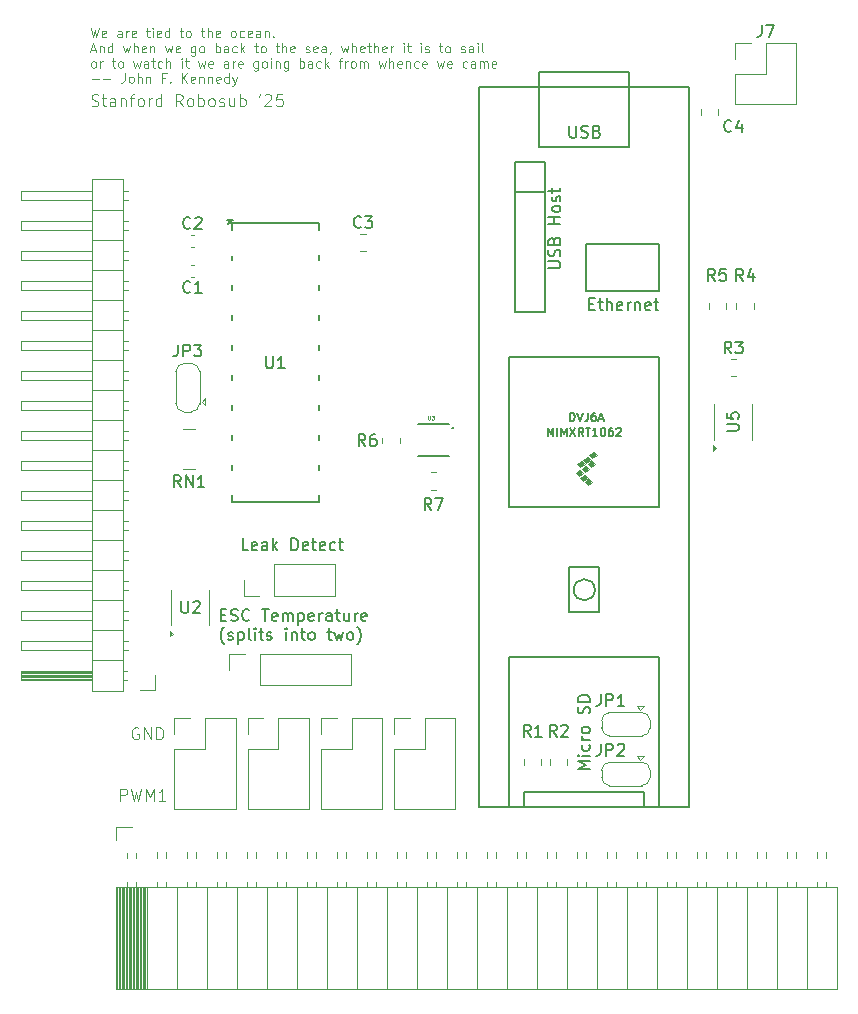
<source format=gbr>
%TF.GenerationSoftware,KiCad,Pcbnew,8.0.3*%
%TF.CreationDate,2025-02-12T02:25:28-08:00*%
%TF.ProjectId,MLU_Breakout,4d4c555f-4272-4656-916b-6f75742e6b69,rev?*%
%TF.SameCoordinates,Original*%
%TF.FileFunction,Legend,Top*%
%TF.FilePolarity,Positive*%
%FSLAX46Y46*%
G04 Gerber Fmt 4.6, Leading zero omitted, Abs format (unit mm)*
G04 Created by KiCad (PCBNEW 8.0.3) date 2025-02-12 02:25:28*
%MOMM*%
%LPD*%
G01*
G04 APERTURE LIST*
%ADD10C,0.100000*%
%ADD11C,0.200000*%
%ADD12C,0.150000*%
%ADD13C,0.080430*%
%ADD14C,0.127000*%
%ADD15C,0.120000*%
%ADD16C,0.152400*%
G04 APERTURE END LIST*
D10*
X138056265Y-68824800D02*
X138199122Y-68872419D01*
X138199122Y-68872419D02*
X138437217Y-68872419D01*
X138437217Y-68872419D02*
X138532455Y-68824800D01*
X138532455Y-68824800D02*
X138580074Y-68777180D01*
X138580074Y-68777180D02*
X138627693Y-68681942D01*
X138627693Y-68681942D02*
X138627693Y-68586704D01*
X138627693Y-68586704D02*
X138580074Y-68491466D01*
X138580074Y-68491466D02*
X138532455Y-68443847D01*
X138532455Y-68443847D02*
X138437217Y-68396228D01*
X138437217Y-68396228D02*
X138246741Y-68348609D01*
X138246741Y-68348609D02*
X138151503Y-68300990D01*
X138151503Y-68300990D02*
X138103884Y-68253371D01*
X138103884Y-68253371D02*
X138056265Y-68158133D01*
X138056265Y-68158133D02*
X138056265Y-68062895D01*
X138056265Y-68062895D02*
X138103884Y-67967657D01*
X138103884Y-67967657D02*
X138151503Y-67920038D01*
X138151503Y-67920038D02*
X138246741Y-67872419D01*
X138246741Y-67872419D02*
X138484836Y-67872419D01*
X138484836Y-67872419D02*
X138627693Y-67920038D01*
X138913408Y-68205752D02*
X139294360Y-68205752D01*
X139056265Y-67872419D02*
X139056265Y-68729561D01*
X139056265Y-68729561D02*
X139103884Y-68824800D01*
X139103884Y-68824800D02*
X139199122Y-68872419D01*
X139199122Y-68872419D02*
X139294360Y-68872419D01*
X140056265Y-68872419D02*
X140056265Y-68348609D01*
X140056265Y-68348609D02*
X140008646Y-68253371D01*
X140008646Y-68253371D02*
X139913408Y-68205752D01*
X139913408Y-68205752D02*
X139722932Y-68205752D01*
X139722932Y-68205752D02*
X139627694Y-68253371D01*
X140056265Y-68824800D02*
X139961027Y-68872419D01*
X139961027Y-68872419D02*
X139722932Y-68872419D01*
X139722932Y-68872419D02*
X139627694Y-68824800D01*
X139627694Y-68824800D02*
X139580075Y-68729561D01*
X139580075Y-68729561D02*
X139580075Y-68634323D01*
X139580075Y-68634323D02*
X139627694Y-68539085D01*
X139627694Y-68539085D02*
X139722932Y-68491466D01*
X139722932Y-68491466D02*
X139961027Y-68491466D01*
X139961027Y-68491466D02*
X140056265Y-68443847D01*
X140532456Y-68205752D02*
X140532456Y-68872419D01*
X140532456Y-68300990D02*
X140580075Y-68253371D01*
X140580075Y-68253371D02*
X140675313Y-68205752D01*
X140675313Y-68205752D02*
X140818170Y-68205752D01*
X140818170Y-68205752D02*
X140913408Y-68253371D01*
X140913408Y-68253371D02*
X140961027Y-68348609D01*
X140961027Y-68348609D02*
X140961027Y-68872419D01*
X141294361Y-68205752D02*
X141675313Y-68205752D01*
X141437218Y-68872419D02*
X141437218Y-68015276D01*
X141437218Y-68015276D02*
X141484837Y-67920038D01*
X141484837Y-67920038D02*
X141580075Y-67872419D01*
X141580075Y-67872419D02*
X141675313Y-67872419D01*
X142151504Y-68872419D02*
X142056266Y-68824800D01*
X142056266Y-68824800D02*
X142008647Y-68777180D01*
X142008647Y-68777180D02*
X141961028Y-68681942D01*
X141961028Y-68681942D02*
X141961028Y-68396228D01*
X141961028Y-68396228D02*
X142008647Y-68300990D01*
X142008647Y-68300990D02*
X142056266Y-68253371D01*
X142056266Y-68253371D02*
X142151504Y-68205752D01*
X142151504Y-68205752D02*
X142294361Y-68205752D01*
X142294361Y-68205752D02*
X142389599Y-68253371D01*
X142389599Y-68253371D02*
X142437218Y-68300990D01*
X142437218Y-68300990D02*
X142484837Y-68396228D01*
X142484837Y-68396228D02*
X142484837Y-68681942D01*
X142484837Y-68681942D02*
X142437218Y-68777180D01*
X142437218Y-68777180D02*
X142389599Y-68824800D01*
X142389599Y-68824800D02*
X142294361Y-68872419D01*
X142294361Y-68872419D02*
X142151504Y-68872419D01*
X142913409Y-68872419D02*
X142913409Y-68205752D01*
X142913409Y-68396228D02*
X142961028Y-68300990D01*
X142961028Y-68300990D02*
X143008647Y-68253371D01*
X143008647Y-68253371D02*
X143103885Y-68205752D01*
X143103885Y-68205752D02*
X143199123Y-68205752D01*
X143961028Y-68872419D02*
X143961028Y-67872419D01*
X143961028Y-68824800D02*
X143865790Y-68872419D01*
X143865790Y-68872419D02*
X143675314Y-68872419D01*
X143675314Y-68872419D02*
X143580076Y-68824800D01*
X143580076Y-68824800D02*
X143532457Y-68777180D01*
X143532457Y-68777180D02*
X143484838Y-68681942D01*
X143484838Y-68681942D02*
X143484838Y-68396228D01*
X143484838Y-68396228D02*
X143532457Y-68300990D01*
X143532457Y-68300990D02*
X143580076Y-68253371D01*
X143580076Y-68253371D02*
X143675314Y-68205752D01*
X143675314Y-68205752D02*
X143865790Y-68205752D01*
X143865790Y-68205752D02*
X143961028Y-68253371D01*
X145770552Y-68872419D02*
X145437219Y-68396228D01*
X145199124Y-68872419D02*
X145199124Y-67872419D01*
X145199124Y-67872419D02*
X145580076Y-67872419D01*
X145580076Y-67872419D02*
X145675314Y-67920038D01*
X145675314Y-67920038D02*
X145722933Y-67967657D01*
X145722933Y-67967657D02*
X145770552Y-68062895D01*
X145770552Y-68062895D02*
X145770552Y-68205752D01*
X145770552Y-68205752D02*
X145722933Y-68300990D01*
X145722933Y-68300990D02*
X145675314Y-68348609D01*
X145675314Y-68348609D02*
X145580076Y-68396228D01*
X145580076Y-68396228D02*
X145199124Y-68396228D01*
X146341981Y-68872419D02*
X146246743Y-68824800D01*
X146246743Y-68824800D02*
X146199124Y-68777180D01*
X146199124Y-68777180D02*
X146151505Y-68681942D01*
X146151505Y-68681942D02*
X146151505Y-68396228D01*
X146151505Y-68396228D02*
X146199124Y-68300990D01*
X146199124Y-68300990D02*
X146246743Y-68253371D01*
X146246743Y-68253371D02*
X146341981Y-68205752D01*
X146341981Y-68205752D02*
X146484838Y-68205752D01*
X146484838Y-68205752D02*
X146580076Y-68253371D01*
X146580076Y-68253371D02*
X146627695Y-68300990D01*
X146627695Y-68300990D02*
X146675314Y-68396228D01*
X146675314Y-68396228D02*
X146675314Y-68681942D01*
X146675314Y-68681942D02*
X146627695Y-68777180D01*
X146627695Y-68777180D02*
X146580076Y-68824800D01*
X146580076Y-68824800D02*
X146484838Y-68872419D01*
X146484838Y-68872419D02*
X146341981Y-68872419D01*
X147103886Y-68872419D02*
X147103886Y-67872419D01*
X147103886Y-68253371D02*
X147199124Y-68205752D01*
X147199124Y-68205752D02*
X147389600Y-68205752D01*
X147389600Y-68205752D02*
X147484838Y-68253371D01*
X147484838Y-68253371D02*
X147532457Y-68300990D01*
X147532457Y-68300990D02*
X147580076Y-68396228D01*
X147580076Y-68396228D02*
X147580076Y-68681942D01*
X147580076Y-68681942D02*
X147532457Y-68777180D01*
X147532457Y-68777180D02*
X147484838Y-68824800D01*
X147484838Y-68824800D02*
X147389600Y-68872419D01*
X147389600Y-68872419D02*
X147199124Y-68872419D01*
X147199124Y-68872419D02*
X147103886Y-68824800D01*
X148151505Y-68872419D02*
X148056267Y-68824800D01*
X148056267Y-68824800D02*
X148008648Y-68777180D01*
X148008648Y-68777180D02*
X147961029Y-68681942D01*
X147961029Y-68681942D02*
X147961029Y-68396228D01*
X147961029Y-68396228D02*
X148008648Y-68300990D01*
X148008648Y-68300990D02*
X148056267Y-68253371D01*
X148056267Y-68253371D02*
X148151505Y-68205752D01*
X148151505Y-68205752D02*
X148294362Y-68205752D01*
X148294362Y-68205752D02*
X148389600Y-68253371D01*
X148389600Y-68253371D02*
X148437219Y-68300990D01*
X148437219Y-68300990D02*
X148484838Y-68396228D01*
X148484838Y-68396228D02*
X148484838Y-68681942D01*
X148484838Y-68681942D02*
X148437219Y-68777180D01*
X148437219Y-68777180D02*
X148389600Y-68824800D01*
X148389600Y-68824800D02*
X148294362Y-68872419D01*
X148294362Y-68872419D02*
X148151505Y-68872419D01*
X148865791Y-68824800D02*
X148961029Y-68872419D01*
X148961029Y-68872419D02*
X149151505Y-68872419D01*
X149151505Y-68872419D02*
X149246743Y-68824800D01*
X149246743Y-68824800D02*
X149294362Y-68729561D01*
X149294362Y-68729561D02*
X149294362Y-68681942D01*
X149294362Y-68681942D02*
X149246743Y-68586704D01*
X149246743Y-68586704D02*
X149151505Y-68539085D01*
X149151505Y-68539085D02*
X149008648Y-68539085D01*
X149008648Y-68539085D02*
X148913410Y-68491466D01*
X148913410Y-68491466D02*
X148865791Y-68396228D01*
X148865791Y-68396228D02*
X148865791Y-68348609D01*
X148865791Y-68348609D02*
X148913410Y-68253371D01*
X148913410Y-68253371D02*
X149008648Y-68205752D01*
X149008648Y-68205752D02*
X149151505Y-68205752D01*
X149151505Y-68205752D02*
X149246743Y-68253371D01*
X150151505Y-68205752D02*
X150151505Y-68872419D01*
X149722934Y-68205752D02*
X149722934Y-68729561D01*
X149722934Y-68729561D02*
X149770553Y-68824800D01*
X149770553Y-68824800D02*
X149865791Y-68872419D01*
X149865791Y-68872419D02*
X150008648Y-68872419D01*
X150008648Y-68872419D02*
X150103886Y-68824800D01*
X150103886Y-68824800D02*
X150151505Y-68777180D01*
X150627696Y-68872419D02*
X150627696Y-67872419D01*
X150627696Y-68253371D02*
X150722934Y-68205752D01*
X150722934Y-68205752D02*
X150913410Y-68205752D01*
X150913410Y-68205752D02*
X151008648Y-68253371D01*
X151008648Y-68253371D02*
X151056267Y-68300990D01*
X151056267Y-68300990D02*
X151103886Y-68396228D01*
X151103886Y-68396228D02*
X151103886Y-68681942D01*
X151103886Y-68681942D02*
X151056267Y-68777180D01*
X151056267Y-68777180D02*
X151008648Y-68824800D01*
X151008648Y-68824800D02*
X150913410Y-68872419D01*
X150913410Y-68872419D02*
X150722934Y-68872419D01*
X150722934Y-68872419D02*
X150627696Y-68824800D01*
X152341982Y-67872419D02*
X152246744Y-68062895D01*
X152722934Y-67967657D02*
X152770553Y-67920038D01*
X152770553Y-67920038D02*
X152865791Y-67872419D01*
X152865791Y-67872419D02*
X153103886Y-67872419D01*
X153103886Y-67872419D02*
X153199124Y-67920038D01*
X153199124Y-67920038D02*
X153246743Y-67967657D01*
X153246743Y-67967657D02*
X153294362Y-68062895D01*
X153294362Y-68062895D02*
X153294362Y-68158133D01*
X153294362Y-68158133D02*
X153246743Y-68300990D01*
X153246743Y-68300990D02*
X152675315Y-68872419D01*
X152675315Y-68872419D02*
X153294362Y-68872419D01*
X154199124Y-67872419D02*
X153722934Y-67872419D01*
X153722934Y-67872419D02*
X153675315Y-68348609D01*
X153675315Y-68348609D02*
X153722934Y-68300990D01*
X153722934Y-68300990D02*
X153818172Y-68253371D01*
X153818172Y-68253371D02*
X154056267Y-68253371D01*
X154056267Y-68253371D02*
X154151505Y-68300990D01*
X154151505Y-68300990D02*
X154199124Y-68348609D01*
X154199124Y-68348609D02*
X154246743Y-68443847D01*
X154246743Y-68443847D02*
X154246743Y-68681942D01*
X154246743Y-68681942D02*
X154199124Y-68777180D01*
X154199124Y-68777180D02*
X154151505Y-68824800D01*
X154151505Y-68824800D02*
X154056267Y-68872419D01*
X154056267Y-68872419D02*
X153818172Y-68872419D01*
X153818172Y-68872419D02*
X153722934Y-68824800D01*
X153722934Y-68824800D02*
X153675315Y-68777180D01*
X137980074Y-62233030D02*
X138170550Y-63033030D01*
X138170550Y-63033030D02*
X138322931Y-62461601D01*
X138322931Y-62461601D02*
X138475312Y-63033030D01*
X138475312Y-63033030D02*
X138665789Y-62233030D01*
X139275313Y-62994935D02*
X139199122Y-63033030D01*
X139199122Y-63033030D02*
X139046741Y-63033030D01*
X139046741Y-63033030D02*
X138970551Y-62994935D01*
X138970551Y-62994935D02*
X138932455Y-62918744D01*
X138932455Y-62918744D02*
X138932455Y-62613982D01*
X138932455Y-62613982D02*
X138970551Y-62537792D01*
X138970551Y-62537792D02*
X139046741Y-62499696D01*
X139046741Y-62499696D02*
X139199122Y-62499696D01*
X139199122Y-62499696D02*
X139275313Y-62537792D01*
X139275313Y-62537792D02*
X139313408Y-62613982D01*
X139313408Y-62613982D02*
X139313408Y-62690173D01*
X139313408Y-62690173D02*
X138932455Y-62766363D01*
X140608646Y-63033030D02*
X140608646Y-62613982D01*
X140608646Y-62613982D02*
X140570551Y-62537792D01*
X140570551Y-62537792D02*
X140494360Y-62499696D01*
X140494360Y-62499696D02*
X140341979Y-62499696D01*
X140341979Y-62499696D02*
X140265789Y-62537792D01*
X140608646Y-62994935D02*
X140532455Y-63033030D01*
X140532455Y-63033030D02*
X140341979Y-63033030D01*
X140341979Y-63033030D02*
X140265789Y-62994935D01*
X140265789Y-62994935D02*
X140227693Y-62918744D01*
X140227693Y-62918744D02*
X140227693Y-62842554D01*
X140227693Y-62842554D02*
X140265789Y-62766363D01*
X140265789Y-62766363D02*
X140341979Y-62728268D01*
X140341979Y-62728268D02*
X140532455Y-62728268D01*
X140532455Y-62728268D02*
X140608646Y-62690173D01*
X140989599Y-63033030D02*
X140989599Y-62499696D01*
X140989599Y-62652077D02*
X141027694Y-62575887D01*
X141027694Y-62575887D02*
X141065789Y-62537792D01*
X141065789Y-62537792D02*
X141141980Y-62499696D01*
X141141980Y-62499696D02*
X141218170Y-62499696D01*
X141789599Y-62994935D02*
X141713408Y-63033030D01*
X141713408Y-63033030D02*
X141561027Y-63033030D01*
X141561027Y-63033030D02*
X141484837Y-62994935D01*
X141484837Y-62994935D02*
X141446741Y-62918744D01*
X141446741Y-62918744D02*
X141446741Y-62613982D01*
X141446741Y-62613982D02*
X141484837Y-62537792D01*
X141484837Y-62537792D02*
X141561027Y-62499696D01*
X141561027Y-62499696D02*
X141713408Y-62499696D01*
X141713408Y-62499696D02*
X141789599Y-62537792D01*
X141789599Y-62537792D02*
X141827694Y-62613982D01*
X141827694Y-62613982D02*
X141827694Y-62690173D01*
X141827694Y-62690173D02*
X141446741Y-62766363D01*
X142665789Y-62499696D02*
X142970551Y-62499696D01*
X142780075Y-62233030D02*
X142780075Y-62918744D01*
X142780075Y-62918744D02*
X142818170Y-62994935D01*
X142818170Y-62994935D02*
X142894360Y-63033030D01*
X142894360Y-63033030D02*
X142970551Y-63033030D01*
X143237218Y-63033030D02*
X143237218Y-62499696D01*
X143237218Y-62233030D02*
X143199122Y-62271125D01*
X143199122Y-62271125D02*
X143237218Y-62309220D01*
X143237218Y-62309220D02*
X143275313Y-62271125D01*
X143275313Y-62271125D02*
X143237218Y-62233030D01*
X143237218Y-62233030D02*
X143237218Y-62309220D01*
X143922932Y-62994935D02*
X143846741Y-63033030D01*
X143846741Y-63033030D02*
X143694360Y-63033030D01*
X143694360Y-63033030D02*
X143618170Y-62994935D01*
X143618170Y-62994935D02*
X143580074Y-62918744D01*
X143580074Y-62918744D02*
X143580074Y-62613982D01*
X143580074Y-62613982D02*
X143618170Y-62537792D01*
X143618170Y-62537792D02*
X143694360Y-62499696D01*
X143694360Y-62499696D02*
X143846741Y-62499696D01*
X143846741Y-62499696D02*
X143922932Y-62537792D01*
X143922932Y-62537792D02*
X143961027Y-62613982D01*
X143961027Y-62613982D02*
X143961027Y-62690173D01*
X143961027Y-62690173D02*
X143580074Y-62766363D01*
X144646741Y-63033030D02*
X144646741Y-62233030D01*
X144646741Y-62994935D02*
X144570550Y-63033030D01*
X144570550Y-63033030D02*
X144418169Y-63033030D01*
X144418169Y-63033030D02*
X144341979Y-62994935D01*
X144341979Y-62994935D02*
X144303884Y-62956839D01*
X144303884Y-62956839D02*
X144265788Y-62880649D01*
X144265788Y-62880649D02*
X144265788Y-62652077D01*
X144265788Y-62652077D02*
X144303884Y-62575887D01*
X144303884Y-62575887D02*
X144341979Y-62537792D01*
X144341979Y-62537792D02*
X144418169Y-62499696D01*
X144418169Y-62499696D02*
X144570550Y-62499696D01*
X144570550Y-62499696D02*
X144646741Y-62537792D01*
X145522932Y-62499696D02*
X145827694Y-62499696D01*
X145637218Y-62233030D02*
X145637218Y-62918744D01*
X145637218Y-62918744D02*
X145675313Y-62994935D01*
X145675313Y-62994935D02*
X145751503Y-63033030D01*
X145751503Y-63033030D02*
X145827694Y-63033030D01*
X146208646Y-63033030D02*
X146132456Y-62994935D01*
X146132456Y-62994935D02*
X146094361Y-62956839D01*
X146094361Y-62956839D02*
X146056265Y-62880649D01*
X146056265Y-62880649D02*
X146056265Y-62652077D01*
X146056265Y-62652077D02*
X146094361Y-62575887D01*
X146094361Y-62575887D02*
X146132456Y-62537792D01*
X146132456Y-62537792D02*
X146208646Y-62499696D01*
X146208646Y-62499696D02*
X146322932Y-62499696D01*
X146322932Y-62499696D02*
X146399123Y-62537792D01*
X146399123Y-62537792D02*
X146437218Y-62575887D01*
X146437218Y-62575887D02*
X146475313Y-62652077D01*
X146475313Y-62652077D02*
X146475313Y-62880649D01*
X146475313Y-62880649D02*
X146437218Y-62956839D01*
X146437218Y-62956839D02*
X146399123Y-62994935D01*
X146399123Y-62994935D02*
X146322932Y-63033030D01*
X146322932Y-63033030D02*
X146208646Y-63033030D01*
X147313409Y-62499696D02*
X147618171Y-62499696D01*
X147427695Y-62233030D02*
X147427695Y-62918744D01*
X147427695Y-62918744D02*
X147465790Y-62994935D01*
X147465790Y-62994935D02*
X147541980Y-63033030D01*
X147541980Y-63033030D02*
X147618171Y-63033030D01*
X147884838Y-63033030D02*
X147884838Y-62233030D01*
X148227695Y-63033030D02*
X148227695Y-62613982D01*
X148227695Y-62613982D02*
X148189600Y-62537792D01*
X148189600Y-62537792D02*
X148113409Y-62499696D01*
X148113409Y-62499696D02*
X147999123Y-62499696D01*
X147999123Y-62499696D02*
X147922933Y-62537792D01*
X147922933Y-62537792D02*
X147884838Y-62575887D01*
X148913410Y-62994935D02*
X148837219Y-63033030D01*
X148837219Y-63033030D02*
X148684838Y-63033030D01*
X148684838Y-63033030D02*
X148608648Y-62994935D01*
X148608648Y-62994935D02*
X148570552Y-62918744D01*
X148570552Y-62918744D02*
X148570552Y-62613982D01*
X148570552Y-62613982D02*
X148608648Y-62537792D01*
X148608648Y-62537792D02*
X148684838Y-62499696D01*
X148684838Y-62499696D02*
X148837219Y-62499696D01*
X148837219Y-62499696D02*
X148913410Y-62537792D01*
X148913410Y-62537792D02*
X148951505Y-62613982D01*
X148951505Y-62613982D02*
X148951505Y-62690173D01*
X148951505Y-62690173D02*
X148570552Y-62766363D01*
X150018171Y-63033030D02*
X149941981Y-62994935D01*
X149941981Y-62994935D02*
X149903886Y-62956839D01*
X149903886Y-62956839D02*
X149865790Y-62880649D01*
X149865790Y-62880649D02*
X149865790Y-62652077D01*
X149865790Y-62652077D02*
X149903886Y-62575887D01*
X149903886Y-62575887D02*
X149941981Y-62537792D01*
X149941981Y-62537792D02*
X150018171Y-62499696D01*
X150018171Y-62499696D02*
X150132457Y-62499696D01*
X150132457Y-62499696D02*
X150208648Y-62537792D01*
X150208648Y-62537792D02*
X150246743Y-62575887D01*
X150246743Y-62575887D02*
X150284838Y-62652077D01*
X150284838Y-62652077D02*
X150284838Y-62880649D01*
X150284838Y-62880649D02*
X150246743Y-62956839D01*
X150246743Y-62956839D02*
X150208648Y-62994935D01*
X150208648Y-62994935D02*
X150132457Y-63033030D01*
X150132457Y-63033030D02*
X150018171Y-63033030D01*
X150970553Y-62994935D02*
X150894362Y-63033030D01*
X150894362Y-63033030D02*
X150741981Y-63033030D01*
X150741981Y-63033030D02*
X150665791Y-62994935D01*
X150665791Y-62994935D02*
X150627696Y-62956839D01*
X150627696Y-62956839D02*
X150589600Y-62880649D01*
X150589600Y-62880649D02*
X150589600Y-62652077D01*
X150589600Y-62652077D02*
X150627696Y-62575887D01*
X150627696Y-62575887D02*
X150665791Y-62537792D01*
X150665791Y-62537792D02*
X150741981Y-62499696D01*
X150741981Y-62499696D02*
X150894362Y-62499696D01*
X150894362Y-62499696D02*
X150970553Y-62537792D01*
X151618172Y-62994935D02*
X151541981Y-63033030D01*
X151541981Y-63033030D02*
X151389600Y-63033030D01*
X151389600Y-63033030D02*
X151313410Y-62994935D01*
X151313410Y-62994935D02*
X151275314Y-62918744D01*
X151275314Y-62918744D02*
X151275314Y-62613982D01*
X151275314Y-62613982D02*
X151313410Y-62537792D01*
X151313410Y-62537792D02*
X151389600Y-62499696D01*
X151389600Y-62499696D02*
X151541981Y-62499696D01*
X151541981Y-62499696D02*
X151618172Y-62537792D01*
X151618172Y-62537792D02*
X151656267Y-62613982D01*
X151656267Y-62613982D02*
X151656267Y-62690173D01*
X151656267Y-62690173D02*
X151275314Y-62766363D01*
X152341981Y-63033030D02*
X152341981Y-62613982D01*
X152341981Y-62613982D02*
X152303886Y-62537792D01*
X152303886Y-62537792D02*
X152227695Y-62499696D01*
X152227695Y-62499696D02*
X152075314Y-62499696D01*
X152075314Y-62499696D02*
X151999124Y-62537792D01*
X152341981Y-62994935D02*
X152265790Y-63033030D01*
X152265790Y-63033030D02*
X152075314Y-63033030D01*
X152075314Y-63033030D02*
X151999124Y-62994935D01*
X151999124Y-62994935D02*
X151961028Y-62918744D01*
X151961028Y-62918744D02*
X151961028Y-62842554D01*
X151961028Y-62842554D02*
X151999124Y-62766363D01*
X151999124Y-62766363D02*
X152075314Y-62728268D01*
X152075314Y-62728268D02*
X152265790Y-62728268D01*
X152265790Y-62728268D02*
X152341981Y-62690173D01*
X152722934Y-62499696D02*
X152722934Y-63033030D01*
X152722934Y-62575887D02*
X152761029Y-62537792D01*
X152761029Y-62537792D02*
X152837219Y-62499696D01*
X152837219Y-62499696D02*
X152951505Y-62499696D01*
X152951505Y-62499696D02*
X153027696Y-62537792D01*
X153027696Y-62537792D02*
X153065791Y-62613982D01*
X153065791Y-62613982D02*
X153065791Y-63033030D01*
X153446744Y-62956839D02*
X153484839Y-62994935D01*
X153484839Y-62994935D02*
X153446744Y-63033030D01*
X153446744Y-63033030D02*
X153408648Y-62994935D01*
X153408648Y-62994935D02*
X153446744Y-62956839D01*
X153446744Y-62956839D02*
X153446744Y-63033030D01*
X138018169Y-64092413D02*
X138399122Y-64092413D01*
X137941979Y-64320985D02*
X138208646Y-63520985D01*
X138208646Y-63520985D02*
X138475312Y-64320985D01*
X138741979Y-63787651D02*
X138741979Y-64320985D01*
X138741979Y-63863842D02*
X138780074Y-63825747D01*
X138780074Y-63825747D02*
X138856264Y-63787651D01*
X138856264Y-63787651D02*
X138970550Y-63787651D01*
X138970550Y-63787651D02*
X139046741Y-63825747D01*
X139046741Y-63825747D02*
X139084836Y-63901937D01*
X139084836Y-63901937D02*
X139084836Y-64320985D01*
X139808646Y-64320985D02*
X139808646Y-63520985D01*
X139808646Y-64282890D02*
X139732455Y-64320985D01*
X139732455Y-64320985D02*
X139580074Y-64320985D01*
X139580074Y-64320985D02*
X139503884Y-64282890D01*
X139503884Y-64282890D02*
X139465789Y-64244794D01*
X139465789Y-64244794D02*
X139427693Y-64168604D01*
X139427693Y-64168604D02*
X139427693Y-63940032D01*
X139427693Y-63940032D02*
X139465789Y-63863842D01*
X139465789Y-63863842D02*
X139503884Y-63825747D01*
X139503884Y-63825747D02*
X139580074Y-63787651D01*
X139580074Y-63787651D02*
X139732455Y-63787651D01*
X139732455Y-63787651D02*
X139808646Y-63825747D01*
X140722932Y-63787651D02*
X140875313Y-64320985D01*
X140875313Y-64320985D02*
X141027694Y-63940032D01*
X141027694Y-63940032D02*
X141180075Y-64320985D01*
X141180075Y-64320985D02*
X141332456Y-63787651D01*
X141637218Y-64320985D02*
X141637218Y-63520985D01*
X141980075Y-64320985D02*
X141980075Y-63901937D01*
X141980075Y-63901937D02*
X141941980Y-63825747D01*
X141941980Y-63825747D02*
X141865789Y-63787651D01*
X141865789Y-63787651D02*
X141751503Y-63787651D01*
X141751503Y-63787651D02*
X141675313Y-63825747D01*
X141675313Y-63825747D02*
X141637218Y-63863842D01*
X142665790Y-64282890D02*
X142589599Y-64320985D01*
X142589599Y-64320985D02*
X142437218Y-64320985D01*
X142437218Y-64320985D02*
X142361028Y-64282890D01*
X142361028Y-64282890D02*
X142322932Y-64206699D01*
X142322932Y-64206699D02*
X142322932Y-63901937D01*
X142322932Y-63901937D02*
X142361028Y-63825747D01*
X142361028Y-63825747D02*
X142437218Y-63787651D01*
X142437218Y-63787651D02*
X142589599Y-63787651D01*
X142589599Y-63787651D02*
X142665790Y-63825747D01*
X142665790Y-63825747D02*
X142703885Y-63901937D01*
X142703885Y-63901937D02*
X142703885Y-63978128D01*
X142703885Y-63978128D02*
X142322932Y-64054318D01*
X143046742Y-63787651D02*
X143046742Y-64320985D01*
X143046742Y-63863842D02*
X143084837Y-63825747D01*
X143084837Y-63825747D02*
X143161027Y-63787651D01*
X143161027Y-63787651D02*
X143275313Y-63787651D01*
X143275313Y-63787651D02*
X143351504Y-63825747D01*
X143351504Y-63825747D02*
X143389599Y-63901937D01*
X143389599Y-63901937D02*
X143389599Y-64320985D01*
X144303885Y-63787651D02*
X144456266Y-64320985D01*
X144456266Y-64320985D02*
X144608647Y-63940032D01*
X144608647Y-63940032D02*
X144761028Y-64320985D01*
X144761028Y-64320985D02*
X144913409Y-63787651D01*
X145522933Y-64282890D02*
X145446742Y-64320985D01*
X145446742Y-64320985D02*
X145294361Y-64320985D01*
X145294361Y-64320985D02*
X145218171Y-64282890D01*
X145218171Y-64282890D02*
X145180075Y-64206699D01*
X145180075Y-64206699D02*
X145180075Y-63901937D01*
X145180075Y-63901937D02*
X145218171Y-63825747D01*
X145218171Y-63825747D02*
X145294361Y-63787651D01*
X145294361Y-63787651D02*
X145446742Y-63787651D01*
X145446742Y-63787651D02*
X145522933Y-63825747D01*
X145522933Y-63825747D02*
X145561028Y-63901937D01*
X145561028Y-63901937D02*
X145561028Y-63978128D01*
X145561028Y-63978128D02*
X145180075Y-64054318D01*
X146856266Y-63787651D02*
X146856266Y-64435270D01*
X146856266Y-64435270D02*
X146818171Y-64511461D01*
X146818171Y-64511461D02*
X146780075Y-64549556D01*
X146780075Y-64549556D02*
X146703885Y-64587651D01*
X146703885Y-64587651D02*
X146589599Y-64587651D01*
X146589599Y-64587651D02*
X146513409Y-64549556D01*
X146856266Y-64282890D02*
X146780075Y-64320985D01*
X146780075Y-64320985D02*
X146627694Y-64320985D01*
X146627694Y-64320985D02*
X146551504Y-64282890D01*
X146551504Y-64282890D02*
X146513409Y-64244794D01*
X146513409Y-64244794D02*
X146475313Y-64168604D01*
X146475313Y-64168604D02*
X146475313Y-63940032D01*
X146475313Y-63940032D02*
X146513409Y-63863842D01*
X146513409Y-63863842D02*
X146551504Y-63825747D01*
X146551504Y-63825747D02*
X146627694Y-63787651D01*
X146627694Y-63787651D02*
X146780075Y-63787651D01*
X146780075Y-63787651D02*
X146856266Y-63825747D01*
X147351504Y-64320985D02*
X147275314Y-64282890D01*
X147275314Y-64282890D02*
X147237219Y-64244794D01*
X147237219Y-64244794D02*
X147199123Y-64168604D01*
X147199123Y-64168604D02*
X147199123Y-63940032D01*
X147199123Y-63940032D02*
X147237219Y-63863842D01*
X147237219Y-63863842D02*
X147275314Y-63825747D01*
X147275314Y-63825747D02*
X147351504Y-63787651D01*
X147351504Y-63787651D02*
X147465790Y-63787651D01*
X147465790Y-63787651D02*
X147541981Y-63825747D01*
X147541981Y-63825747D02*
X147580076Y-63863842D01*
X147580076Y-63863842D02*
X147618171Y-63940032D01*
X147618171Y-63940032D02*
X147618171Y-64168604D01*
X147618171Y-64168604D02*
X147580076Y-64244794D01*
X147580076Y-64244794D02*
X147541981Y-64282890D01*
X147541981Y-64282890D02*
X147465790Y-64320985D01*
X147465790Y-64320985D02*
X147351504Y-64320985D01*
X148570553Y-64320985D02*
X148570553Y-63520985D01*
X148570553Y-63825747D02*
X148646743Y-63787651D01*
X148646743Y-63787651D02*
X148799124Y-63787651D01*
X148799124Y-63787651D02*
X148875315Y-63825747D01*
X148875315Y-63825747D02*
X148913410Y-63863842D01*
X148913410Y-63863842D02*
X148951505Y-63940032D01*
X148951505Y-63940032D02*
X148951505Y-64168604D01*
X148951505Y-64168604D02*
X148913410Y-64244794D01*
X148913410Y-64244794D02*
X148875315Y-64282890D01*
X148875315Y-64282890D02*
X148799124Y-64320985D01*
X148799124Y-64320985D02*
X148646743Y-64320985D01*
X148646743Y-64320985D02*
X148570553Y-64282890D01*
X149637220Y-64320985D02*
X149637220Y-63901937D01*
X149637220Y-63901937D02*
X149599125Y-63825747D01*
X149599125Y-63825747D02*
X149522934Y-63787651D01*
X149522934Y-63787651D02*
X149370553Y-63787651D01*
X149370553Y-63787651D02*
X149294363Y-63825747D01*
X149637220Y-64282890D02*
X149561029Y-64320985D01*
X149561029Y-64320985D02*
X149370553Y-64320985D01*
X149370553Y-64320985D02*
X149294363Y-64282890D01*
X149294363Y-64282890D02*
X149256267Y-64206699D01*
X149256267Y-64206699D02*
X149256267Y-64130509D01*
X149256267Y-64130509D02*
X149294363Y-64054318D01*
X149294363Y-64054318D02*
X149370553Y-64016223D01*
X149370553Y-64016223D02*
X149561029Y-64016223D01*
X149561029Y-64016223D02*
X149637220Y-63978128D01*
X150361030Y-64282890D02*
X150284839Y-64320985D01*
X150284839Y-64320985D02*
X150132458Y-64320985D01*
X150132458Y-64320985D02*
X150056268Y-64282890D01*
X150056268Y-64282890D02*
X150018173Y-64244794D01*
X150018173Y-64244794D02*
X149980077Y-64168604D01*
X149980077Y-64168604D02*
X149980077Y-63940032D01*
X149980077Y-63940032D02*
X150018173Y-63863842D01*
X150018173Y-63863842D02*
X150056268Y-63825747D01*
X150056268Y-63825747D02*
X150132458Y-63787651D01*
X150132458Y-63787651D02*
X150284839Y-63787651D01*
X150284839Y-63787651D02*
X150361030Y-63825747D01*
X150703887Y-64320985D02*
X150703887Y-63520985D01*
X150780077Y-64016223D02*
X151008649Y-64320985D01*
X151008649Y-63787651D02*
X150703887Y-64092413D01*
X151846744Y-63787651D02*
X152151506Y-63787651D01*
X151961030Y-63520985D02*
X151961030Y-64206699D01*
X151961030Y-64206699D02*
X151999125Y-64282890D01*
X151999125Y-64282890D02*
X152075315Y-64320985D01*
X152075315Y-64320985D02*
X152151506Y-64320985D01*
X152532458Y-64320985D02*
X152456268Y-64282890D01*
X152456268Y-64282890D02*
X152418173Y-64244794D01*
X152418173Y-64244794D02*
X152380077Y-64168604D01*
X152380077Y-64168604D02*
X152380077Y-63940032D01*
X152380077Y-63940032D02*
X152418173Y-63863842D01*
X152418173Y-63863842D02*
X152456268Y-63825747D01*
X152456268Y-63825747D02*
X152532458Y-63787651D01*
X152532458Y-63787651D02*
X152646744Y-63787651D01*
X152646744Y-63787651D02*
X152722935Y-63825747D01*
X152722935Y-63825747D02*
X152761030Y-63863842D01*
X152761030Y-63863842D02*
X152799125Y-63940032D01*
X152799125Y-63940032D02*
X152799125Y-64168604D01*
X152799125Y-64168604D02*
X152761030Y-64244794D01*
X152761030Y-64244794D02*
X152722935Y-64282890D01*
X152722935Y-64282890D02*
X152646744Y-64320985D01*
X152646744Y-64320985D02*
X152532458Y-64320985D01*
X153637221Y-63787651D02*
X153941983Y-63787651D01*
X153751507Y-63520985D02*
X153751507Y-64206699D01*
X153751507Y-64206699D02*
X153789602Y-64282890D01*
X153789602Y-64282890D02*
X153865792Y-64320985D01*
X153865792Y-64320985D02*
X153941983Y-64320985D01*
X154208650Y-64320985D02*
X154208650Y-63520985D01*
X154551507Y-64320985D02*
X154551507Y-63901937D01*
X154551507Y-63901937D02*
X154513412Y-63825747D01*
X154513412Y-63825747D02*
X154437221Y-63787651D01*
X154437221Y-63787651D02*
X154322935Y-63787651D01*
X154322935Y-63787651D02*
X154246745Y-63825747D01*
X154246745Y-63825747D02*
X154208650Y-63863842D01*
X155237222Y-64282890D02*
X155161031Y-64320985D01*
X155161031Y-64320985D02*
X155008650Y-64320985D01*
X155008650Y-64320985D02*
X154932460Y-64282890D01*
X154932460Y-64282890D02*
X154894364Y-64206699D01*
X154894364Y-64206699D02*
X154894364Y-63901937D01*
X154894364Y-63901937D02*
X154932460Y-63825747D01*
X154932460Y-63825747D02*
X155008650Y-63787651D01*
X155008650Y-63787651D02*
X155161031Y-63787651D01*
X155161031Y-63787651D02*
X155237222Y-63825747D01*
X155237222Y-63825747D02*
X155275317Y-63901937D01*
X155275317Y-63901937D02*
X155275317Y-63978128D01*
X155275317Y-63978128D02*
X154894364Y-64054318D01*
X156189602Y-64282890D02*
X156265793Y-64320985D01*
X156265793Y-64320985D02*
X156418174Y-64320985D01*
X156418174Y-64320985D02*
X156494364Y-64282890D01*
X156494364Y-64282890D02*
X156532460Y-64206699D01*
X156532460Y-64206699D02*
X156532460Y-64168604D01*
X156532460Y-64168604D02*
X156494364Y-64092413D01*
X156494364Y-64092413D02*
X156418174Y-64054318D01*
X156418174Y-64054318D02*
X156303888Y-64054318D01*
X156303888Y-64054318D02*
X156227698Y-64016223D01*
X156227698Y-64016223D02*
X156189602Y-63940032D01*
X156189602Y-63940032D02*
X156189602Y-63901937D01*
X156189602Y-63901937D02*
X156227698Y-63825747D01*
X156227698Y-63825747D02*
X156303888Y-63787651D01*
X156303888Y-63787651D02*
X156418174Y-63787651D01*
X156418174Y-63787651D02*
X156494364Y-63825747D01*
X157180079Y-64282890D02*
X157103888Y-64320985D01*
X157103888Y-64320985D02*
X156951507Y-64320985D01*
X156951507Y-64320985D02*
X156875317Y-64282890D01*
X156875317Y-64282890D02*
X156837221Y-64206699D01*
X156837221Y-64206699D02*
X156837221Y-63901937D01*
X156837221Y-63901937D02*
X156875317Y-63825747D01*
X156875317Y-63825747D02*
X156951507Y-63787651D01*
X156951507Y-63787651D02*
X157103888Y-63787651D01*
X157103888Y-63787651D02*
X157180079Y-63825747D01*
X157180079Y-63825747D02*
X157218174Y-63901937D01*
X157218174Y-63901937D02*
X157218174Y-63978128D01*
X157218174Y-63978128D02*
X156837221Y-64054318D01*
X157903888Y-64320985D02*
X157903888Y-63901937D01*
X157903888Y-63901937D02*
X157865793Y-63825747D01*
X157865793Y-63825747D02*
X157789602Y-63787651D01*
X157789602Y-63787651D02*
X157637221Y-63787651D01*
X157637221Y-63787651D02*
X157561031Y-63825747D01*
X157903888Y-64282890D02*
X157827697Y-64320985D01*
X157827697Y-64320985D02*
X157637221Y-64320985D01*
X157637221Y-64320985D02*
X157561031Y-64282890D01*
X157561031Y-64282890D02*
X157522935Y-64206699D01*
X157522935Y-64206699D02*
X157522935Y-64130509D01*
X157522935Y-64130509D02*
X157561031Y-64054318D01*
X157561031Y-64054318D02*
X157637221Y-64016223D01*
X157637221Y-64016223D02*
X157827697Y-64016223D01*
X157827697Y-64016223D02*
X157903888Y-63978128D01*
X158322936Y-64282890D02*
X158322936Y-64320985D01*
X158322936Y-64320985D02*
X158284841Y-64397175D01*
X158284841Y-64397175D02*
X158246745Y-64435270D01*
X159199126Y-63787651D02*
X159351507Y-64320985D01*
X159351507Y-64320985D02*
X159503888Y-63940032D01*
X159503888Y-63940032D02*
X159656269Y-64320985D01*
X159656269Y-64320985D02*
X159808650Y-63787651D01*
X160113412Y-64320985D02*
X160113412Y-63520985D01*
X160456269Y-64320985D02*
X160456269Y-63901937D01*
X160456269Y-63901937D02*
X160418174Y-63825747D01*
X160418174Y-63825747D02*
X160341983Y-63787651D01*
X160341983Y-63787651D02*
X160227697Y-63787651D01*
X160227697Y-63787651D02*
X160151507Y-63825747D01*
X160151507Y-63825747D02*
X160113412Y-63863842D01*
X161141984Y-64282890D02*
X161065793Y-64320985D01*
X161065793Y-64320985D02*
X160913412Y-64320985D01*
X160913412Y-64320985D02*
X160837222Y-64282890D01*
X160837222Y-64282890D02*
X160799126Y-64206699D01*
X160799126Y-64206699D02*
X160799126Y-63901937D01*
X160799126Y-63901937D02*
X160837222Y-63825747D01*
X160837222Y-63825747D02*
X160913412Y-63787651D01*
X160913412Y-63787651D02*
X161065793Y-63787651D01*
X161065793Y-63787651D02*
X161141984Y-63825747D01*
X161141984Y-63825747D02*
X161180079Y-63901937D01*
X161180079Y-63901937D02*
X161180079Y-63978128D01*
X161180079Y-63978128D02*
X160799126Y-64054318D01*
X161408650Y-63787651D02*
X161713412Y-63787651D01*
X161522936Y-63520985D02*
X161522936Y-64206699D01*
X161522936Y-64206699D02*
X161561031Y-64282890D01*
X161561031Y-64282890D02*
X161637221Y-64320985D01*
X161637221Y-64320985D02*
X161713412Y-64320985D01*
X161980079Y-64320985D02*
X161980079Y-63520985D01*
X162322936Y-64320985D02*
X162322936Y-63901937D01*
X162322936Y-63901937D02*
X162284841Y-63825747D01*
X162284841Y-63825747D02*
X162208650Y-63787651D01*
X162208650Y-63787651D02*
X162094364Y-63787651D01*
X162094364Y-63787651D02*
X162018174Y-63825747D01*
X162018174Y-63825747D02*
X161980079Y-63863842D01*
X163008651Y-64282890D02*
X162932460Y-64320985D01*
X162932460Y-64320985D02*
X162780079Y-64320985D01*
X162780079Y-64320985D02*
X162703889Y-64282890D01*
X162703889Y-64282890D02*
X162665793Y-64206699D01*
X162665793Y-64206699D02*
X162665793Y-63901937D01*
X162665793Y-63901937D02*
X162703889Y-63825747D01*
X162703889Y-63825747D02*
X162780079Y-63787651D01*
X162780079Y-63787651D02*
X162932460Y-63787651D01*
X162932460Y-63787651D02*
X163008651Y-63825747D01*
X163008651Y-63825747D02*
X163046746Y-63901937D01*
X163046746Y-63901937D02*
X163046746Y-63978128D01*
X163046746Y-63978128D02*
X162665793Y-64054318D01*
X163389603Y-64320985D02*
X163389603Y-63787651D01*
X163389603Y-63940032D02*
X163427698Y-63863842D01*
X163427698Y-63863842D02*
X163465793Y-63825747D01*
X163465793Y-63825747D02*
X163541984Y-63787651D01*
X163541984Y-63787651D02*
X163618174Y-63787651D01*
X164494365Y-64320985D02*
X164494365Y-63787651D01*
X164494365Y-63520985D02*
X164456269Y-63559080D01*
X164456269Y-63559080D02*
X164494365Y-63597175D01*
X164494365Y-63597175D02*
X164532460Y-63559080D01*
X164532460Y-63559080D02*
X164494365Y-63520985D01*
X164494365Y-63520985D02*
X164494365Y-63597175D01*
X164761031Y-63787651D02*
X165065793Y-63787651D01*
X164875317Y-63520985D02*
X164875317Y-64206699D01*
X164875317Y-64206699D02*
X164913412Y-64282890D01*
X164913412Y-64282890D02*
X164989602Y-64320985D01*
X164989602Y-64320985D02*
X165065793Y-64320985D01*
X165941984Y-64320985D02*
X165941984Y-63787651D01*
X165941984Y-63520985D02*
X165903888Y-63559080D01*
X165903888Y-63559080D02*
X165941984Y-63597175D01*
X165941984Y-63597175D02*
X165980079Y-63559080D01*
X165980079Y-63559080D02*
X165941984Y-63520985D01*
X165941984Y-63520985D02*
X165941984Y-63597175D01*
X166284840Y-64282890D02*
X166361031Y-64320985D01*
X166361031Y-64320985D02*
X166513412Y-64320985D01*
X166513412Y-64320985D02*
X166589602Y-64282890D01*
X166589602Y-64282890D02*
X166627698Y-64206699D01*
X166627698Y-64206699D02*
X166627698Y-64168604D01*
X166627698Y-64168604D02*
X166589602Y-64092413D01*
X166589602Y-64092413D02*
X166513412Y-64054318D01*
X166513412Y-64054318D02*
X166399126Y-64054318D01*
X166399126Y-64054318D02*
X166322936Y-64016223D01*
X166322936Y-64016223D02*
X166284840Y-63940032D01*
X166284840Y-63940032D02*
X166284840Y-63901937D01*
X166284840Y-63901937D02*
X166322936Y-63825747D01*
X166322936Y-63825747D02*
X166399126Y-63787651D01*
X166399126Y-63787651D02*
X166513412Y-63787651D01*
X166513412Y-63787651D02*
X166589602Y-63825747D01*
X167465793Y-63787651D02*
X167770555Y-63787651D01*
X167580079Y-63520985D02*
X167580079Y-64206699D01*
X167580079Y-64206699D02*
X167618174Y-64282890D01*
X167618174Y-64282890D02*
X167694364Y-64320985D01*
X167694364Y-64320985D02*
X167770555Y-64320985D01*
X168151507Y-64320985D02*
X168075317Y-64282890D01*
X168075317Y-64282890D02*
X168037222Y-64244794D01*
X168037222Y-64244794D02*
X167999126Y-64168604D01*
X167999126Y-64168604D02*
X167999126Y-63940032D01*
X167999126Y-63940032D02*
X168037222Y-63863842D01*
X168037222Y-63863842D02*
X168075317Y-63825747D01*
X168075317Y-63825747D02*
X168151507Y-63787651D01*
X168151507Y-63787651D02*
X168265793Y-63787651D01*
X168265793Y-63787651D02*
X168341984Y-63825747D01*
X168341984Y-63825747D02*
X168380079Y-63863842D01*
X168380079Y-63863842D02*
X168418174Y-63940032D01*
X168418174Y-63940032D02*
X168418174Y-64168604D01*
X168418174Y-64168604D02*
X168380079Y-64244794D01*
X168380079Y-64244794D02*
X168341984Y-64282890D01*
X168341984Y-64282890D02*
X168265793Y-64320985D01*
X168265793Y-64320985D02*
X168151507Y-64320985D01*
X169332460Y-64282890D02*
X169408651Y-64320985D01*
X169408651Y-64320985D02*
X169561032Y-64320985D01*
X169561032Y-64320985D02*
X169637222Y-64282890D01*
X169637222Y-64282890D02*
X169675318Y-64206699D01*
X169675318Y-64206699D02*
X169675318Y-64168604D01*
X169675318Y-64168604D02*
X169637222Y-64092413D01*
X169637222Y-64092413D02*
X169561032Y-64054318D01*
X169561032Y-64054318D02*
X169446746Y-64054318D01*
X169446746Y-64054318D02*
X169370556Y-64016223D01*
X169370556Y-64016223D02*
X169332460Y-63940032D01*
X169332460Y-63940032D02*
X169332460Y-63901937D01*
X169332460Y-63901937D02*
X169370556Y-63825747D01*
X169370556Y-63825747D02*
X169446746Y-63787651D01*
X169446746Y-63787651D02*
X169561032Y-63787651D01*
X169561032Y-63787651D02*
X169637222Y-63825747D01*
X170361032Y-64320985D02*
X170361032Y-63901937D01*
X170361032Y-63901937D02*
X170322937Y-63825747D01*
X170322937Y-63825747D02*
X170246746Y-63787651D01*
X170246746Y-63787651D02*
X170094365Y-63787651D01*
X170094365Y-63787651D02*
X170018175Y-63825747D01*
X170361032Y-64282890D02*
X170284841Y-64320985D01*
X170284841Y-64320985D02*
X170094365Y-64320985D01*
X170094365Y-64320985D02*
X170018175Y-64282890D01*
X170018175Y-64282890D02*
X169980079Y-64206699D01*
X169980079Y-64206699D02*
X169980079Y-64130509D01*
X169980079Y-64130509D02*
X170018175Y-64054318D01*
X170018175Y-64054318D02*
X170094365Y-64016223D01*
X170094365Y-64016223D02*
X170284841Y-64016223D01*
X170284841Y-64016223D02*
X170361032Y-63978128D01*
X170741985Y-64320985D02*
X170741985Y-63787651D01*
X170741985Y-63520985D02*
X170703889Y-63559080D01*
X170703889Y-63559080D02*
X170741985Y-63597175D01*
X170741985Y-63597175D02*
X170780080Y-63559080D01*
X170780080Y-63559080D02*
X170741985Y-63520985D01*
X170741985Y-63520985D02*
X170741985Y-63597175D01*
X171237222Y-64320985D02*
X171161032Y-64282890D01*
X171161032Y-64282890D02*
X171122937Y-64206699D01*
X171122937Y-64206699D02*
X171122937Y-63520985D01*
X138170550Y-65608940D02*
X138094360Y-65570845D01*
X138094360Y-65570845D02*
X138056265Y-65532749D01*
X138056265Y-65532749D02*
X138018169Y-65456559D01*
X138018169Y-65456559D02*
X138018169Y-65227987D01*
X138018169Y-65227987D02*
X138056265Y-65151797D01*
X138056265Y-65151797D02*
X138094360Y-65113702D01*
X138094360Y-65113702D02*
X138170550Y-65075606D01*
X138170550Y-65075606D02*
X138284836Y-65075606D01*
X138284836Y-65075606D02*
X138361027Y-65113702D01*
X138361027Y-65113702D02*
X138399122Y-65151797D01*
X138399122Y-65151797D02*
X138437217Y-65227987D01*
X138437217Y-65227987D02*
X138437217Y-65456559D01*
X138437217Y-65456559D02*
X138399122Y-65532749D01*
X138399122Y-65532749D02*
X138361027Y-65570845D01*
X138361027Y-65570845D02*
X138284836Y-65608940D01*
X138284836Y-65608940D02*
X138170550Y-65608940D01*
X138780075Y-65608940D02*
X138780075Y-65075606D01*
X138780075Y-65227987D02*
X138818170Y-65151797D01*
X138818170Y-65151797D02*
X138856265Y-65113702D01*
X138856265Y-65113702D02*
X138932456Y-65075606D01*
X138932456Y-65075606D02*
X139008646Y-65075606D01*
X139770551Y-65075606D02*
X140075313Y-65075606D01*
X139884837Y-64808940D02*
X139884837Y-65494654D01*
X139884837Y-65494654D02*
X139922932Y-65570845D01*
X139922932Y-65570845D02*
X139999122Y-65608940D01*
X139999122Y-65608940D02*
X140075313Y-65608940D01*
X140456265Y-65608940D02*
X140380075Y-65570845D01*
X140380075Y-65570845D02*
X140341980Y-65532749D01*
X140341980Y-65532749D02*
X140303884Y-65456559D01*
X140303884Y-65456559D02*
X140303884Y-65227987D01*
X140303884Y-65227987D02*
X140341980Y-65151797D01*
X140341980Y-65151797D02*
X140380075Y-65113702D01*
X140380075Y-65113702D02*
X140456265Y-65075606D01*
X140456265Y-65075606D02*
X140570551Y-65075606D01*
X140570551Y-65075606D02*
X140646742Y-65113702D01*
X140646742Y-65113702D02*
X140684837Y-65151797D01*
X140684837Y-65151797D02*
X140722932Y-65227987D01*
X140722932Y-65227987D02*
X140722932Y-65456559D01*
X140722932Y-65456559D02*
X140684837Y-65532749D01*
X140684837Y-65532749D02*
X140646742Y-65570845D01*
X140646742Y-65570845D02*
X140570551Y-65608940D01*
X140570551Y-65608940D02*
X140456265Y-65608940D01*
X141599123Y-65075606D02*
X141751504Y-65608940D01*
X141751504Y-65608940D02*
X141903885Y-65227987D01*
X141903885Y-65227987D02*
X142056266Y-65608940D01*
X142056266Y-65608940D02*
X142208647Y-65075606D01*
X142856266Y-65608940D02*
X142856266Y-65189892D01*
X142856266Y-65189892D02*
X142818171Y-65113702D01*
X142818171Y-65113702D02*
X142741980Y-65075606D01*
X142741980Y-65075606D02*
X142589599Y-65075606D01*
X142589599Y-65075606D02*
X142513409Y-65113702D01*
X142856266Y-65570845D02*
X142780075Y-65608940D01*
X142780075Y-65608940D02*
X142589599Y-65608940D01*
X142589599Y-65608940D02*
X142513409Y-65570845D01*
X142513409Y-65570845D02*
X142475313Y-65494654D01*
X142475313Y-65494654D02*
X142475313Y-65418464D01*
X142475313Y-65418464D02*
X142513409Y-65342273D01*
X142513409Y-65342273D02*
X142589599Y-65304178D01*
X142589599Y-65304178D02*
X142780075Y-65304178D01*
X142780075Y-65304178D02*
X142856266Y-65266083D01*
X143122933Y-65075606D02*
X143427695Y-65075606D01*
X143237219Y-64808940D02*
X143237219Y-65494654D01*
X143237219Y-65494654D02*
X143275314Y-65570845D01*
X143275314Y-65570845D02*
X143351504Y-65608940D01*
X143351504Y-65608940D02*
X143427695Y-65608940D01*
X144037219Y-65570845D02*
X143961028Y-65608940D01*
X143961028Y-65608940D02*
X143808647Y-65608940D01*
X143808647Y-65608940D02*
X143732457Y-65570845D01*
X143732457Y-65570845D02*
X143694362Y-65532749D01*
X143694362Y-65532749D02*
X143656266Y-65456559D01*
X143656266Y-65456559D02*
X143656266Y-65227987D01*
X143656266Y-65227987D02*
X143694362Y-65151797D01*
X143694362Y-65151797D02*
X143732457Y-65113702D01*
X143732457Y-65113702D02*
X143808647Y-65075606D01*
X143808647Y-65075606D02*
X143961028Y-65075606D01*
X143961028Y-65075606D02*
X144037219Y-65113702D01*
X144380076Y-65608940D02*
X144380076Y-64808940D01*
X144722933Y-65608940D02*
X144722933Y-65189892D01*
X144722933Y-65189892D02*
X144684838Y-65113702D01*
X144684838Y-65113702D02*
X144608647Y-65075606D01*
X144608647Y-65075606D02*
X144494361Y-65075606D01*
X144494361Y-65075606D02*
X144418171Y-65113702D01*
X144418171Y-65113702D02*
X144380076Y-65151797D01*
X145713410Y-65608940D02*
X145713410Y-65075606D01*
X145713410Y-64808940D02*
X145675314Y-64847035D01*
X145675314Y-64847035D02*
X145713410Y-64885130D01*
X145713410Y-64885130D02*
X145751505Y-64847035D01*
X145751505Y-64847035D02*
X145713410Y-64808940D01*
X145713410Y-64808940D02*
X145713410Y-64885130D01*
X145980076Y-65075606D02*
X146284838Y-65075606D01*
X146094362Y-64808940D02*
X146094362Y-65494654D01*
X146094362Y-65494654D02*
X146132457Y-65570845D01*
X146132457Y-65570845D02*
X146208647Y-65608940D01*
X146208647Y-65608940D02*
X146284838Y-65608940D01*
X147084838Y-65075606D02*
X147237219Y-65608940D01*
X147237219Y-65608940D02*
X147389600Y-65227987D01*
X147389600Y-65227987D02*
X147541981Y-65608940D01*
X147541981Y-65608940D02*
X147694362Y-65075606D01*
X148303886Y-65570845D02*
X148227695Y-65608940D01*
X148227695Y-65608940D02*
X148075314Y-65608940D01*
X148075314Y-65608940D02*
X147999124Y-65570845D01*
X147999124Y-65570845D02*
X147961028Y-65494654D01*
X147961028Y-65494654D02*
X147961028Y-65189892D01*
X147961028Y-65189892D02*
X147999124Y-65113702D01*
X147999124Y-65113702D02*
X148075314Y-65075606D01*
X148075314Y-65075606D02*
X148227695Y-65075606D01*
X148227695Y-65075606D02*
X148303886Y-65113702D01*
X148303886Y-65113702D02*
X148341981Y-65189892D01*
X148341981Y-65189892D02*
X148341981Y-65266083D01*
X148341981Y-65266083D02*
X147961028Y-65342273D01*
X149637219Y-65608940D02*
X149637219Y-65189892D01*
X149637219Y-65189892D02*
X149599124Y-65113702D01*
X149599124Y-65113702D02*
X149522933Y-65075606D01*
X149522933Y-65075606D02*
X149370552Y-65075606D01*
X149370552Y-65075606D02*
X149294362Y-65113702D01*
X149637219Y-65570845D02*
X149561028Y-65608940D01*
X149561028Y-65608940D02*
X149370552Y-65608940D01*
X149370552Y-65608940D02*
X149294362Y-65570845D01*
X149294362Y-65570845D02*
X149256266Y-65494654D01*
X149256266Y-65494654D02*
X149256266Y-65418464D01*
X149256266Y-65418464D02*
X149294362Y-65342273D01*
X149294362Y-65342273D02*
X149370552Y-65304178D01*
X149370552Y-65304178D02*
X149561028Y-65304178D01*
X149561028Y-65304178D02*
X149637219Y-65266083D01*
X150018172Y-65608940D02*
X150018172Y-65075606D01*
X150018172Y-65227987D02*
X150056267Y-65151797D01*
X150056267Y-65151797D02*
X150094362Y-65113702D01*
X150094362Y-65113702D02*
X150170553Y-65075606D01*
X150170553Y-65075606D02*
X150246743Y-65075606D01*
X150818172Y-65570845D02*
X150741981Y-65608940D01*
X150741981Y-65608940D02*
X150589600Y-65608940D01*
X150589600Y-65608940D02*
X150513410Y-65570845D01*
X150513410Y-65570845D02*
X150475314Y-65494654D01*
X150475314Y-65494654D02*
X150475314Y-65189892D01*
X150475314Y-65189892D02*
X150513410Y-65113702D01*
X150513410Y-65113702D02*
X150589600Y-65075606D01*
X150589600Y-65075606D02*
X150741981Y-65075606D01*
X150741981Y-65075606D02*
X150818172Y-65113702D01*
X150818172Y-65113702D02*
X150856267Y-65189892D01*
X150856267Y-65189892D02*
X150856267Y-65266083D01*
X150856267Y-65266083D02*
X150475314Y-65342273D01*
X152151505Y-65075606D02*
X152151505Y-65723225D01*
X152151505Y-65723225D02*
X152113410Y-65799416D01*
X152113410Y-65799416D02*
X152075314Y-65837511D01*
X152075314Y-65837511D02*
X151999124Y-65875606D01*
X151999124Y-65875606D02*
X151884838Y-65875606D01*
X151884838Y-65875606D02*
X151808648Y-65837511D01*
X152151505Y-65570845D02*
X152075314Y-65608940D01*
X152075314Y-65608940D02*
X151922933Y-65608940D01*
X151922933Y-65608940D02*
X151846743Y-65570845D01*
X151846743Y-65570845D02*
X151808648Y-65532749D01*
X151808648Y-65532749D02*
X151770552Y-65456559D01*
X151770552Y-65456559D02*
X151770552Y-65227987D01*
X151770552Y-65227987D02*
X151808648Y-65151797D01*
X151808648Y-65151797D02*
X151846743Y-65113702D01*
X151846743Y-65113702D02*
X151922933Y-65075606D01*
X151922933Y-65075606D02*
X152075314Y-65075606D01*
X152075314Y-65075606D02*
X152151505Y-65113702D01*
X152646743Y-65608940D02*
X152570553Y-65570845D01*
X152570553Y-65570845D02*
X152532458Y-65532749D01*
X152532458Y-65532749D02*
X152494362Y-65456559D01*
X152494362Y-65456559D02*
X152494362Y-65227987D01*
X152494362Y-65227987D02*
X152532458Y-65151797D01*
X152532458Y-65151797D02*
X152570553Y-65113702D01*
X152570553Y-65113702D02*
X152646743Y-65075606D01*
X152646743Y-65075606D02*
X152761029Y-65075606D01*
X152761029Y-65075606D02*
X152837220Y-65113702D01*
X152837220Y-65113702D02*
X152875315Y-65151797D01*
X152875315Y-65151797D02*
X152913410Y-65227987D01*
X152913410Y-65227987D02*
X152913410Y-65456559D01*
X152913410Y-65456559D02*
X152875315Y-65532749D01*
X152875315Y-65532749D02*
X152837220Y-65570845D01*
X152837220Y-65570845D02*
X152761029Y-65608940D01*
X152761029Y-65608940D02*
X152646743Y-65608940D01*
X153256268Y-65608940D02*
X153256268Y-65075606D01*
X153256268Y-64808940D02*
X153218172Y-64847035D01*
X153218172Y-64847035D02*
X153256268Y-64885130D01*
X153256268Y-64885130D02*
X153294363Y-64847035D01*
X153294363Y-64847035D02*
X153256268Y-64808940D01*
X153256268Y-64808940D02*
X153256268Y-64885130D01*
X153637220Y-65075606D02*
X153637220Y-65608940D01*
X153637220Y-65151797D02*
X153675315Y-65113702D01*
X153675315Y-65113702D02*
X153751505Y-65075606D01*
X153751505Y-65075606D02*
X153865791Y-65075606D01*
X153865791Y-65075606D02*
X153941982Y-65113702D01*
X153941982Y-65113702D02*
X153980077Y-65189892D01*
X153980077Y-65189892D02*
X153980077Y-65608940D01*
X154703887Y-65075606D02*
X154703887Y-65723225D01*
X154703887Y-65723225D02*
X154665792Y-65799416D01*
X154665792Y-65799416D02*
X154627696Y-65837511D01*
X154627696Y-65837511D02*
X154551506Y-65875606D01*
X154551506Y-65875606D02*
X154437220Y-65875606D01*
X154437220Y-65875606D02*
X154361030Y-65837511D01*
X154703887Y-65570845D02*
X154627696Y-65608940D01*
X154627696Y-65608940D02*
X154475315Y-65608940D01*
X154475315Y-65608940D02*
X154399125Y-65570845D01*
X154399125Y-65570845D02*
X154361030Y-65532749D01*
X154361030Y-65532749D02*
X154322934Y-65456559D01*
X154322934Y-65456559D02*
X154322934Y-65227987D01*
X154322934Y-65227987D02*
X154361030Y-65151797D01*
X154361030Y-65151797D02*
X154399125Y-65113702D01*
X154399125Y-65113702D02*
X154475315Y-65075606D01*
X154475315Y-65075606D02*
X154627696Y-65075606D01*
X154627696Y-65075606D02*
X154703887Y-65113702D01*
X155694364Y-65608940D02*
X155694364Y-64808940D01*
X155694364Y-65113702D02*
X155770554Y-65075606D01*
X155770554Y-65075606D02*
X155922935Y-65075606D01*
X155922935Y-65075606D02*
X155999126Y-65113702D01*
X155999126Y-65113702D02*
X156037221Y-65151797D01*
X156037221Y-65151797D02*
X156075316Y-65227987D01*
X156075316Y-65227987D02*
X156075316Y-65456559D01*
X156075316Y-65456559D02*
X156037221Y-65532749D01*
X156037221Y-65532749D02*
X155999126Y-65570845D01*
X155999126Y-65570845D02*
X155922935Y-65608940D01*
X155922935Y-65608940D02*
X155770554Y-65608940D01*
X155770554Y-65608940D02*
X155694364Y-65570845D01*
X156761031Y-65608940D02*
X156761031Y-65189892D01*
X156761031Y-65189892D02*
X156722936Y-65113702D01*
X156722936Y-65113702D02*
X156646745Y-65075606D01*
X156646745Y-65075606D02*
X156494364Y-65075606D01*
X156494364Y-65075606D02*
X156418174Y-65113702D01*
X156761031Y-65570845D02*
X156684840Y-65608940D01*
X156684840Y-65608940D02*
X156494364Y-65608940D01*
X156494364Y-65608940D02*
X156418174Y-65570845D01*
X156418174Y-65570845D02*
X156380078Y-65494654D01*
X156380078Y-65494654D02*
X156380078Y-65418464D01*
X156380078Y-65418464D02*
X156418174Y-65342273D01*
X156418174Y-65342273D02*
X156494364Y-65304178D01*
X156494364Y-65304178D02*
X156684840Y-65304178D01*
X156684840Y-65304178D02*
X156761031Y-65266083D01*
X157484841Y-65570845D02*
X157408650Y-65608940D01*
X157408650Y-65608940D02*
X157256269Y-65608940D01*
X157256269Y-65608940D02*
X157180079Y-65570845D01*
X157180079Y-65570845D02*
X157141984Y-65532749D01*
X157141984Y-65532749D02*
X157103888Y-65456559D01*
X157103888Y-65456559D02*
X157103888Y-65227987D01*
X157103888Y-65227987D02*
X157141984Y-65151797D01*
X157141984Y-65151797D02*
X157180079Y-65113702D01*
X157180079Y-65113702D02*
X157256269Y-65075606D01*
X157256269Y-65075606D02*
X157408650Y-65075606D01*
X157408650Y-65075606D02*
X157484841Y-65113702D01*
X157827698Y-65608940D02*
X157827698Y-64808940D01*
X157903888Y-65304178D02*
X158132460Y-65608940D01*
X158132460Y-65075606D02*
X157827698Y-65380368D01*
X158970555Y-65075606D02*
X159275317Y-65075606D01*
X159084841Y-65608940D02*
X159084841Y-64923225D01*
X159084841Y-64923225D02*
X159122936Y-64847035D01*
X159122936Y-64847035D02*
X159199126Y-64808940D01*
X159199126Y-64808940D02*
X159275317Y-64808940D01*
X159541984Y-65608940D02*
X159541984Y-65075606D01*
X159541984Y-65227987D02*
X159580079Y-65151797D01*
X159580079Y-65151797D02*
X159618174Y-65113702D01*
X159618174Y-65113702D02*
X159694365Y-65075606D01*
X159694365Y-65075606D02*
X159770555Y-65075606D01*
X160151507Y-65608940D02*
X160075317Y-65570845D01*
X160075317Y-65570845D02*
X160037222Y-65532749D01*
X160037222Y-65532749D02*
X159999126Y-65456559D01*
X159999126Y-65456559D02*
X159999126Y-65227987D01*
X159999126Y-65227987D02*
X160037222Y-65151797D01*
X160037222Y-65151797D02*
X160075317Y-65113702D01*
X160075317Y-65113702D02*
X160151507Y-65075606D01*
X160151507Y-65075606D02*
X160265793Y-65075606D01*
X160265793Y-65075606D02*
X160341984Y-65113702D01*
X160341984Y-65113702D02*
X160380079Y-65151797D01*
X160380079Y-65151797D02*
X160418174Y-65227987D01*
X160418174Y-65227987D02*
X160418174Y-65456559D01*
X160418174Y-65456559D02*
X160380079Y-65532749D01*
X160380079Y-65532749D02*
X160341984Y-65570845D01*
X160341984Y-65570845D02*
X160265793Y-65608940D01*
X160265793Y-65608940D02*
X160151507Y-65608940D01*
X160761032Y-65608940D02*
X160761032Y-65075606D01*
X160761032Y-65151797D02*
X160799127Y-65113702D01*
X160799127Y-65113702D02*
X160875317Y-65075606D01*
X160875317Y-65075606D02*
X160989603Y-65075606D01*
X160989603Y-65075606D02*
X161065794Y-65113702D01*
X161065794Y-65113702D02*
X161103889Y-65189892D01*
X161103889Y-65189892D02*
X161103889Y-65608940D01*
X161103889Y-65189892D02*
X161141984Y-65113702D01*
X161141984Y-65113702D02*
X161218175Y-65075606D01*
X161218175Y-65075606D02*
X161332460Y-65075606D01*
X161332460Y-65075606D02*
X161408651Y-65113702D01*
X161408651Y-65113702D02*
X161446746Y-65189892D01*
X161446746Y-65189892D02*
X161446746Y-65608940D01*
X162361032Y-65075606D02*
X162513413Y-65608940D01*
X162513413Y-65608940D02*
X162665794Y-65227987D01*
X162665794Y-65227987D02*
X162818175Y-65608940D01*
X162818175Y-65608940D02*
X162970556Y-65075606D01*
X163275318Y-65608940D02*
X163275318Y-64808940D01*
X163618175Y-65608940D02*
X163618175Y-65189892D01*
X163618175Y-65189892D02*
X163580080Y-65113702D01*
X163580080Y-65113702D02*
X163503889Y-65075606D01*
X163503889Y-65075606D02*
X163389603Y-65075606D01*
X163389603Y-65075606D02*
X163313413Y-65113702D01*
X163313413Y-65113702D02*
X163275318Y-65151797D01*
X164303890Y-65570845D02*
X164227699Y-65608940D01*
X164227699Y-65608940D02*
X164075318Y-65608940D01*
X164075318Y-65608940D02*
X163999128Y-65570845D01*
X163999128Y-65570845D02*
X163961032Y-65494654D01*
X163961032Y-65494654D02*
X163961032Y-65189892D01*
X163961032Y-65189892D02*
X163999128Y-65113702D01*
X163999128Y-65113702D02*
X164075318Y-65075606D01*
X164075318Y-65075606D02*
X164227699Y-65075606D01*
X164227699Y-65075606D02*
X164303890Y-65113702D01*
X164303890Y-65113702D02*
X164341985Y-65189892D01*
X164341985Y-65189892D02*
X164341985Y-65266083D01*
X164341985Y-65266083D02*
X163961032Y-65342273D01*
X164684842Y-65075606D02*
X164684842Y-65608940D01*
X164684842Y-65151797D02*
X164722937Y-65113702D01*
X164722937Y-65113702D02*
X164799127Y-65075606D01*
X164799127Y-65075606D02*
X164913413Y-65075606D01*
X164913413Y-65075606D02*
X164989604Y-65113702D01*
X164989604Y-65113702D02*
X165027699Y-65189892D01*
X165027699Y-65189892D02*
X165027699Y-65608940D01*
X165751509Y-65570845D02*
X165675318Y-65608940D01*
X165675318Y-65608940D02*
X165522937Y-65608940D01*
X165522937Y-65608940D02*
X165446747Y-65570845D01*
X165446747Y-65570845D02*
X165408652Y-65532749D01*
X165408652Y-65532749D02*
X165370556Y-65456559D01*
X165370556Y-65456559D02*
X165370556Y-65227987D01*
X165370556Y-65227987D02*
X165408652Y-65151797D01*
X165408652Y-65151797D02*
X165446747Y-65113702D01*
X165446747Y-65113702D02*
X165522937Y-65075606D01*
X165522937Y-65075606D02*
X165675318Y-65075606D01*
X165675318Y-65075606D02*
X165751509Y-65113702D01*
X166399128Y-65570845D02*
X166322937Y-65608940D01*
X166322937Y-65608940D02*
X166170556Y-65608940D01*
X166170556Y-65608940D02*
X166094366Y-65570845D01*
X166094366Y-65570845D02*
X166056270Y-65494654D01*
X166056270Y-65494654D02*
X166056270Y-65189892D01*
X166056270Y-65189892D02*
X166094366Y-65113702D01*
X166094366Y-65113702D02*
X166170556Y-65075606D01*
X166170556Y-65075606D02*
X166322937Y-65075606D01*
X166322937Y-65075606D02*
X166399128Y-65113702D01*
X166399128Y-65113702D02*
X166437223Y-65189892D01*
X166437223Y-65189892D02*
X166437223Y-65266083D01*
X166437223Y-65266083D02*
X166056270Y-65342273D01*
X167313413Y-65075606D02*
X167465794Y-65608940D01*
X167465794Y-65608940D02*
X167618175Y-65227987D01*
X167618175Y-65227987D02*
X167770556Y-65608940D01*
X167770556Y-65608940D02*
X167922937Y-65075606D01*
X168532461Y-65570845D02*
X168456270Y-65608940D01*
X168456270Y-65608940D02*
X168303889Y-65608940D01*
X168303889Y-65608940D02*
X168227699Y-65570845D01*
X168227699Y-65570845D02*
X168189603Y-65494654D01*
X168189603Y-65494654D02*
X168189603Y-65189892D01*
X168189603Y-65189892D02*
X168227699Y-65113702D01*
X168227699Y-65113702D02*
X168303889Y-65075606D01*
X168303889Y-65075606D02*
X168456270Y-65075606D01*
X168456270Y-65075606D02*
X168532461Y-65113702D01*
X168532461Y-65113702D02*
X168570556Y-65189892D01*
X168570556Y-65189892D02*
X168570556Y-65266083D01*
X168570556Y-65266083D02*
X168189603Y-65342273D01*
X169865794Y-65570845D02*
X169789603Y-65608940D01*
X169789603Y-65608940D02*
X169637222Y-65608940D01*
X169637222Y-65608940D02*
X169561032Y-65570845D01*
X169561032Y-65570845D02*
X169522937Y-65532749D01*
X169522937Y-65532749D02*
X169484841Y-65456559D01*
X169484841Y-65456559D02*
X169484841Y-65227987D01*
X169484841Y-65227987D02*
X169522937Y-65151797D01*
X169522937Y-65151797D02*
X169561032Y-65113702D01*
X169561032Y-65113702D02*
X169637222Y-65075606D01*
X169637222Y-65075606D02*
X169789603Y-65075606D01*
X169789603Y-65075606D02*
X169865794Y-65113702D01*
X170551508Y-65608940D02*
X170551508Y-65189892D01*
X170551508Y-65189892D02*
X170513413Y-65113702D01*
X170513413Y-65113702D02*
X170437222Y-65075606D01*
X170437222Y-65075606D02*
X170284841Y-65075606D01*
X170284841Y-65075606D02*
X170208651Y-65113702D01*
X170551508Y-65570845D02*
X170475317Y-65608940D01*
X170475317Y-65608940D02*
X170284841Y-65608940D01*
X170284841Y-65608940D02*
X170208651Y-65570845D01*
X170208651Y-65570845D02*
X170170555Y-65494654D01*
X170170555Y-65494654D02*
X170170555Y-65418464D01*
X170170555Y-65418464D02*
X170208651Y-65342273D01*
X170208651Y-65342273D02*
X170284841Y-65304178D01*
X170284841Y-65304178D02*
X170475317Y-65304178D01*
X170475317Y-65304178D02*
X170551508Y-65266083D01*
X170932461Y-65608940D02*
X170932461Y-65075606D01*
X170932461Y-65151797D02*
X170970556Y-65113702D01*
X170970556Y-65113702D02*
X171046746Y-65075606D01*
X171046746Y-65075606D02*
X171161032Y-65075606D01*
X171161032Y-65075606D02*
X171237223Y-65113702D01*
X171237223Y-65113702D02*
X171275318Y-65189892D01*
X171275318Y-65189892D02*
X171275318Y-65608940D01*
X171275318Y-65189892D02*
X171313413Y-65113702D01*
X171313413Y-65113702D02*
X171389604Y-65075606D01*
X171389604Y-65075606D02*
X171503889Y-65075606D01*
X171503889Y-65075606D02*
X171580080Y-65113702D01*
X171580080Y-65113702D02*
X171618175Y-65189892D01*
X171618175Y-65189892D02*
X171618175Y-65608940D01*
X172303890Y-65570845D02*
X172227699Y-65608940D01*
X172227699Y-65608940D02*
X172075318Y-65608940D01*
X172075318Y-65608940D02*
X171999128Y-65570845D01*
X171999128Y-65570845D02*
X171961032Y-65494654D01*
X171961032Y-65494654D02*
X171961032Y-65189892D01*
X171961032Y-65189892D02*
X171999128Y-65113702D01*
X171999128Y-65113702D02*
X172075318Y-65075606D01*
X172075318Y-65075606D02*
X172227699Y-65075606D01*
X172227699Y-65075606D02*
X172303890Y-65113702D01*
X172303890Y-65113702D02*
X172341985Y-65189892D01*
X172341985Y-65189892D02*
X172341985Y-65266083D01*
X172341985Y-65266083D02*
X171961032Y-65342273D01*
X138056265Y-66592133D02*
X138665789Y-66592133D01*
X139046741Y-66592133D02*
X139656265Y-66592133D01*
X140875312Y-66096895D02*
X140875312Y-66668323D01*
X140875312Y-66668323D02*
X140837217Y-66782609D01*
X140837217Y-66782609D02*
X140761026Y-66858800D01*
X140761026Y-66858800D02*
X140646741Y-66896895D01*
X140646741Y-66896895D02*
X140570550Y-66896895D01*
X141370550Y-66896895D02*
X141294360Y-66858800D01*
X141294360Y-66858800D02*
X141256265Y-66820704D01*
X141256265Y-66820704D02*
X141218169Y-66744514D01*
X141218169Y-66744514D02*
X141218169Y-66515942D01*
X141218169Y-66515942D02*
X141256265Y-66439752D01*
X141256265Y-66439752D02*
X141294360Y-66401657D01*
X141294360Y-66401657D02*
X141370550Y-66363561D01*
X141370550Y-66363561D02*
X141484836Y-66363561D01*
X141484836Y-66363561D02*
X141561027Y-66401657D01*
X141561027Y-66401657D02*
X141599122Y-66439752D01*
X141599122Y-66439752D02*
X141637217Y-66515942D01*
X141637217Y-66515942D02*
X141637217Y-66744514D01*
X141637217Y-66744514D02*
X141599122Y-66820704D01*
X141599122Y-66820704D02*
X141561027Y-66858800D01*
X141561027Y-66858800D02*
X141484836Y-66896895D01*
X141484836Y-66896895D02*
X141370550Y-66896895D01*
X141980075Y-66896895D02*
X141980075Y-66096895D01*
X142322932Y-66896895D02*
X142322932Y-66477847D01*
X142322932Y-66477847D02*
X142284837Y-66401657D01*
X142284837Y-66401657D02*
X142208646Y-66363561D01*
X142208646Y-66363561D02*
X142094360Y-66363561D01*
X142094360Y-66363561D02*
X142018170Y-66401657D01*
X142018170Y-66401657D02*
X141980075Y-66439752D01*
X142703885Y-66363561D02*
X142703885Y-66896895D01*
X142703885Y-66439752D02*
X142741980Y-66401657D01*
X142741980Y-66401657D02*
X142818170Y-66363561D01*
X142818170Y-66363561D02*
X142932456Y-66363561D01*
X142932456Y-66363561D02*
X143008647Y-66401657D01*
X143008647Y-66401657D02*
X143046742Y-66477847D01*
X143046742Y-66477847D02*
X143046742Y-66896895D01*
X144303885Y-66477847D02*
X144037219Y-66477847D01*
X144037219Y-66896895D02*
X144037219Y-66096895D01*
X144037219Y-66096895D02*
X144418171Y-66096895D01*
X144722933Y-66820704D02*
X144761028Y-66858800D01*
X144761028Y-66858800D02*
X144722933Y-66896895D01*
X144722933Y-66896895D02*
X144684837Y-66858800D01*
X144684837Y-66858800D02*
X144722933Y-66820704D01*
X144722933Y-66820704D02*
X144722933Y-66896895D01*
X145713409Y-66896895D02*
X145713409Y-66096895D01*
X146170552Y-66896895D02*
X145827694Y-66439752D01*
X146170552Y-66096895D02*
X145713409Y-66554038D01*
X146818171Y-66858800D02*
X146741980Y-66896895D01*
X146741980Y-66896895D02*
X146589599Y-66896895D01*
X146589599Y-66896895D02*
X146513409Y-66858800D01*
X146513409Y-66858800D02*
X146475313Y-66782609D01*
X146475313Y-66782609D02*
X146475313Y-66477847D01*
X146475313Y-66477847D02*
X146513409Y-66401657D01*
X146513409Y-66401657D02*
X146589599Y-66363561D01*
X146589599Y-66363561D02*
X146741980Y-66363561D01*
X146741980Y-66363561D02*
X146818171Y-66401657D01*
X146818171Y-66401657D02*
X146856266Y-66477847D01*
X146856266Y-66477847D02*
X146856266Y-66554038D01*
X146856266Y-66554038D02*
X146475313Y-66630228D01*
X147199123Y-66363561D02*
X147199123Y-66896895D01*
X147199123Y-66439752D02*
X147237218Y-66401657D01*
X147237218Y-66401657D02*
X147313408Y-66363561D01*
X147313408Y-66363561D02*
X147427694Y-66363561D01*
X147427694Y-66363561D02*
X147503885Y-66401657D01*
X147503885Y-66401657D02*
X147541980Y-66477847D01*
X147541980Y-66477847D02*
X147541980Y-66896895D01*
X147922933Y-66363561D02*
X147922933Y-66896895D01*
X147922933Y-66439752D02*
X147961028Y-66401657D01*
X147961028Y-66401657D02*
X148037218Y-66363561D01*
X148037218Y-66363561D02*
X148151504Y-66363561D01*
X148151504Y-66363561D02*
X148227695Y-66401657D01*
X148227695Y-66401657D02*
X148265790Y-66477847D01*
X148265790Y-66477847D02*
X148265790Y-66896895D01*
X148951505Y-66858800D02*
X148875314Y-66896895D01*
X148875314Y-66896895D02*
X148722933Y-66896895D01*
X148722933Y-66896895D02*
X148646743Y-66858800D01*
X148646743Y-66858800D02*
X148608647Y-66782609D01*
X148608647Y-66782609D02*
X148608647Y-66477847D01*
X148608647Y-66477847D02*
X148646743Y-66401657D01*
X148646743Y-66401657D02*
X148722933Y-66363561D01*
X148722933Y-66363561D02*
X148875314Y-66363561D01*
X148875314Y-66363561D02*
X148951505Y-66401657D01*
X148951505Y-66401657D02*
X148989600Y-66477847D01*
X148989600Y-66477847D02*
X148989600Y-66554038D01*
X148989600Y-66554038D02*
X148608647Y-66630228D01*
X149675314Y-66896895D02*
X149675314Y-66096895D01*
X149675314Y-66858800D02*
X149599123Y-66896895D01*
X149599123Y-66896895D02*
X149446742Y-66896895D01*
X149446742Y-66896895D02*
X149370552Y-66858800D01*
X149370552Y-66858800D02*
X149332457Y-66820704D01*
X149332457Y-66820704D02*
X149294361Y-66744514D01*
X149294361Y-66744514D02*
X149294361Y-66515942D01*
X149294361Y-66515942D02*
X149332457Y-66439752D01*
X149332457Y-66439752D02*
X149370552Y-66401657D01*
X149370552Y-66401657D02*
X149446742Y-66363561D01*
X149446742Y-66363561D02*
X149599123Y-66363561D01*
X149599123Y-66363561D02*
X149675314Y-66401657D01*
X149980076Y-66363561D02*
X150170552Y-66896895D01*
X150361029Y-66363561D02*
X150170552Y-66896895D01*
X150170552Y-66896895D02*
X150094362Y-67087371D01*
X150094362Y-67087371D02*
X150056267Y-67125466D01*
X150056267Y-67125466D02*
X149980076Y-67163561D01*
X140503884Y-127672419D02*
X140503884Y-126672419D01*
X140503884Y-126672419D02*
X140884836Y-126672419D01*
X140884836Y-126672419D02*
X140980074Y-126720038D01*
X140980074Y-126720038D02*
X141027693Y-126767657D01*
X141027693Y-126767657D02*
X141075312Y-126862895D01*
X141075312Y-126862895D02*
X141075312Y-127005752D01*
X141075312Y-127005752D02*
X141027693Y-127100990D01*
X141027693Y-127100990D02*
X140980074Y-127148609D01*
X140980074Y-127148609D02*
X140884836Y-127196228D01*
X140884836Y-127196228D02*
X140503884Y-127196228D01*
X141408646Y-126672419D02*
X141646741Y-127672419D01*
X141646741Y-127672419D02*
X141837217Y-126958133D01*
X141837217Y-126958133D02*
X142027693Y-127672419D01*
X142027693Y-127672419D02*
X142265789Y-126672419D01*
X142646741Y-127672419D02*
X142646741Y-126672419D01*
X142646741Y-126672419D02*
X142980074Y-127386704D01*
X142980074Y-127386704D02*
X143313407Y-126672419D01*
X143313407Y-126672419D02*
X143313407Y-127672419D01*
X144313407Y-127672419D02*
X143741979Y-127672419D01*
X144027693Y-127672419D02*
X144027693Y-126672419D01*
X144027693Y-126672419D02*
X143932455Y-126815276D01*
X143932455Y-126815276D02*
X143837217Y-126910514D01*
X143837217Y-126910514D02*
X143741979Y-126958133D01*
X142027693Y-121520038D02*
X141932455Y-121472419D01*
X141932455Y-121472419D02*
X141789598Y-121472419D01*
X141789598Y-121472419D02*
X141646741Y-121520038D01*
X141646741Y-121520038D02*
X141551503Y-121615276D01*
X141551503Y-121615276D02*
X141503884Y-121710514D01*
X141503884Y-121710514D02*
X141456265Y-121900990D01*
X141456265Y-121900990D02*
X141456265Y-122043847D01*
X141456265Y-122043847D02*
X141503884Y-122234323D01*
X141503884Y-122234323D02*
X141551503Y-122329561D01*
X141551503Y-122329561D02*
X141646741Y-122424800D01*
X141646741Y-122424800D02*
X141789598Y-122472419D01*
X141789598Y-122472419D02*
X141884836Y-122472419D01*
X141884836Y-122472419D02*
X142027693Y-122424800D01*
X142027693Y-122424800D02*
X142075312Y-122377180D01*
X142075312Y-122377180D02*
X142075312Y-122043847D01*
X142075312Y-122043847D02*
X141884836Y-122043847D01*
X142503884Y-122472419D02*
X142503884Y-121472419D01*
X142503884Y-121472419D02*
X143075312Y-122472419D01*
X143075312Y-122472419D02*
X143075312Y-121472419D01*
X143551503Y-122472419D02*
X143551503Y-121472419D01*
X143551503Y-121472419D02*
X143789598Y-121472419D01*
X143789598Y-121472419D02*
X143932455Y-121520038D01*
X143932455Y-121520038D02*
X144027693Y-121615276D01*
X144027693Y-121615276D02*
X144075312Y-121710514D01*
X144075312Y-121710514D02*
X144122931Y-121900990D01*
X144122931Y-121900990D02*
X144122931Y-122043847D01*
X144122931Y-122043847D02*
X144075312Y-122234323D01*
X144075312Y-122234323D02*
X144027693Y-122329561D01*
X144027693Y-122329561D02*
X143932455Y-122424800D01*
X143932455Y-122424800D02*
X143789598Y-122472419D01*
X143789598Y-122472419D02*
X143551503Y-122472419D01*
D11*
X151320863Y-106467219D02*
X150844673Y-106467219D01*
X150844673Y-106467219D02*
X150844673Y-105467219D01*
X152035149Y-106419600D02*
X151939911Y-106467219D01*
X151939911Y-106467219D02*
X151749435Y-106467219D01*
X151749435Y-106467219D02*
X151654197Y-106419600D01*
X151654197Y-106419600D02*
X151606578Y-106324361D01*
X151606578Y-106324361D02*
X151606578Y-105943409D01*
X151606578Y-105943409D02*
X151654197Y-105848171D01*
X151654197Y-105848171D02*
X151749435Y-105800552D01*
X151749435Y-105800552D02*
X151939911Y-105800552D01*
X151939911Y-105800552D02*
X152035149Y-105848171D01*
X152035149Y-105848171D02*
X152082768Y-105943409D01*
X152082768Y-105943409D02*
X152082768Y-106038647D01*
X152082768Y-106038647D02*
X151606578Y-106133885D01*
X152939911Y-106467219D02*
X152939911Y-105943409D01*
X152939911Y-105943409D02*
X152892292Y-105848171D01*
X152892292Y-105848171D02*
X152797054Y-105800552D01*
X152797054Y-105800552D02*
X152606578Y-105800552D01*
X152606578Y-105800552D02*
X152511340Y-105848171D01*
X152939911Y-106419600D02*
X152844673Y-106467219D01*
X152844673Y-106467219D02*
X152606578Y-106467219D01*
X152606578Y-106467219D02*
X152511340Y-106419600D01*
X152511340Y-106419600D02*
X152463721Y-106324361D01*
X152463721Y-106324361D02*
X152463721Y-106229123D01*
X152463721Y-106229123D02*
X152511340Y-106133885D01*
X152511340Y-106133885D02*
X152606578Y-106086266D01*
X152606578Y-106086266D02*
X152844673Y-106086266D01*
X152844673Y-106086266D02*
X152939911Y-106038647D01*
X153416102Y-106467219D02*
X153416102Y-105467219D01*
X153511340Y-106086266D02*
X153797054Y-106467219D01*
X153797054Y-105800552D02*
X153416102Y-106181504D01*
X154987531Y-106467219D02*
X154987531Y-105467219D01*
X154987531Y-105467219D02*
X155225626Y-105467219D01*
X155225626Y-105467219D02*
X155368483Y-105514838D01*
X155368483Y-105514838D02*
X155463721Y-105610076D01*
X155463721Y-105610076D02*
X155511340Y-105705314D01*
X155511340Y-105705314D02*
X155558959Y-105895790D01*
X155558959Y-105895790D02*
X155558959Y-106038647D01*
X155558959Y-106038647D02*
X155511340Y-106229123D01*
X155511340Y-106229123D02*
X155463721Y-106324361D01*
X155463721Y-106324361D02*
X155368483Y-106419600D01*
X155368483Y-106419600D02*
X155225626Y-106467219D01*
X155225626Y-106467219D02*
X154987531Y-106467219D01*
X156368483Y-106419600D02*
X156273245Y-106467219D01*
X156273245Y-106467219D02*
X156082769Y-106467219D01*
X156082769Y-106467219D02*
X155987531Y-106419600D01*
X155987531Y-106419600D02*
X155939912Y-106324361D01*
X155939912Y-106324361D02*
X155939912Y-105943409D01*
X155939912Y-105943409D02*
X155987531Y-105848171D01*
X155987531Y-105848171D02*
X156082769Y-105800552D01*
X156082769Y-105800552D02*
X156273245Y-105800552D01*
X156273245Y-105800552D02*
X156368483Y-105848171D01*
X156368483Y-105848171D02*
X156416102Y-105943409D01*
X156416102Y-105943409D02*
X156416102Y-106038647D01*
X156416102Y-106038647D02*
X155939912Y-106133885D01*
X156701817Y-105800552D02*
X157082769Y-105800552D01*
X156844674Y-105467219D02*
X156844674Y-106324361D01*
X156844674Y-106324361D02*
X156892293Y-106419600D01*
X156892293Y-106419600D02*
X156987531Y-106467219D01*
X156987531Y-106467219D02*
X157082769Y-106467219D01*
X157797055Y-106419600D02*
X157701817Y-106467219D01*
X157701817Y-106467219D02*
X157511341Y-106467219D01*
X157511341Y-106467219D02*
X157416103Y-106419600D01*
X157416103Y-106419600D02*
X157368484Y-106324361D01*
X157368484Y-106324361D02*
X157368484Y-105943409D01*
X157368484Y-105943409D02*
X157416103Y-105848171D01*
X157416103Y-105848171D02*
X157511341Y-105800552D01*
X157511341Y-105800552D02*
X157701817Y-105800552D01*
X157701817Y-105800552D02*
X157797055Y-105848171D01*
X157797055Y-105848171D02*
X157844674Y-105943409D01*
X157844674Y-105943409D02*
X157844674Y-106038647D01*
X157844674Y-106038647D02*
X157368484Y-106133885D01*
X158701817Y-106419600D02*
X158606579Y-106467219D01*
X158606579Y-106467219D02*
X158416103Y-106467219D01*
X158416103Y-106467219D02*
X158320865Y-106419600D01*
X158320865Y-106419600D02*
X158273246Y-106371980D01*
X158273246Y-106371980D02*
X158225627Y-106276742D01*
X158225627Y-106276742D02*
X158225627Y-105991028D01*
X158225627Y-105991028D02*
X158273246Y-105895790D01*
X158273246Y-105895790D02*
X158320865Y-105848171D01*
X158320865Y-105848171D02*
X158416103Y-105800552D01*
X158416103Y-105800552D02*
X158606579Y-105800552D01*
X158606579Y-105800552D02*
X158701817Y-105848171D01*
X158987532Y-105800552D02*
X159368484Y-105800552D01*
X159130389Y-105467219D02*
X159130389Y-106324361D01*
X159130389Y-106324361D02*
X159178008Y-106419600D01*
X159178008Y-106419600D02*
X159273246Y-106467219D01*
X159273246Y-106467219D02*
X159368484Y-106467219D01*
D12*
X148996779Y-111936065D02*
X149330112Y-111936065D01*
X149472969Y-112459875D02*
X148996779Y-112459875D01*
X148996779Y-112459875D02*
X148996779Y-111459875D01*
X148996779Y-111459875D02*
X149472969Y-111459875D01*
X149853922Y-112412256D02*
X149996779Y-112459875D01*
X149996779Y-112459875D02*
X150234874Y-112459875D01*
X150234874Y-112459875D02*
X150330112Y-112412256D01*
X150330112Y-112412256D02*
X150377731Y-112364636D01*
X150377731Y-112364636D02*
X150425350Y-112269398D01*
X150425350Y-112269398D02*
X150425350Y-112174160D01*
X150425350Y-112174160D02*
X150377731Y-112078922D01*
X150377731Y-112078922D02*
X150330112Y-112031303D01*
X150330112Y-112031303D02*
X150234874Y-111983684D01*
X150234874Y-111983684D02*
X150044398Y-111936065D01*
X150044398Y-111936065D02*
X149949160Y-111888446D01*
X149949160Y-111888446D02*
X149901541Y-111840827D01*
X149901541Y-111840827D02*
X149853922Y-111745589D01*
X149853922Y-111745589D02*
X149853922Y-111650351D01*
X149853922Y-111650351D02*
X149901541Y-111555113D01*
X149901541Y-111555113D02*
X149949160Y-111507494D01*
X149949160Y-111507494D02*
X150044398Y-111459875D01*
X150044398Y-111459875D02*
X150282493Y-111459875D01*
X150282493Y-111459875D02*
X150425350Y-111507494D01*
X151425350Y-112364636D02*
X151377731Y-112412256D01*
X151377731Y-112412256D02*
X151234874Y-112459875D01*
X151234874Y-112459875D02*
X151139636Y-112459875D01*
X151139636Y-112459875D02*
X150996779Y-112412256D01*
X150996779Y-112412256D02*
X150901541Y-112317017D01*
X150901541Y-112317017D02*
X150853922Y-112221779D01*
X150853922Y-112221779D02*
X150806303Y-112031303D01*
X150806303Y-112031303D02*
X150806303Y-111888446D01*
X150806303Y-111888446D02*
X150853922Y-111697970D01*
X150853922Y-111697970D02*
X150901541Y-111602732D01*
X150901541Y-111602732D02*
X150996779Y-111507494D01*
X150996779Y-111507494D02*
X151139636Y-111459875D01*
X151139636Y-111459875D02*
X151234874Y-111459875D01*
X151234874Y-111459875D02*
X151377731Y-111507494D01*
X151377731Y-111507494D02*
X151425350Y-111555113D01*
X152472970Y-111459875D02*
X153044398Y-111459875D01*
X152758684Y-112459875D02*
X152758684Y-111459875D01*
X153758684Y-112412256D02*
X153663446Y-112459875D01*
X153663446Y-112459875D02*
X153472970Y-112459875D01*
X153472970Y-112459875D02*
X153377732Y-112412256D01*
X153377732Y-112412256D02*
X153330113Y-112317017D01*
X153330113Y-112317017D02*
X153330113Y-111936065D01*
X153330113Y-111936065D02*
X153377732Y-111840827D01*
X153377732Y-111840827D02*
X153472970Y-111793208D01*
X153472970Y-111793208D02*
X153663446Y-111793208D01*
X153663446Y-111793208D02*
X153758684Y-111840827D01*
X153758684Y-111840827D02*
X153806303Y-111936065D01*
X153806303Y-111936065D02*
X153806303Y-112031303D01*
X153806303Y-112031303D02*
X153330113Y-112126541D01*
X154234875Y-112459875D02*
X154234875Y-111793208D01*
X154234875Y-111888446D02*
X154282494Y-111840827D01*
X154282494Y-111840827D02*
X154377732Y-111793208D01*
X154377732Y-111793208D02*
X154520589Y-111793208D01*
X154520589Y-111793208D02*
X154615827Y-111840827D01*
X154615827Y-111840827D02*
X154663446Y-111936065D01*
X154663446Y-111936065D02*
X154663446Y-112459875D01*
X154663446Y-111936065D02*
X154711065Y-111840827D01*
X154711065Y-111840827D02*
X154806303Y-111793208D01*
X154806303Y-111793208D02*
X154949160Y-111793208D01*
X154949160Y-111793208D02*
X155044399Y-111840827D01*
X155044399Y-111840827D02*
X155092018Y-111936065D01*
X155092018Y-111936065D02*
X155092018Y-112459875D01*
X155568208Y-111793208D02*
X155568208Y-112793208D01*
X155568208Y-111840827D02*
X155663446Y-111793208D01*
X155663446Y-111793208D02*
X155853922Y-111793208D01*
X155853922Y-111793208D02*
X155949160Y-111840827D01*
X155949160Y-111840827D02*
X155996779Y-111888446D01*
X155996779Y-111888446D02*
X156044398Y-111983684D01*
X156044398Y-111983684D02*
X156044398Y-112269398D01*
X156044398Y-112269398D02*
X155996779Y-112364636D01*
X155996779Y-112364636D02*
X155949160Y-112412256D01*
X155949160Y-112412256D02*
X155853922Y-112459875D01*
X155853922Y-112459875D02*
X155663446Y-112459875D01*
X155663446Y-112459875D02*
X155568208Y-112412256D01*
X156853922Y-112412256D02*
X156758684Y-112459875D01*
X156758684Y-112459875D02*
X156568208Y-112459875D01*
X156568208Y-112459875D02*
X156472970Y-112412256D01*
X156472970Y-112412256D02*
X156425351Y-112317017D01*
X156425351Y-112317017D02*
X156425351Y-111936065D01*
X156425351Y-111936065D02*
X156472970Y-111840827D01*
X156472970Y-111840827D02*
X156568208Y-111793208D01*
X156568208Y-111793208D02*
X156758684Y-111793208D01*
X156758684Y-111793208D02*
X156853922Y-111840827D01*
X156853922Y-111840827D02*
X156901541Y-111936065D01*
X156901541Y-111936065D02*
X156901541Y-112031303D01*
X156901541Y-112031303D02*
X156425351Y-112126541D01*
X157330113Y-112459875D02*
X157330113Y-111793208D01*
X157330113Y-111983684D02*
X157377732Y-111888446D01*
X157377732Y-111888446D02*
X157425351Y-111840827D01*
X157425351Y-111840827D02*
X157520589Y-111793208D01*
X157520589Y-111793208D02*
X157615827Y-111793208D01*
X158377732Y-112459875D02*
X158377732Y-111936065D01*
X158377732Y-111936065D02*
X158330113Y-111840827D01*
X158330113Y-111840827D02*
X158234875Y-111793208D01*
X158234875Y-111793208D02*
X158044399Y-111793208D01*
X158044399Y-111793208D02*
X157949161Y-111840827D01*
X158377732Y-112412256D02*
X158282494Y-112459875D01*
X158282494Y-112459875D02*
X158044399Y-112459875D01*
X158044399Y-112459875D02*
X157949161Y-112412256D01*
X157949161Y-112412256D02*
X157901542Y-112317017D01*
X157901542Y-112317017D02*
X157901542Y-112221779D01*
X157901542Y-112221779D02*
X157949161Y-112126541D01*
X157949161Y-112126541D02*
X158044399Y-112078922D01*
X158044399Y-112078922D02*
X158282494Y-112078922D01*
X158282494Y-112078922D02*
X158377732Y-112031303D01*
X158711066Y-111793208D02*
X159092018Y-111793208D01*
X158853923Y-111459875D02*
X158853923Y-112317017D01*
X158853923Y-112317017D02*
X158901542Y-112412256D01*
X158901542Y-112412256D02*
X158996780Y-112459875D01*
X158996780Y-112459875D02*
X159092018Y-112459875D01*
X159853923Y-111793208D02*
X159853923Y-112459875D01*
X159425352Y-111793208D02*
X159425352Y-112317017D01*
X159425352Y-112317017D02*
X159472971Y-112412256D01*
X159472971Y-112412256D02*
X159568209Y-112459875D01*
X159568209Y-112459875D02*
X159711066Y-112459875D01*
X159711066Y-112459875D02*
X159806304Y-112412256D01*
X159806304Y-112412256D02*
X159853923Y-112364636D01*
X160330114Y-112459875D02*
X160330114Y-111793208D01*
X160330114Y-111983684D02*
X160377733Y-111888446D01*
X160377733Y-111888446D02*
X160425352Y-111840827D01*
X160425352Y-111840827D02*
X160520590Y-111793208D01*
X160520590Y-111793208D02*
X160615828Y-111793208D01*
X161330114Y-112412256D02*
X161234876Y-112459875D01*
X161234876Y-112459875D02*
X161044400Y-112459875D01*
X161044400Y-112459875D02*
X160949162Y-112412256D01*
X160949162Y-112412256D02*
X160901543Y-112317017D01*
X160901543Y-112317017D02*
X160901543Y-111936065D01*
X160901543Y-111936065D02*
X160949162Y-111840827D01*
X160949162Y-111840827D02*
X161044400Y-111793208D01*
X161044400Y-111793208D02*
X161234876Y-111793208D01*
X161234876Y-111793208D02*
X161330114Y-111840827D01*
X161330114Y-111840827D02*
X161377733Y-111936065D01*
X161377733Y-111936065D02*
X161377733Y-112031303D01*
X161377733Y-112031303D02*
X160901543Y-112126541D01*
X149282493Y-114450771D02*
X149234874Y-114403152D01*
X149234874Y-114403152D02*
X149139636Y-114260295D01*
X149139636Y-114260295D02*
X149092017Y-114165057D01*
X149092017Y-114165057D02*
X149044398Y-114022200D01*
X149044398Y-114022200D02*
X148996779Y-113784104D01*
X148996779Y-113784104D02*
X148996779Y-113593628D01*
X148996779Y-113593628D02*
X149044398Y-113355533D01*
X149044398Y-113355533D02*
X149092017Y-113212676D01*
X149092017Y-113212676D02*
X149139636Y-113117438D01*
X149139636Y-113117438D02*
X149234874Y-112974580D01*
X149234874Y-112974580D02*
X149282493Y-112926961D01*
X149615827Y-114022200D02*
X149711065Y-114069819D01*
X149711065Y-114069819D02*
X149901541Y-114069819D01*
X149901541Y-114069819D02*
X149996779Y-114022200D01*
X149996779Y-114022200D02*
X150044398Y-113926961D01*
X150044398Y-113926961D02*
X150044398Y-113879342D01*
X150044398Y-113879342D02*
X149996779Y-113784104D01*
X149996779Y-113784104D02*
X149901541Y-113736485D01*
X149901541Y-113736485D02*
X149758684Y-113736485D01*
X149758684Y-113736485D02*
X149663446Y-113688866D01*
X149663446Y-113688866D02*
X149615827Y-113593628D01*
X149615827Y-113593628D02*
X149615827Y-113546009D01*
X149615827Y-113546009D02*
X149663446Y-113450771D01*
X149663446Y-113450771D02*
X149758684Y-113403152D01*
X149758684Y-113403152D02*
X149901541Y-113403152D01*
X149901541Y-113403152D02*
X149996779Y-113450771D01*
X150472970Y-113403152D02*
X150472970Y-114403152D01*
X150472970Y-113450771D02*
X150568208Y-113403152D01*
X150568208Y-113403152D02*
X150758684Y-113403152D01*
X150758684Y-113403152D02*
X150853922Y-113450771D01*
X150853922Y-113450771D02*
X150901541Y-113498390D01*
X150901541Y-113498390D02*
X150949160Y-113593628D01*
X150949160Y-113593628D02*
X150949160Y-113879342D01*
X150949160Y-113879342D02*
X150901541Y-113974580D01*
X150901541Y-113974580D02*
X150853922Y-114022200D01*
X150853922Y-114022200D02*
X150758684Y-114069819D01*
X150758684Y-114069819D02*
X150568208Y-114069819D01*
X150568208Y-114069819D02*
X150472970Y-114022200D01*
X151520589Y-114069819D02*
X151425351Y-114022200D01*
X151425351Y-114022200D02*
X151377732Y-113926961D01*
X151377732Y-113926961D02*
X151377732Y-113069819D01*
X151901542Y-114069819D02*
X151901542Y-113403152D01*
X151901542Y-113069819D02*
X151853923Y-113117438D01*
X151853923Y-113117438D02*
X151901542Y-113165057D01*
X151901542Y-113165057D02*
X151949161Y-113117438D01*
X151949161Y-113117438D02*
X151901542Y-113069819D01*
X151901542Y-113069819D02*
X151901542Y-113165057D01*
X152234875Y-113403152D02*
X152615827Y-113403152D01*
X152377732Y-113069819D02*
X152377732Y-113926961D01*
X152377732Y-113926961D02*
X152425351Y-114022200D01*
X152425351Y-114022200D02*
X152520589Y-114069819D01*
X152520589Y-114069819D02*
X152615827Y-114069819D01*
X152901542Y-114022200D02*
X152996780Y-114069819D01*
X152996780Y-114069819D02*
X153187256Y-114069819D01*
X153187256Y-114069819D02*
X153282494Y-114022200D01*
X153282494Y-114022200D02*
X153330113Y-113926961D01*
X153330113Y-113926961D02*
X153330113Y-113879342D01*
X153330113Y-113879342D02*
X153282494Y-113784104D01*
X153282494Y-113784104D02*
X153187256Y-113736485D01*
X153187256Y-113736485D02*
X153044399Y-113736485D01*
X153044399Y-113736485D02*
X152949161Y-113688866D01*
X152949161Y-113688866D02*
X152901542Y-113593628D01*
X152901542Y-113593628D02*
X152901542Y-113546009D01*
X152901542Y-113546009D02*
X152949161Y-113450771D01*
X152949161Y-113450771D02*
X153044399Y-113403152D01*
X153044399Y-113403152D02*
X153187256Y-113403152D01*
X153187256Y-113403152D02*
X153282494Y-113450771D01*
X154520590Y-114069819D02*
X154520590Y-113403152D01*
X154520590Y-113069819D02*
X154472971Y-113117438D01*
X154472971Y-113117438D02*
X154520590Y-113165057D01*
X154520590Y-113165057D02*
X154568209Y-113117438D01*
X154568209Y-113117438D02*
X154520590Y-113069819D01*
X154520590Y-113069819D02*
X154520590Y-113165057D01*
X154996780Y-113403152D02*
X154996780Y-114069819D01*
X154996780Y-113498390D02*
X155044399Y-113450771D01*
X155044399Y-113450771D02*
X155139637Y-113403152D01*
X155139637Y-113403152D02*
X155282494Y-113403152D01*
X155282494Y-113403152D02*
X155377732Y-113450771D01*
X155377732Y-113450771D02*
X155425351Y-113546009D01*
X155425351Y-113546009D02*
X155425351Y-114069819D01*
X155758685Y-113403152D02*
X156139637Y-113403152D01*
X155901542Y-113069819D02*
X155901542Y-113926961D01*
X155901542Y-113926961D02*
X155949161Y-114022200D01*
X155949161Y-114022200D02*
X156044399Y-114069819D01*
X156044399Y-114069819D02*
X156139637Y-114069819D01*
X156615828Y-114069819D02*
X156520590Y-114022200D01*
X156520590Y-114022200D02*
X156472971Y-113974580D01*
X156472971Y-113974580D02*
X156425352Y-113879342D01*
X156425352Y-113879342D02*
X156425352Y-113593628D01*
X156425352Y-113593628D02*
X156472971Y-113498390D01*
X156472971Y-113498390D02*
X156520590Y-113450771D01*
X156520590Y-113450771D02*
X156615828Y-113403152D01*
X156615828Y-113403152D02*
X156758685Y-113403152D01*
X156758685Y-113403152D02*
X156853923Y-113450771D01*
X156853923Y-113450771D02*
X156901542Y-113498390D01*
X156901542Y-113498390D02*
X156949161Y-113593628D01*
X156949161Y-113593628D02*
X156949161Y-113879342D01*
X156949161Y-113879342D02*
X156901542Y-113974580D01*
X156901542Y-113974580D02*
X156853923Y-114022200D01*
X156853923Y-114022200D02*
X156758685Y-114069819D01*
X156758685Y-114069819D02*
X156615828Y-114069819D01*
X157996781Y-113403152D02*
X158377733Y-113403152D01*
X158139638Y-113069819D02*
X158139638Y-113926961D01*
X158139638Y-113926961D02*
X158187257Y-114022200D01*
X158187257Y-114022200D02*
X158282495Y-114069819D01*
X158282495Y-114069819D02*
X158377733Y-114069819D01*
X158615829Y-113403152D02*
X158806305Y-114069819D01*
X158806305Y-114069819D02*
X158996781Y-113593628D01*
X158996781Y-113593628D02*
X159187257Y-114069819D01*
X159187257Y-114069819D02*
X159377733Y-113403152D01*
X159901543Y-114069819D02*
X159806305Y-114022200D01*
X159806305Y-114022200D02*
X159758686Y-113974580D01*
X159758686Y-113974580D02*
X159711067Y-113879342D01*
X159711067Y-113879342D02*
X159711067Y-113593628D01*
X159711067Y-113593628D02*
X159758686Y-113498390D01*
X159758686Y-113498390D02*
X159806305Y-113450771D01*
X159806305Y-113450771D02*
X159901543Y-113403152D01*
X159901543Y-113403152D02*
X160044400Y-113403152D01*
X160044400Y-113403152D02*
X160139638Y-113450771D01*
X160139638Y-113450771D02*
X160187257Y-113498390D01*
X160187257Y-113498390D02*
X160234876Y-113593628D01*
X160234876Y-113593628D02*
X160234876Y-113879342D01*
X160234876Y-113879342D02*
X160187257Y-113974580D01*
X160187257Y-113974580D02*
X160139638Y-114022200D01*
X160139638Y-114022200D02*
X160044400Y-114069819D01*
X160044400Y-114069819D02*
X159901543Y-114069819D01*
X160568210Y-114450771D02*
X160615829Y-114403152D01*
X160615829Y-114403152D02*
X160711067Y-114260295D01*
X160711067Y-114260295D02*
X160758686Y-114165057D01*
X160758686Y-114165057D02*
X160806305Y-114022200D01*
X160806305Y-114022200D02*
X160853924Y-113784104D01*
X160853924Y-113784104D02*
X160853924Y-113593628D01*
X160853924Y-113593628D02*
X160806305Y-113355533D01*
X160806305Y-113355533D02*
X160758686Y-113212676D01*
X160758686Y-113212676D02*
X160711067Y-113117438D01*
X160711067Y-113117438D02*
X160615829Y-112974580D01*
X160615829Y-112974580D02*
X160568210Y-112926961D01*
D13*
X166549634Y-95081168D02*
X166549634Y-95341608D01*
X166549634Y-95341608D02*
X166564954Y-95372248D01*
X166564954Y-95372248D02*
X166580274Y-95387569D01*
X166580274Y-95387569D02*
X166610914Y-95402889D01*
X166610914Y-95402889D02*
X166672194Y-95402889D01*
X166672194Y-95402889D02*
X166702834Y-95387569D01*
X166702834Y-95387569D02*
X166718154Y-95372248D01*
X166718154Y-95372248D02*
X166733474Y-95341608D01*
X166733474Y-95341608D02*
X166733474Y-95081168D01*
X166856035Y-95081168D02*
X167055195Y-95081168D01*
X167055195Y-95081168D02*
X166947955Y-95203728D01*
X166947955Y-95203728D02*
X166993915Y-95203728D01*
X166993915Y-95203728D02*
X167024555Y-95219048D01*
X167024555Y-95219048D02*
X167039875Y-95234368D01*
X167039875Y-95234368D02*
X167055195Y-95265008D01*
X167055195Y-95265008D02*
X167055195Y-95341608D01*
X167055195Y-95341608D02*
X167039875Y-95372248D01*
X167039875Y-95372248D02*
X167024555Y-95387569D01*
X167024555Y-95387569D02*
X166993915Y-95402889D01*
X166993915Y-95402889D02*
X166901995Y-95402889D01*
X166901995Y-95402889D02*
X166871355Y-95387569D01*
X166871355Y-95387569D02*
X166856035Y-95372248D01*
D12*
X145663095Y-110767319D02*
X145663095Y-111576842D01*
X145663095Y-111576842D02*
X145710714Y-111672080D01*
X145710714Y-111672080D02*
X145758333Y-111719700D01*
X145758333Y-111719700D02*
X145853571Y-111767319D01*
X145853571Y-111767319D02*
X146044047Y-111767319D01*
X146044047Y-111767319D02*
X146139285Y-111719700D01*
X146139285Y-111719700D02*
X146186904Y-111672080D01*
X146186904Y-111672080D02*
X146234523Y-111576842D01*
X146234523Y-111576842D02*
X146234523Y-110767319D01*
X146663095Y-110862557D02*
X146710714Y-110814938D01*
X146710714Y-110814938D02*
X146805952Y-110767319D01*
X146805952Y-110767319D02*
X147044047Y-110767319D01*
X147044047Y-110767319D02*
X147139285Y-110814938D01*
X147139285Y-110814938D02*
X147186904Y-110862557D01*
X147186904Y-110862557D02*
X147234523Y-110957795D01*
X147234523Y-110957795D02*
X147234523Y-111053033D01*
X147234523Y-111053033D02*
X147186904Y-111195890D01*
X147186904Y-111195890D02*
X146615476Y-111767319D01*
X146615476Y-111767319D02*
X147234523Y-111767319D01*
X145609523Y-101124819D02*
X145276190Y-100648628D01*
X145038095Y-101124819D02*
X145038095Y-100124819D01*
X145038095Y-100124819D02*
X145419047Y-100124819D01*
X145419047Y-100124819D02*
X145514285Y-100172438D01*
X145514285Y-100172438D02*
X145561904Y-100220057D01*
X145561904Y-100220057D02*
X145609523Y-100315295D01*
X145609523Y-100315295D02*
X145609523Y-100458152D01*
X145609523Y-100458152D02*
X145561904Y-100553390D01*
X145561904Y-100553390D02*
X145514285Y-100601009D01*
X145514285Y-100601009D02*
X145419047Y-100648628D01*
X145419047Y-100648628D02*
X145038095Y-100648628D01*
X146038095Y-101124819D02*
X146038095Y-100124819D01*
X146038095Y-100124819D02*
X146609523Y-101124819D01*
X146609523Y-101124819D02*
X146609523Y-100124819D01*
X147609523Y-101124819D02*
X147038095Y-101124819D01*
X147323809Y-101124819D02*
X147323809Y-100124819D01*
X147323809Y-100124819D02*
X147228571Y-100267676D01*
X147228571Y-100267676D02*
X147133333Y-100362914D01*
X147133333Y-100362914D02*
X147038095Y-100410533D01*
X166833333Y-103054819D02*
X166500000Y-102578628D01*
X166261905Y-103054819D02*
X166261905Y-102054819D01*
X166261905Y-102054819D02*
X166642857Y-102054819D01*
X166642857Y-102054819D02*
X166738095Y-102102438D01*
X166738095Y-102102438D02*
X166785714Y-102150057D01*
X166785714Y-102150057D02*
X166833333Y-102245295D01*
X166833333Y-102245295D02*
X166833333Y-102388152D01*
X166833333Y-102388152D02*
X166785714Y-102483390D01*
X166785714Y-102483390D02*
X166738095Y-102531009D01*
X166738095Y-102531009D02*
X166642857Y-102578628D01*
X166642857Y-102578628D02*
X166261905Y-102578628D01*
X167166667Y-102054819D02*
X167833333Y-102054819D01*
X167833333Y-102054819D02*
X167404762Y-103054819D01*
X161233333Y-97654819D02*
X160900000Y-97178628D01*
X160661905Y-97654819D02*
X160661905Y-96654819D01*
X160661905Y-96654819D02*
X161042857Y-96654819D01*
X161042857Y-96654819D02*
X161138095Y-96702438D01*
X161138095Y-96702438D02*
X161185714Y-96750057D01*
X161185714Y-96750057D02*
X161233333Y-96845295D01*
X161233333Y-96845295D02*
X161233333Y-96988152D01*
X161233333Y-96988152D02*
X161185714Y-97083390D01*
X161185714Y-97083390D02*
X161138095Y-97131009D01*
X161138095Y-97131009D02*
X161042857Y-97178628D01*
X161042857Y-97178628D02*
X160661905Y-97178628D01*
X162090476Y-96654819D02*
X161900000Y-96654819D01*
X161900000Y-96654819D02*
X161804762Y-96702438D01*
X161804762Y-96702438D02*
X161757143Y-96750057D01*
X161757143Y-96750057D02*
X161661905Y-96892914D01*
X161661905Y-96892914D02*
X161614286Y-97083390D01*
X161614286Y-97083390D02*
X161614286Y-97464342D01*
X161614286Y-97464342D02*
X161661905Y-97559580D01*
X161661905Y-97559580D02*
X161709524Y-97607200D01*
X161709524Y-97607200D02*
X161804762Y-97654819D01*
X161804762Y-97654819D02*
X161995238Y-97654819D01*
X161995238Y-97654819D02*
X162090476Y-97607200D01*
X162090476Y-97607200D02*
X162138095Y-97559580D01*
X162138095Y-97559580D02*
X162185714Y-97464342D01*
X162185714Y-97464342D02*
X162185714Y-97226247D01*
X162185714Y-97226247D02*
X162138095Y-97131009D01*
X162138095Y-97131009D02*
X162090476Y-97083390D01*
X162090476Y-97083390D02*
X161995238Y-97035771D01*
X161995238Y-97035771D02*
X161804762Y-97035771D01*
X161804762Y-97035771D02*
X161709524Y-97083390D01*
X161709524Y-97083390D02*
X161661905Y-97131009D01*
X161661905Y-97131009D02*
X161614286Y-97226247D01*
X190833333Y-83654819D02*
X190500000Y-83178628D01*
X190261905Y-83654819D02*
X190261905Y-82654819D01*
X190261905Y-82654819D02*
X190642857Y-82654819D01*
X190642857Y-82654819D02*
X190738095Y-82702438D01*
X190738095Y-82702438D02*
X190785714Y-82750057D01*
X190785714Y-82750057D02*
X190833333Y-82845295D01*
X190833333Y-82845295D02*
X190833333Y-82988152D01*
X190833333Y-82988152D02*
X190785714Y-83083390D01*
X190785714Y-83083390D02*
X190738095Y-83131009D01*
X190738095Y-83131009D02*
X190642857Y-83178628D01*
X190642857Y-83178628D02*
X190261905Y-83178628D01*
X191738095Y-82654819D02*
X191261905Y-82654819D01*
X191261905Y-82654819D02*
X191214286Y-83131009D01*
X191214286Y-83131009D02*
X191261905Y-83083390D01*
X191261905Y-83083390D02*
X191357143Y-83035771D01*
X191357143Y-83035771D02*
X191595238Y-83035771D01*
X191595238Y-83035771D02*
X191690476Y-83083390D01*
X191690476Y-83083390D02*
X191738095Y-83131009D01*
X191738095Y-83131009D02*
X191785714Y-83226247D01*
X191785714Y-83226247D02*
X191785714Y-83464342D01*
X191785714Y-83464342D02*
X191738095Y-83559580D01*
X191738095Y-83559580D02*
X191690476Y-83607200D01*
X191690476Y-83607200D02*
X191595238Y-83654819D01*
X191595238Y-83654819D02*
X191357143Y-83654819D01*
X191357143Y-83654819D02*
X191261905Y-83607200D01*
X191261905Y-83607200D02*
X191214286Y-83559580D01*
X193233333Y-83654819D02*
X192900000Y-83178628D01*
X192661905Y-83654819D02*
X192661905Y-82654819D01*
X192661905Y-82654819D02*
X193042857Y-82654819D01*
X193042857Y-82654819D02*
X193138095Y-82702438D01*
X193138095Y-82702438D02*
X193185714Y-82750057D01*
X193185714Y-82750057D02*
X193233333Y-82845295D01*
X193233333Y-82845295D02*
X193233333Y-82988152D01*
X193233333Y-82988152D02*
X193185714Y-83083390D01*
X193185714Y-83083390D02*
X193138095Y-83131009D01*
X193138095Y-83131009D02*
X193042857Y-83178628D01*
X193042857Y-83178628D02*
X192661905Y-83178628D01*
X194090476Y-82988152D02*
X194090476Y-83654819D01*
X193852381Y-82607200D02*
X193614286Y-83321485D01*
X193614286Y-83321485D02*
X194233333Y-83321485D01*
X192233333Y-89804819D02*
X191900000Y-89328628D01*
X191661905Y-89804819D02*
X191661905Y-88804819D01*
X191661905Y-88804819D02*
X192042857Y-88804819D01*
X192042857Y-88804819D02*
X192138095Y-88852438D01*
X192138095Y-88852438D02*
X192185714Y-88900057D01*
X192185714Y-88900057D02*
X192233333Y-88995295D01*
X192233333Y-88995295D02*
X192233333Y-89138152D01*
X192233333Y-89138152D02*
X192185714Y-89233390D01*
X192185714Y-89233390D02*
X192138095Y-89281009D01*
X192138095Y-89281009D02*
X192042857Y-89328628D01*
X192042857Y-89328628D02*
X191661905Y-89328628D01*
X192566667Y-88804819D02*
X193185714Y-88804819D01*
X193185714Y-88804819D02*
X192852381Y-89185771D01*
X192852381Y-89185771D02*
X192995238Y-89185771D01*
X192995238Y-89185771D02*
X193090476Y-89233390D01*
X193090476Y-89233390D02*
X193138095Y-89281009D01*
X193138095Y-89281009D02*
X193185714Y-89376247D01*
X193185714Y-89376247D02*
X193185714Y-89614342D01*
X193185714Y-89614342D02*
X193138095Y-89709580D01*
X193138095Y-89709580D02*
X193090476Y-89757200D01*
X193090476Y-89757200D02*
X192995238Y-89804819D01*
X192995238Y-89804819D02*
X192709524Y-89804819D01*
X192709524Y-89804819D02*
X192614286Y-89757200D01*
X192614286Y-89757200D02*
X192566667Y-89709580D01*
X177433333Y-122254819D02*
X177100000Y-121778628D01*
X176861905Y-122254819D02*
X176861905Y-121254819D01*
X176861905Y-121254819D02*
X177242857Y-121254819D01*
X177242857Y-121254819D02*
X177338095Y-121302438D01*
X177338095Y-121302438D02*
X177385714Y-121350057D01*
X177385714Y-121350057D02*
X177433333Y-121445295D01*
X177433333Y-121445295D02*
X177433333Y-121588152D01*
X177433333Y-121588152D02*
X177385714Y-121683390D01*
X177385714Y-121683390D02*
X177338095Y-121731009D01*
X177338095Y-121731009D02*
X177242857Y-121778628D01*
X177242857Y-121778628D02*
X176861905Y-121778628D01*
X177814286Y-121350057D02*
X177861905Y-121302438D01*
X177861905Y-121302438D02*
X177957143Y-121254819D01*
X177957143Y-121254819D02*
X178195238Y-121254819D01*
X178195238Y-121254819D02*
X178290476Y-121302438D01*
X178290476Y-121302438D02*
X178338095Y-121350057D01*
X178338095Y-121350057D02*
X178385714Y-121445295D01*
X178385714Y-121445295D02*
X178385714Y-121540533D01*
X178385714Y-121540533D02*
X178338095Y-121683390D01*
X178338095Y-121683390D02*
X177766667Y-122254819D01*
X177766667Y-122254819D02*
X178385714Y-122254819D01*
X175233333Y-122254819D02*
X174900000Y-121778628D01*
X174661905Y-122254819D02*
X174661905Y-121254819D01*
X174661905Y-121254819D02*
X175042857Y-121254819D01*
X175042857Y-121254819D02*
X175138095Y-121302438D01*
X175138095Y-121302438D02*
X175185714Y-121350057D01*
X175185714Y-121350057D02*
X175233333Y-121445295D01*
X175233333Y-121445295D02*
X175233333Y-121588152D01*
X175233333Y-121588152D02*
X175185714Y-121683390D01*
X175185714Y-121683390D02*
X175138095Y-121731009D01*
X175138095Y-121731009D02*
X175042857Y-121778628D01*
X175042857Y-121778628D02*
X174661905Y-121778628D01*
X176185714Y-122254819D02*
X175614286Y-122254819D01*
X175900000Y-122254819D02*
X175900000Y-121254819D01*
X175900000Y-121254819D02*
X175804762Y-121397676D01*
X175804762Y-121397676D02*
X175709524Y-121492914D01*
X175709524Y-121492914D02*
X175614286Y-121540533D01*
X145366666Y-89054819D02*
X145366666Y-89769104D01*
X145366666Y-89769104D02*
X145319047Y-89911961D01*
X145319047Y-89911961D02*
X145223809Y-90007200D01*
X145223809Y-90007200D02*
X145080952Y-90054819D01*
X145080952Y-90054819D02*
X144985714Y-90054819D01*
X145842857Y-90054819D02*
X145842857Y-89054819D01*
X145842857Y-89054819D02*
X146223809Y-89054819D01*
X146223809Y-89054819D02*
X146319047Y-89102438D01*
X146319047Y-89102438D02*
X146366666Y-89150057D01*
X146366666Y-89150057D02*
X146414285Y-89245295D01*
X146414285Y-89245295D02*
X146414285Y-89388152D01*
X146414285Y-89388152D02*
X146366666Y-89483390D01*
X146366666Y-89483390D02*
X146319047Y-89531009D01*
X146319047Y-89531009D02*
X146223809Y-89578628D01*
X146223809Y-89578628D02*
X145842857Y-89578628D01*
X146747619Y-89054819D02*
X147366666Y-89054819D01*
X147366666Y-89054819D02*
X147033333Y-89435771D01*
X147033333Y-89435771D02*
X147176190Y-89435771D01*
X147176190Y-89435771D02*
X147271428Y-89483390D01*
X147271428Y-89483390D02*
X147319047Y-89531009D01*
X147319047Y-89531009D02*
X147366666Y-89626247D01*
X147366666Y-89626247D02*
X147366666Y-89864342D01*
X147366666Y-89864342D02*
X147319047Y-89959580D01*
X147319047Y-89959580D02*
X147271428Y-90007200D01*
X147271428Y-90007200D02*
X147176190Y-90054819D01*
X147176190Y-90054819D02*
X146890476Y-90054819D01*
X146890476Y-90054819D02*
X146795238Y-90007200D01*
X146795238Y-90007200D02*
X146747619Y-89959580D01*
X181166666Y-122854819D02*
X181166666Y-123569104D01*
X181166666Y-123569104D02*
X181119047Y-123711961D01*
X181119047Y-123711961D02*
X181023809Y-123807200D01*
X181023809Y-123807200D02*
X180880952Y-123854819D01*
X180880952Y-123854819D02*
X180785714Y-123854819D01*
X181642857Y-123854819D02*
X181642857Y-122854819D01*
X181642857Y-122854819D02*
X182023809Y-122854819D01*
X182023809Y-122854819D02*
X182119047Y-122902438D01*
X182119047Y-122902438D02*
X182166666Y-122950057D01*
X182166666Y-122950057D02*
X182214285Y-123045295D01*
X182214285Y-123045295D02*
X182214285Y-123188152D01*
X182214285Y-123188152D02*
X182166666Y-123283390D01*
X182166666Y-123283390D02*
X182119047Y-123331009D01*
X182119047Y-123331009D02*
X182023809Y-123378628D01*
X182023809Y-123378628D02*
X181642857Y-123378628D01*
X182595238Y-122950057D02*
X182642857Y-122902438D01*
X182642857Y-122902438D02*
X182738095Y-122854819D01*
X182738095Y-122854819D02*
X182976190Y-122854819D01*
X182976190Y-122854819D02*
X183071428Y-122902438D01*
X183071428Y-122902438D02*
X183119047Y-122950057D01*
X183119047Y-122950057D02*
X183166666Y-123045295D01*
X183166666Y-123045295D02*
X183166666Y-123140533D01*
X183166666Y-123140533D02*
X183119047Y-123283390D01*
X183119047Y-123283390D02*
X182547619Y-123854819D01*
X182547619Y-123854819D02*
X183166666Y-123854819D01*
X181166666Y-118654819D02*
X181166666Y-119369104D01*
X181166666Y-119369104D02*
X181119047Y-119511961D01*
X181119047Y-119511961D02*
X181023809Y-119607200D01*
X181023809Y-119607200D02*
X180880952Y-119654819D01*
X180880952Y-119654819D02*
X180785714Y-119654819D01*
X181642857Y-119654819D02*
X181642857Y-118654819D01*
X181642857Y-118654819D02*
X182023809Y-118654819D01*
X182023809Y-118654819D02*
X182119047Y-118702438D01*
X182119047Y-118702438D02*
X182166666Y-118750057D01*
X182166666Y-118750057D02*
X182214285Y-118845295D01*
X182214285Y-118845295D02*
X182214285Y-118988152D01*
X182214285Y-118988152D02*
X182166666Y-119083390D01*
X182166666Y-119083390D02*
X182119047Y-119131009D01*
X182119047Y-119131009D02*
X182023809Y-119178628D01*
X182023809Y-119178628D02*
X181642857Y-119178628D01*
X183166666Y-119654819D02*
X182595238Y-119654819D01*
X182880952Y-119654819D02*
X182880952Y-118654819D01*
X182880952Y-118654819D02*
X182785714Y-118797676D01*
X182785714Y-118797676D02*
X182690476Y-118892914D01*
X182690476Y-118892914D02*
X182595238Y-118940533D01*
X192233333Y-70959580D02*
X192185714Y-71007200D01*
X192185714Y-71007200D02*
X192042857Y-71054819D01*
X192042857Y-71054819D02*
X191947619Y-71054819D01*
X191947619Y-71054819D02*
X191804762Y-71007200D01*
X191804762Y-71007200D02*
X191709524Y-70911961D01*
X191709524Y-70911961D02*
X191661905Y-70816723D01*
X191661905Y-70816723D02*
X191614286Y-70626247D01*
X191614286Y-70626247D02*
X191614286Y-70483390D01*
X191614286Y-70483390D02*
X191661905Y-70292914D01*
X191661905Y-70292914D02*
X191709524Y-70197676D01*
X191709524Y-70197676D02*
X191804762Y-70102438D01*
X191804762Y-70102438D02*
X191947619Y-70054819D01*
X191947619Y-70054819D02*
X192042857Y-70054819D01*
X192042857Y-70054819D02*
X192185714Y-70102438D01*
X192185714Y-70102438D02*
X192233333Y-70150057D01*
X193090476Y-70388152D02*
X193090476Y-71054819D01*
X192852381Y-70007200D02*
X192614286Y-70721485D01*
X192614286Y-70721485D02*
X193233333Y-70721485D01*
X160870833Y-79079580D02*
X160823214Y-79127200D01*
X160823214Y-79127200D02*
X160680357Y-79174819D01*
X160680357Y-79174819D02*
X160585119Y-79174819D01*
X160585119Y-79174819D02*
X160442262Y-79127200D01*
X160442262Y-79127200D02*
X160347024Y-79031961D01*
X160347024Y-79031961D02*
X160299405Y-78936723D01*
X160299405Y-78936723D02*
X160251786Y-78746247D01*
X160251786Y-78746247D02*
X160251786Y-78603390D01*
X160251786Y-78603390D02*
X160299405Y-78412914D01*
X160299405Y-78412914D02*
X160347024Y-78317676D01*
X160347024Y-78317676D02*
X160442262Y-78222438D01*
X160442262Y-78222438D02*
X160585119Y-78174819D01*
X160585119Y-78174819D02*
X160680357Y-78174819D01*
X160680357Y-78174819D02*
X160823214Y-78222438D01*
X160823214Y-78222438D02*
X160870833Y-78270057D01*
X161204167Y-78174819D02*
X161823214Y-78174819D01*
X161823214Y-78174819D02*
X161489881Y-78555771D01*
X161489881Y-78555771D02*
X161632738Y-78555771D01*
X161632738Y-78555771D02*
X161727976Y-78603390D01*
X161727976Y-78603390D02*
X161775595Y-78651009D01*
X161775595Y-78651009D02*
X161823214Y-78746247D01*
X161823214Y-78746247D02*
X161823214Y-78984342D01*
X161823214Y-78984342D02*
X161775595Y-79079580D01*
X161775595Y-79079580D02*
X161727976Y-79127200D01*
X161727976Y-79127200D02*
X161632738Y-79174819D01*
X161632738Y-79174819D02*
X161347024Y-79174819D01*
X161347024Y-79174819D02*
X161251786Y-79127200D01*
X161251786Y-79127200D02*
X161204167Y-79079580D01*
X146433333Y-79159580D02*
X146385714Y-79207200D01*
X146385714Y-79207200D02*
X146242857Y-79254819D01*
X146242857Y-79254819D02*
X146147619Y-79254819D01*
X146147619Y-79254819D02*
X146004762Y-79207200D01*
X146004762Y-79207200D02*
X145909524Y-79111961D01*
X145909524Y-79111961D02*
X145861905Y-79016723D01*
X145861905Y-79016723D02*
X145814286Y-78826247D01*
X145814286Y-78826247D02*
X145814286Y-78683390D01*
X145814286Y-78683390D02*
X145861905Y-78492914D01*
X145861905Y-78492914D02*
X145909524Y-78397676D01*
X145909524Y-78397676D02*
X146004762Y-78302438D01*
X146004762Y-78302438D02*
X146147619Y-78254819D01*
X146147619Y-78254819D02*
X146242857Y-78254819D01*
X146242857Y-78254819D02*
X146385714Y-78302438D01*
X146385714Y-78302438D02*
X146433333Y-78350057D01*
X146814286Y-78350057D02*
X146861905Y-78302438D01*
X146861905Y-78302438D02*
X146957143Y-78254819D01*
X146957143Y-78254819D02*
X147195238Y-78254819D01*
X147195238Y-78254819D02*
X147290476Y-78302438D01*
X147290476Y-78302438D02*
X147338095Y-78350057D01*
X147338095Y-78350057D02*
X147385714Y-78445295D01*
X147385714Y-78445295D02*
X147385714Y-78540533D01*
X147385714Y-78540533D02*
X147338095Y-78683390D01*
X147338095Y-78683390D02*
X146766667Y-79254819D01*
X146766667Y-79254819D02*
X147385714Y-79254819D01*
X146433333Y-84589580D02*
X146385714Y-84637200D01*
X146385714Y-84637200D02*
X146242857Y-84684819D01*
X146242857Y-84684819D02*
X146147619Y-84684819D01*
X146147619Y-84684819D02*
X146004762Y-84637200D01*
X146004762Y-84637200D02*
X145909524Y-84541961D01*
X145909524Y-84541961D02*
X145861905Y-84446723D01*
X145861905Y-84446723D02*
X145814286Y-84256247D01*
X145814286Y-84256247D02*
X145814286Y-84113390D01*
X145814286Y-84113390D02*
X145861905Y-83922914D01*
X145861905Y-83922914D02*
X145909524Y-83827676D01*
X145909524Y-83827676D02*
X146004762Y-83732438D01*
X146004762Y-83732438D02*
X146147619Y-83684819D01*
X146147619Y-83684819D02*
X146242857Y-83684819D01*
X146242857Y-83684819D02*
X146385714Y-83732438D01*
X146385714Y-83732438D02*
X146433333Y-83780057D01*
X147385714Y-84684819D02*
X146814286Y-84684819D01*
X147100000Y-84684819D02*
X147100000Y-83684819D01*
X147100000Y-83684819D02*
X147004762Y-83827676D01*
X147004762Y-83827676D02*
X146909524Y-83922914D01*
X146909524Y-83922914D02*
X146814286Y-83970533D01*
X194796666Y-61984819D02*
X194796666Y-62699104D01*
X194796666Y-62699104D02*
X194749047Y-62841961D01*
X194749047Y-62841961D02*
X194653809Y-62937200D01*
X194653809Y-62937200D02*
X194510952Y-62984819D01*
X194510952Y-62984819D02*
X194415714Y-62984819D01*
X195177619Y-61984819D02*
X195844285Y-61984819D01*
X195844285Y-61984819D02*
X195415714Y-62984819D01*
X152838095Y-90054819D02*
X152838095Y-90864342D01*
X152838095Y-90864342D02*
X152885714Y-90959580D01*
X152885714Y-90959580D02*
X152933333Y-91007200D01*
X152933333Y-91007200D02*
X153028571Y-91054819D01*
X153028571Y-91054819D02*
X153219047Y-91054819D01*
X153219047Y-91054819D02*
X153314285Y-91007200D01*
X153314285Y-91007200D02*
X153361904Y-90959580D01*
X153361904Y-90959580D02*
X153409523Y-90864342D01*
X153409523Y-90864342D02*
X153409523Y-90054819D01*
X154409523Y-91054819D02*
X153838095Y-91054819D01*
X154123809Y-91054819D02*
X154123809Y-90054819D01*
X154123809Y-90054819D02*
X154028571Y-90197676D01*
X154028571Y-90197676D02*
X153933333Y-90292914D01*
X153933333Y-90292914D02*
X153838095Y-90340533D01*
X149790000Y-78383519D02*
X149790000Y-78621614D01*
X149551905Y-78526376D02*
X149790000Y-78621614D01*
X149790000Y-78621614D02*
X150028095Y-78526376D01*
X149647143Y-78812090D02*
X149790000Y-78621614D01*
X149790000Y-78621614D02*
X149932857Y-78812090D01*
X149790000Y-78383519D02*
X149790000Y-78621614D01*
X149551905Y-78526376D02*
X149790000Y-78621614D01*
X149790000Y-78621614D02*
X150028095Y-78526376D01*
X149647143Y-78812090D02*
X149790000Y-78621614D01*
X149790000Y-78621614D02*
X149932857Y-78812090D01*
X191854819Y-96361904D02*
X192664342Y-96361904D01*
X192664342Y-96361904D02*
X192759580Y-96314285D01*
X192759580Y-96314285D02*
X192807200Y-96266666D01*
X192807200Y-96266666D02*
X192854819Y-96171428D01*
X192854819Y-96171428D02*
X192854819Y-95980952D01*
X192854819Y-95980952D02*
X192807200Y-95885714D01*
X192807200Y-95885714D02*
X192759580Y-95838095D01*
X192759580Y-95838095D02*
X192664342Y-95790476D01*
X192664342Y-95790476D02*
X191854819Y-95790476D01*
X191854819Y-94838095D02*
X191854819Y-95314285D01*
X191854819Y-95314285D02*
X192331009Y-95361904D01*
X192331009Y-95361904D02*
X192283390Y-95314285D01*
X192283390Y-95314285D02*
X192235771Y-95219047D01*
X192235771Y-95219047D02*
X192235771Y-94980952D01*
X192235771Y-94980952D02*
X192283390Y-94885714D01*
X192283390Y-94885714D02*
X192331009Y-94838095D01*
X192331009Y-94838095D02*
X192426247Y-94790476D01*
X192426247Y-94790476D02*
X192664342Y-94790476D01*
X192664342Y-94790476D02*
X192759580Y-94838095D01*
X192759580Y-94838095D02*
X192807200Y-94885714D01*
X192807200Y-94885714D02*
X192854819Y-94980952D01*
X192854819Y-94980952D02*
X192854819Y-95219047D01*
X192854819Y-95219047D02*
X192807200Y-95314285D01*
X192807200Y-95314285D02*
X192759580Y-95361904D01*
X176745619Y-82594523D02*
X177555142Y-82594523D01*
X177555142Y-82594523D02*
X177650380Y-82546904D01*
X177650380Y-82546904D02*
X177698000Y-82499285D01*
X177698000Y-82499285D02*
X177745619Y-82404047D01*
X177745619Y-82404047D02*
X177745619Y-82213571D01*
X177745619Y-82213571D02*
X177698000Y-82118333D01*
X177698000Y-82118333D02*
X177650380Y-82070714D01*
X177650380Y-82070714D02*
X177555142Y-82023095D01*
X177555142Y-82023095D02*
X176745619Y-82023095D01*
X177698000Y-81594523D02*
X177745619Y-81451666D01*
X177745619Y-81451666D02*
X177745619Y-81213571D01*
X177745619Y-81213571D02*
X177698000Y-81118333D01*
X177698000Y-81118333D02*
X177650380Y-81070714D01*
X177650380Y-81070714D02*
X177555142Y-81023095D01*
X177555142Y-81023095D02*
X177459904Y-81023095D01*
X177459904Y-81023095D02*
X177364666Y-81070714D01*
X177364666Y-81070714D02*
X177317047Y-81118333D01*
X177317047Y-81118333D02*
X177269428Y-81213571D01*
X177269428Y-81213571D02*
X177221809Y-81404047D01*
X177221809Y-81404047D02*
X177174190Y-81499285D01*
X177174190Y-81499285D02*
X177126571Y-81546904D01*
X177126571Y-81546904D02*
X177031333Y-81594523D01*
X177031333Y-81594523D02*
X176936095Y-81594523D01*
X176936095Y-81594523D02*
X176840857Y-81546904D01*
X176840857Y-81546904D02*
X176793238Y-81499285D01*
X176793238Y-81499285D02*
X176745619Y-81404047D01*
X176745619Y-81404047D02*
X176745619Y-81165952D01*
X176745619Y-81165952D02*
X176793238Y-81023095D01*
X177221809Y-80261190D02*
X177269428Y-80118333D01*
X177269428Y-80118333D02*
X177317047Y-80070714D01*
X177317047Y-80070714D02*
X177412285Y-80023095D01*
X177412285Y-80023095D02*
X177555142Y-80023095D01*
X177555142Y-80023095D02*
X177650380Y-80070714D01*
X177650380Y-80070714D02*
X177698000Y-80118333D01*
X177698000Y-80118333D02*
X177745619Y-80213571D01*
X177745619Y-80213571D02*
X177745619Y-80594523D01*
X177745619Y-80594523D02*
X176745619Y-80594523D01*
X176745619Y-80594523D02*
X176745619Y-80261190D01*
X176745619Y-80261190D02*
X176793238Y-80165952D01*
X176793238Y-80165952D02*
X176840857Y-80118333D01*
X176840857Y-80118333D02*
X176936095Y-80070714D01*
X176936095Y-80070714D02*
X177031333Y-80070714D01*
X177031333Y-80070714D02*
X177126571Y-80118333D01*
X177126571Y-80118333D02*
X177174190Y-80165952D01*
X177174190Y-80165952D02*
X177221809Y-80261190D01*
X177221809Y-80261190D02*
X177221809Y-80594523D01*
X177745619Y-78832618D02*
X176745619Y-78832618D01*
X177221809Y-78832618D02*
X177221809Y-78261190D01*
X177745619Y-78261190D02*
X176745619Y-78261190D01*
X177745619Y-77642142D02*
X177698000Y-77737380D01*
X177698000Y-77737380D02*
X177650380Y-77784999D01*
X177650380Y-77784999D02*
X177555142Y-77832618D01*
X177555142Y-77832618D02*
X177269428Y-77832618D01*
X177269428Y-77832618D02*
X177174190Y-77784999D01*
X177174190Y-77784999D02*
X177126571Y-77737380D01*
X177126571Y-77737380D02*
X177078952Y-77642142D01*
X177078952Y-77642142D02*
X177078952Y-77499285D01*
X177078952Y-77499285D02*
X177126571Y-77404047D01*
X177126571Y-77404047D02*
X177174190Y-77356428D01*
X177174190Y-77356428D02*
X177269428Y-77308809D01*
X177269428Y-77308809D02*
X177555142Y-77308809D01*
X177555142Y-77308809D02*
X177650380Y-77356428D01*
X177650380Y-77356428D02*
X177698000Y-77404047D01*
X177698000Y-77404047D02*
X177745619Y-77499285D01*
X177745619Y-77499285D02*
X177745619Y-77642142D01*
X177698000Y-76927856D02*
X177745619Y-76832618D01*
X177745619Y-76832618D02*
X177745619Y-76642142D01*
X177745619Y-76642142D02*
X177698000Y-76546904D01*
X177698000Y-76546904D02*
X177602761Y-76499285D01*
X177602761Y-76499285D02*
X177555142Y-76499285D01*
X177555142Y-76499285D02*
X177459904Y-76546904D01*
X177459904Y-76546904D02*
X177412285Y-76642142D01*
X177412285Y-76642142D02*
X177412285Y-76784999D01*
X177412285Y-76784999D02*
X177364666Y-76880237D01*
X177364666Y-76880237D02*
X177269428Y-76927856D01*
X177269428Y-76927856D02*
X177221809Y-76927856D01*
X177221809Y-76927856D02*
X177126571Y-76880237D01*
X177126571Y-76880237D02*
X177078952Y-76784999D01*
X177078952Y-76784999D02*
X177078952Y-76642142D01*
X177078952Y-76642142D02*
X177126571Y-76546904D01*
X177078952Y-76213570D02*
X177078952Y-75832618D01*
X176745619Y-76070713D02*
X177602761Y-76070713D01*
X177602761Y-76070713D02*
X177698000Y-76023094D01*
X177698000Y-76023094D02*
X177745619Y-75927856D01*
X177745619Y-75927856D02*
X177745619Y-75832618D01*
X180234819Y-124999847D02*
X179234819Y-124999847D01*
X179234819Y-124999847D02*
X179949104Y-124666514D01*
X179949104Y-124666514D02*
X179234819Y-124333181D01*
X179234819Y-124333181D02*
X180234819Y-124333181D01*
X180234819Y-123856990D02*
X179568152Y-123856990D01*
X179234819Y-123856990D02*
X179282438Y-123904609D01*
X179282438Y-123904609D02*
X179330057Y-123856990D01*
X179330057Y-123856990D02*
X179282438Y-123809371D01*
X179282438Y-123809371D02*
X179234819Y-123856990D01*
X179234819Y-123856990D02*
X179330057Y-123856990D01*
X180187200Y-122952229D02*
X180234819Y-123047467D01*
X180234819Y-123047467D02*
X180234819Y-123237943D01*
X180234819Y-123237943D02*
X180187200Y-123333181D01*
X180187200Y-123333181D02*
X180139580Y-123380800D01*
X180139580Y-123380800D02*
X180044342Y-123428419D01*
X180044342Y-123428419D02*
X179758628Y-123428419D01*
X179758628Y-123428419D02*
X179663390Y-123380800D01*
X179663390Y-123380800D02*
X179615771Y-123333181D01*
X179615771Y-123333181D02*
X179568152Y-123237943D01*
X179568152Y-123237943D02*
X179568152Y-123047467D01*
X179568152Y-123047467D02*
X179615771Y-122952229D01*
X180234819Y-122523657D02*
X179568152Y-122523657D01*
X179758628Y-122523657D02*
X179663390Y-122476038D01*
X179663390Y-122476038D02*
X179615771Y-122428419D01*
X179615771Y-122428419D02*
X179568152Y-122333181D01*
X179568152Y-122333181D02*
X179568152Y-122237943D01*
X180234819Y-121761752D02*
X180187200Y-121856990D01*
X180187200Y-121856990D02*
X180139580Y-121904609D01*
X180139580Y-121904609D02*
X180044342Y-121952228D01*
X180044342Y-121952228D02*
X179758628Y-121952228D01*
X179758628Y-121952228D02*
X179663390Y-121904609D01*
X179663390Y-121904609D02*
X179615771Y-121856990D01*
X179615771Y-121856990D02*
X179568152Y-121761752D01*
X179568152Y-121761752D02*
X179568152Y-121618895D01*
X179568152Y-121618895D02*
X179615771Y-121523657D01*
X179615771Y-121523657D02*
X179663390Y-121476038D01*
X179663390Y-121476038D02*
X179758628Y-121428419D01*
X179758628Y-121428419D02*
X180044342Y-121428419D01*
X180044342Y-121428419D02*
X180139580Y-121476038D01*
X180139580Y-121476038D02*
X180187200Y-121523657D01*
X180187200Y-121523657D02*
X180234819Y-121618895D01*
X180234819Y-121618895D02*
X180234819Y-121761752D01*
X180187200Y-120285561D02*
X180234819Y-120142704D01*
X180234819Y-120142704D02*
X180234819Y-119904609D01*
X180234819Y-119904609D02*
X180187200Y-119809371D01*
X180187200Y-119809371D02*
X180139580Y-119761752D01*
X180139580Y-119761752D02*
X180044342Y-119714133D01*
X180044342Y-119714133D02*
X179949104Y-119714133D01*
X179949104Y-119714133D02*
X179853866Y-119761752D01*
X179853866Y-119761752D02*
X179806247Y-119809371D01*
X179806247Y-119809371D02*
X179758628Y-119904609D01*
X179758628Y-119904609D02*
X179711009Y-120095085D01*
X179711009Y-120095085D02*
X179663390Y-120190323D01*
X179663390Y-120190323D02*
X179615771Y-120237942D01*
X179615771Y-120237942D02*
X179520533Y-120285561D01*
X179520533Y-120285561D02*
X179425295Y-120285561D01*
X179425295Y-120285561D02*
X179330057Y-120237942D01*
X179330057Y-120237942D02*
X179282438Y-120190323D01*
X179282438Y-120190323D02*
X179234819Y-120095085D01*
X179234819Y-120095085D02*
X179234819Y-119856990D01*
X179234819Y-119856990D02*
X179282438Y-119714133D01*
X180234819Y-119285561D02*
X179234819Y-119285561D01*
X179234819Y-119285561D02*
X179234819Y-119047466D01*
X179234819Y-119047466D02*
X179282438Y-118904609D01*
X179282438Y-118904609D02*
X179377676Y-118809371D01*
X179377676Y-118809371D02*
X179472914Y-118761752D01*
X179472914Y-118761752D02*
X179663390Y-118714133D01*
X179663390Y-118714133D02*
X179806247Y-118714133D01*
X179806247Y-118714133D02*
X179996723Y-118761752D01*
X179996723Y-118761752D02*
X180091961Y-118809371D01*
X180091961Y-118809371D02*
X180187200Y-118904609D01*
X180187200Y-118904609D02*
X180234819Y-119047466D01*
X180234819Y-119047466D02*
X180234819Y-119285561D01*
X178518095Y-70535619D02*
X178518095Y-71345142D01*
X178518095Y-71345142D02*
X178565714Y-71440380D01*
X178565714Y-71440380D02*
X178613333Y-71488000D01*
X178613333Y-71488000D02*
X178708571Y-71535619D01*
X178708571Y-71535619D02*
X178899047Y-71535619D01*
X178899047Y-71535619D02*
X178994285Y-71488000D01*
X178994285Y-71488000D02*
X179041904Y-71440380D01*
X179041904Y-71440380D02*
X179089523Y-71345142D01*
X179089523Y-71345142D02*
X179089523Y-70535619D01*
X179518095Y-71488000D02*
X179660952Y-71535619D01*
X179660952Y-71535619D02*
X179899047Y-71535619D01*
X179899047Y-71535619D02*
X179994285Y-71488000D01*
X179994285Y-71488000D02*
X180041904Y-71440380D01*
X180041904Y-71440380D02*
X180089523Y-71345142D01*
X180089523Y-71345142D02*
X180089523Y-71249904D01*
X180089523Y-71249904D02*
X180041904Y-71154666D01*
X180041904Y-71154666D02*
X179994285Y-71107047D01*
X179994285Y-71107047D02*
X179899047Y-71059428D01*
X179899047Y-71059428D02*
X179708571Y-71011809D01*
X179708571Y-71011809D02*
X179613333Y-70964190D01*
X179613333Y-70964190D02*
X179565714Y-70916571D01*
X179565714Y-70916571D02*
X179518095Y-70821333D01*
X179518095Y-70821333D02*
X179518095Y-70726095D01*
X179518095Y-70726095D02*
X179565714Y-70630857D01*
X179565714Y-70630857D02*
X179613333Y-70583238D01*
X179613333Y-70583238D02*
X179708571Y-70535619D01*
X179708571Y-70535619D02*
X179946666Y-70535619D01*
X179946666Y-70535619D02*
X180089523Y-70583238D01*
X180851428Y-71011809D02*
X180994285Y-71059428D01*
X180994285Y-71059428D02*
X181041904Y-71107047D01*
X181041904Y-71107047D02*
X181089523Y-71202285D01*
X181089523Y-71202285D02*
X181089523Y-71345142D01*
X181089523Y-71345142D02*
X181041904Y-71440380D01*
X181041904Y-71440380D02*
X180994285Y-71488000D01*
X180994285Y-71488000D02*
X180899047Y-71535619D01*
X180899047Y-71535619D02*
X180518095Y-71535619D01*
X180518095Y-71535619D02*
X180518095Y-70535619D01*
X180518095Y-70535619D02*
X180851428Y-70535619D01*
X180851428Y-70535619D02*
X180946666Y-70583238D01*
X180946666Y-70583238D02*
X180994285Y-70630857D01*
X180994285Y-70630857D02*
X181041904Y-70726095D01*
X181041904Y-70726095D02*
X181041904Y-70821333D01*
X181041904Y-70821333D02*
X180994285Y-70916571D01*
X180994285Y-70916571D02*
X180946666Y-70964190D01*
X180946666Y-70964190D02*
X180851428Y-71011809D01*
X180851428Y-71011809D02*
X180518095Y-71011809D01*
X180199456Y-85616809D02*
X180532789Y-85616809D01*
X180675646Y-86140619D02*
X180199456Y-86140619D01*
X180199456Y-86140619D02*
X180199456Y-85140619D01*
X180199456Y-85140619D02*
X180675646Y-85140619D01*
X180961361Y-85473952D02*
X181342313Y-85473952D01*
X181104218Y-85140619D02*
X181104218Y-85997761D01*
X181104218Y-85997761D02*
X181151837Y-86093000D01*
X181151837Y-86093000D02*
X181247075Y-86140619D01*
X181247075Y-86140619D02*
X181342313Y-86140619D01*
X181675647Y-86140619D02*
X181675647Y-85140619D01*
X182104218Y-86140619D02*
X182104218Y-85616809D01*
X182104218Y-85616809D02*
X182056599Y-85521571D01*
X182056599Y-85521571D02*
X181961361Y-85473952D01*
X181961361Y-85473952D02*
X181818504Y-85473952D01*
X181818504Y-85473952D02*
X181723266Y-85521571D01*
X181723266Y-85521571D02*
X181675647Y-85569190D01*
X182961361Y-86093000D02*
X182866123Y-86140619D01*
X182866123Y-86140619D02*
X182675647Y-86140619D01*
X182675647Y-86140619D02*
X182580409Y-86093000D01*
X182580409Y-86093000D02*
X182532790Y-85997761D01*
X182532790Y-85997761D02*
X182532790Y-85616809D01*
X182532790Y-85616809D02*
X182580409Y-85521571D01*
X182580409Y-85521571D02*
X182675647Y-85473952D01*
X182675647Y-85473952D02*
X182866123Y-85473952D01*
X182866123Y-85473952D02*
X182961361Y-85521571D01*
X182961361Y-85521571D02*
X183008980Y-85616809D01*
X183008980Y-85616809D02*
X183008980Y-85712047D01*
X183008980Y-85712047D02*
X182532790Y-85807285D01*
X183437552Y-86140619D02*
X183437552Y-85473952D01*
X183437552Y-85664428D02*
X183485171Y-85569190D01*
X183485171Y-85569190D02*
X183532790Y-85521571D01*
X183532790Y-85521571D02*
X183628028Y-85473952D01*
X183628028Y-85473952D02*
X183723266Y-85473952D01*
X184056600Y-85473952D02*
X184056600Y-86140619D01*
X184056600Y-85569190D02*
X184104219Y-85521571D01*
X184104219Y-85521571D02*
X184199457Y-85473952D01*
X184199457Y-85473952D02*
X184342314Y-85473952D01*
X184342314Y-85473952D02*
X184437552Y-85521571D01*
X184437552Y-85521571D02*
X184485171Y-85616809D01*
X184485171Y-85616809D02*
X184485171Y-86140619D01*
X185342314Y-86093000D02*
X185247076Y-86140619D01*
X185247076Y-86140619D02*
X185056600Y-86140619D01*
X185056600Y-86140619D02*
X184961362Y-86093000D01*
X184961362Y-86093000D02*
X184913743Y-85997761D01*
X184913743Y-85997761D02*
X184913743Y-85616809D01*
X184913743Y-85616809D02*
X184961362Y-85521571D01*
X184961362Y-85521571D02*
X185056600Y-85473952D01*
X185056600Y-85473952D02*
X185247076Y-85473952D01*
X185247076Y-85473952D02*
X185342314Y-85521571D01*
X185342314Y-85521571D02*
X185389933Y-85616809D01*
X185389933Y-85616809D02*
X185389933Y-85712047D01*
X185389933Y-85712047D02*
X184913743Y-85807285D01*
X185675648Y-85473952D02*
X186056600Y-85473952D01*
X185818505Y-85140619D02*
X185818505Y-85997761D01*
X185818505Y-85997761D02*
X185866124Y-86093000D01*
X185866124Y-86093000D02*
X185961362Y-86140619D01*
X185961362Y-86140619D02*
X186056600Y-86140619D01*
X178576666Y-95526833D02*
X178576666Y-94826833D01*
X178576666Y-94826833D02*
X178743333Y-94826833D01*
X178743333Y-94826833D02*
X178843333Y-94860166D01*
X178843333Y-94860166D02*
X178910000Y-94926833D01*
X178910000Y-94926833D02*
X178943333Y-94993500D01*
X178943333Y-94993500D02*
X178976666Y-95126833D01*
X178976666Y-95126833D02*
X178976666Y-95226833D01*
X178976666Y-95226833D02*
X178943333Y-95360166D01*
X178943333Y-95360166D02*
X178910000Y-95426833D01*
X178910000Y-95426833D02*
X178843333Y-95493500D01*
X178843333Y-95493500D02*
X178743333Y-95526833D01*
X178743333Y-95526833D02*
X178576666Y-95526833D01*
X179176666Y-94826833D02*
X179410000Y-95526833D01*
X179410000Y-95526833D02*
X179643333Y-94826833D01*
X180076666Y-94826833D02*
X180076666Y-95326833D01*
X180076666Y-95326833D02*
X180043333Y-95426833D01*
X180043333Y-95426833D02*
X179976666Y-95493500D01*
X179976666Y-95493500D02*
X179876666Y-95526833D01*
X179876666Y-95526833D02*
X179810000Y-95526833D01*
X180709999Y-94826833D02*
X180576666Y-94826833D01*
X180576666Y-94826833D02*
X180509999Y-94860166D01*
X180509999Y-94860166D02*
X180476666Y-94893500D01*
X180476666Y-94893500D02*
X180409999Y-94993500D01*
X180409999Y-94993500D02*
X180376666Y-95126833D01*
X180376666Y-95126833D02*
X180376666Y-95393500D01*
X180376666Y-95393500D02*
X180409999Y-95460166D01*
X180409999Y-95460166D02*
X180443333Y-95493500D01*
X180443333Y-95493500D02*
X180509999Y-95526833D01*
X180509999Y-95526833D02*
X180643333Y-95526833D01*
X180643333Y-95526833D02*
X180709999Y-95493500D01*
X180709999Y-95493500D02*
X180743333Y-95460166D01*
X180743333Y-95460166D02*
X180776666Y-95393500D01*
X180776666Y-95393500D02*
X180776666Y-95226833D01*
X180776666Y-95226833D02*
X180743333Y-95160166D01*
X180743333Y-95160166D02*
X180709999Y-95126833D01*
X180709999Y-95126833D02*
X180643333Y-95093500D01*
X180643333Y-95093500D02*
X180509999Y-95093500D01*
X180509999Y-95093500D02*
X180443333Y-95126833D01*
X180443333Y-95126833D02*
X180409999Y-95160166D01*
X180409999Y-95160166D02*
X180376666Y-95226833D01*
X181043333Y-95326833D02*
X181376666Y-95326833D01*
X180976666Y-95526833D02*
X181210000Y-94826833D01*
X181210000Y-94826833D02*
X181443333Y-95526833D01*
X176696666Y-96796833D02*
X176696666Y-96096833D01*
X176696666Y-96096833D02*
X176930000Y-96596833D01*
X176930000Y-96596833D02*
X177163333Y-96096833D01*
X177163333Y-96096833D02*
X177163333Y-96796833D01*
X177496666Y-96796833D02*
X177496666Y-96096833D01*
X177829999Y-96796833D02*
X177829999Y-96096833D01*
X177829999Y-96096833D02*
X178063333Y-96596833D01*
X178063333Y-96596833D02*
X178296666Y-96096833D01*
X178296666Y-96096833D02*
X178296666Y-96796833D01*
X178563333Y-96096833D02*
X179029999Y-96796833D01*
X179029999Y-96096833D02*
X178563333Y-96796833D01*
X179696666Y-96796833D02*
X179463333Y-96463500D01*
X179296666Y-96796833D02*
X179296666Y-96096833D01*
X179296666Y-96096833D02*
X179563333Y-96096833D01*
X179563333Y-96096833D02*
X179630000Y-96130166D01*
X179630000Y-96130166D02*
X179663333Y-96163500D01*
X179663333Y-96163500D02*
X179696666Y-96230166D01*
X179696666Y-96230166D02*
X179696666Y-96330166D01*
X179696666Y-96330166D02*
X179663333Y-96396833D01*
X179663333Y-96396833D02*
X179630000Y-96430166D01*
X179630000Y-96430166D02*
X179563333Y-96463500D01*
X179563333Y-96463500D02*
X179296666Y-96463500D01*
X179896666Y-96096833D02*
X180296666Y-96096833D01*
X180096666Y-96796833D02*
X180096666Y-96096833D01*
X180896666Y-96796833D02*
X180496666Y-96796833D01*
X180696666Y-96796833D02*
X180696666Y-96096833D01*
X180696666Y-96096833D02*
X180629999Y-96196833D01*
X180629999Y-96196833D02*
X180563333Y-96263500D01*
X180563333Y-96263500D02*
X180496666Y-96296833D01*
X181330000Y-96096833D02*
X181396666Y-96096833D01*
X181396666Y-96096833D02*
X181463333Y-96130166D01*
X181463333Y-96130166D02*
X181496666Y-96163500D01*
X181496666Y-96163500D02*
X181530000Y-96230166D01*
X181530000Y-96230166D02*
X181563333Y-96363500D01*
X181563333Y-96363500D02*
X181563333Y-96530166D01*
X181563333Y-96530166D02*
X181530000Y-96663500D01*
X181530000Y-96663500D02*
X181496666Y-96730166D01*
X181496666Y-96730166D02*
X181463333Y-96763500D01*
X181463333Y-96763500D02*
X181396666Y-96796833D01*
X181396666Y-96796833D02*
X181330000Y-96796833D01*
X181330000Y-96796833D02*
X181263333Y-96763500D01*
X181263333Y-96763500D02*
X181230000Y-96730166D01*
X181230000Y-96730166D02*
X181196666Y-96663500D01*
X181196666Y-96663500D02*
X181163333Y-96530166D01*
X181163333Y-96530166D02*
X181163333Y-96363500D01*
X181163333Y-96363500D02*
X181196666Y-96230166D01*
X181196666Y-96230166D02*
X181230000Y-96163500D01*
X181230000Y-96163500D02*
X181263333Y-96130166D01*
X181263333Y-96130166D02*
X181330000Y-96096833D01*
X182163333Y-96096833D02*
X182030000Y-96096833D01*
X182030000Y-96096833D02*
X181963333Y-96130166D01*
X181963333Y-96130166D02*
X181930000Y-96163500D01*
X181930000Y-96163500D02*
X181863333Y-96263500D01*
X181863333Y-96263500D02*
X181830000Y-96396833D01*
X181830000Y-96396833D02*
X181830000Y-96663500D01*
X181830000Y-96663500D02*
X181863333Y-96730166D01*
X181863333Y-96730166D02*
X181896667Y-96763500D01*
X181896667Y-96763500D02*
X181963333Y-96796833D01*
X181963333Y-96796833D02*
X182096667Y-96796833D01*
X182096667Y-96796833D02*
X182163333Y-96763500D01*
X182163333Y-96763500D02*
X182196667Y-96730166D01*
X182196667Y-96730166D02*
X182230000Y-96663500D01*
X182230000Y-96663500D02*
X182230000Y-96496833D01*
X182230000Y-96496833D02*
X182196667Y-96430166D01*
X182196667Y-96430166D02*
X182163333Y-96396833D01*
X182163333Y-96396833D02*
X182096667Y-96363500D01*
X182096667Y-96363500D02*
X181963333Y-96363500D01*
X181963333Y-96363500D02*
X181896667Y-96396833D01*
X181896667Y-96396833D02*
X181863333Y-96430166D01*
X181863333Y-96430166D02*
X181830000Y-96496833D01*
X182496667Y-96163500D02*
X182530000Y-96130166D01*
X182530000Y-96130166D02*
X182596667Y-96096833D01*
X182596667Y-96096833D02*
X182763334Y-96096833D01*
X182763334Y-96096833D02*
X182830000Y-96130166D01*
X182830000Y-96130166D02*
X182863334Y-96163500D01*
X182863334Y-96163500D02*
X182896667Y-96230166D01*
X182896667Y-96230166D02*
X182896667Y-96296833D01*
X182896667Y-96296833D02*
X182863334Y-96396833D01*
X182863334Y-96396833D02*
X182463334Y-96796833D01*
X182463334Y-96796833D02*
X182896667Y-96796833D01*
D14*
%TO.C,U3*%
X165730000Y-95740000D02*
X168330000Y-95740000D01*
X165730000Y-98510000D02*
X168330000Y-98510000D01*
D11*
X168680000Y-96125000D02*
G75*
G02*
X168580000Y-96125000I-50000J0D01*
G01*
X168580000Y-96125000D02*
G75*
G02*
X168680000Y-96125000I50000J0D01*
G01*
D15*
%TO.C,J10*%
X132100000Y-76020000D02*
X138100000Y-76020000D01*
X132100000Y-76780000D02*
X132100000Y-76020000D01*
X132100000Y-78560000D02*
X138100000Y-78560000D01*
X132100000Y-79320000D02*
X132100000Y-78560000D01*
X132100000Y-81100000D02*
X138100000Y-81100000D01*
X132100000Y-81860000D02*
X132100000Y-81100000D01*
X132100000Y-83640000D02*
X138100000Y-83640000D01*
X132100000Y-84400000D02*
X132100000Y-83640000D01*
X132100000Y-86180000D02*
X138100000Y-86180000D01*
X132100000Y-86940000D02*
X132100000Y-86180000D01*
X132100000Y-88720000D02*
X138100000Y-88720000D01*
X132100000Y-89480000D02*
X132100000Y-88720000D01*
X132100000Y-91260000D02*
X138100000Y-91260000D01*
X132100000Y-92020000D02*
X132100000Y-91260000D01*
X132100000Y-93800000D02*
X138100000Y-93800000D01*
X132100000Y-94560000D02*
X132100000Y-93800000D01*
X132100000Y-96340000D02*
X138100000Y-96340000D01*
X132100000Y-97100000D02*
X132100000Y-96340000D01*
X132100000Y-98880000D02*
X138100000Y-98880000D01*
X132100000Y-99640000D02*
X132100000Y-98880000D01*
X132100000Y-101420000D02*
X138100000Y-101420000D01*
X132100000Y-102180000D02*
X132100000Y-101420000D01*
X132100000Y-103960000D02*
X138100000Y-103960000D01*
X132100000Y-104720000D02*
X132100000Y-103960000D01*
X132100000Y-106500000D02*
X138100000Y-106500000D01*
X132100000Y-107260000D02*
X132100000Y-106500000D01*
X132100000Y-109040000D02*
X138100000Y-109040000D01*
X132100000Y-109800000D02*
X132100000Y-109040000D01*
X132100000Y-111580000D02*
X138100000Y-111580000D01*
X132100000Y-112340000D02*
X132100000Y-111580000D01*
X132100000Y-114120000D02*
X138100000Y-114120000D01*
X132100000Y-114880000D02*
X132100000Y-114120000D01*
X132100000Y-116660000D02*
X138100000Y-116660000D01*
X132100000Y-117420000D02*
X132100000Y-116660000D01*
X138100000Y-75070000D02*
X138100000Y-118370000D01*
X138100000Y-76780000D02*
X132100000Y-76780000D01*
X138100000Y-79320000D02*
X132100000Y-79320000D01*
X138100000Y-81860000D02*
X132100000Y-81860000D01*
X138100000Y-84400000D02*
X132100000Y-84400000D01*
X138100000Y-86940000D02*
X132100000Y-86940000D01*
X138100000Y-89480000D02*
X132100000Y-89480000D01*
X138100000Y-92020000D02*
X132100000Y-92020000D01*
X138100000Y-94560000D02*
X132100000Y-94560000D01*
X138100000Y-97100000D02*
X132100000Y-97100000D01*
X138100000Y-99640000D02*
X132100000Y-99640000D01*
X138100000Y-102180000D02*
X132100000Y-102180000D01*
X138100000Y-104720000D02*
X132100000Y-104720000D01*
X138100000Y-107260000D02*
X132100000Y-107260000D01*
X138100000Y-109800000D02*
X132100000Y-109800000D01*
X138100000Y-112340000D02*
X132100000Y-112340000D01*
X138100000Y-114880000D02*
X132100000Y-114880000D01*
X138100000Y-116760000D02*
X132100000Y-116760000D01*
X138100000Y-116880000D02*
X132100000Y-116880000D01*
X138100000Y-117000000D02*
X132100000Y-117000000D01*
X138100000Y-117120000D02*
X132100000Y-117120000D01*
X138100000Y-117240000D02*
X132100000Y-117240000D01*
X138100000Y-117360000D02*
X132100000Y-117360000D01*
X138100000Y-117420000D02*
X132100000Y-117420000D01*
X138100000Y-118370000D02*
X140760000Y-118370000D01*
X140760000Y-75070000D02*
X138100000Y-75070000D01*
X140760000Y-77670000D02*
X138100000Y-77670000D01*
X140760000Y-80210000D02*
X138100000Y-80210000D01*
X140760000Y-82750000D02*
X138100000Y-82750000D01*
X140760000Y-85290000D02*
X138100000Y-85290000D01*
X140760000Y-87830000D02*
X138100000Y-87830000D01*
X140760000Y-90370000D02*
X138100000Y-90370000D01*
X140760000Y-92910000D02*
X138100000Y-92910000D01*
X140760000Y-95450000D02*
X138100000Y-95450000D01*
X140760000Y-97990000D02*
X138100000Y-97990000D01*
X140760000Y-100530000D02*
X138100000Y-100530000D01*
X140760000Y-103070000D02*
X138100000Y-103070000D01*
X140760000Y-105610000D02*
X138100000Y-105610000D01*
X140760000Y-108150000D02*
X138100000Y-108150000D01*
X140760000Y-110690000D02*
X138100000Y-110690000D01*
X140760000Y-113230000D02*
X138100000Y-113230000D01*
X140760000Y-115770000D02*
X138100000Y-115770000D01*
X140760000Y-118370000D02*
X140760000Y-75070000D01*
X141090000Y-116660000D02*
X140760000Y-116660000D01*
X141090000Y-117420000D02*
X140760000Y-117420000D01*
X141157071Y-76020000D02*
X140760000Y-76020000D01*
X141157071Y-76780000D02*
X140760000Y-76780000D01*
X141157071Y-78560000D02*
X140760000Y-78560000D01*
X141157071Y-79320000D02*
X140760000Y-79320000D01*
X141157071Y-81100000D02*
X140760000Y-81100000D01*
X141157071Y-81860000D02*
X140760000Y-81860000D01*
X141157071Y-83640000D02*
X140760000Y-83640000D01*
X141157071Y-84400000D02*
X140760000Y-84400000D01*
X141157071Y-86180000D02*
X140760000Y-86180000D01*
X141157071Y-86940000D02*
X140760000Y-86940000D01*
X141157071Y-88720000D02*
X140760000Y-88720000D01*
X141157071Y-89480000D02*
X140760000Y-89480000D01*
X141157071Y-91260000D02*
X140760000Y-91260000D01*
X141157071Y-92020000D02*
X140760000Y-92020000D01*
X141157071Y-93800000D02*
X140760000Y-93800000D01*
X141157071Y-94560000D02*
X140760000Y-94560000D01*
X141157071Y-96340000D02*
X140760000Y-96340000D01*
X141157071Y-97100000D02*
X140760000Y-97100000D01*
X141157071Y-98880000D02*
X140760000Y-98880000D01*
X141157071Y-99640000D02*
X140760000Y-99640000D01*
X141157071Y-101420000D02*
X140760000Y-101420000D01*
X141157071Y-102180000D02*
X140760000Y-102180000D01*
X141157071Y-103960000D02*
X140760000Y-103960000D01*
X141157071Y-104720000D02*
X140760000Y-104720000D01*
X141157071Y-106500000D02*
X140760000Y-106500000D01*
X141157071Y-107260000D02*
X140760000Y-107260000D01*
X141157071Y-109040000D02*
X140760000Y-109040000D01*
X141157071Y-109800000D02*
X140760000Y-109800000D01*
X141157071Y-111580000D02*
X140760000Y-111580000D01*
X141157071Y-112340000D02*
X140760000Y-112340000D01*
X141157071Y-114120000D02*
X140760000Y-114120000D01*
X141157071Y-114880000D02*
X140760000Y-114880000D01*
X143470000Y-117040000D02*
X143470000Y-118310000D01*
X143470000Y-118310000D02*
X142200000Y-118310000D01*
%TO.C,U2*%
X144815000Y-111312500D02*
X144815000Y-112812500D01*
X144815000Y-111312500D02*
X144815000Y-109812500D01*
X148035000Y-111312500D02*
X148035000Y-112812500D01*
X148035000Y-111312500D02*
X148035000Y-109812500D01*
X144990000Y-113525000D02*
X144660000Y-113765000D01*
X144660000Y-113285000D01*
X144990000Y-113525000D01*
G36*
X144990000Y-113525000D02*
G01*
X144660000Y-113765000D01*
X144660000Y-113285000D01*
X144990000Y-113525000D01*
G37*
%TO.C,RN1*%
X145800000Y-99550000D02*
X146800000Y-99550000D01*
X145800000Y-96190000D02*
X146800000Y-96190000D01*
%TO.C,R7*%
X166772936Y-99865000D02*
X167227064Y-99865000D01*
X166772936Y-101335000D02*
X167227064Y-101335000D01*
%TO.C,R6*%
X164135000Y-96972936D02*
X164135000Y-97427064D01*
X162665000Y-96972936D02*
X162665000Y-97427064D01*
%TO.C,R5*%
X191785000Y-85572936D02*
X191785000Y-86027064D01*
X190315000Y-85572936D02*
X190315000Y-86027064D01*
%TO.C,R4*%
X194135000Y-85572936D02*
X194135000Y-86027064D01*
X192665000Y-85572936D02*
X192665000Y-86027064D01*
%TO.C,R3*%
X192172936Y-90265000D02*
X192627064Y-90265000D01*
X192172936Y-91735000D02*
X192627064Y-91735000D01*
%TO.C,R2*%
X178335000Y-124172936D02*
X178335000Y-124627064D01*
X176865000Y-124172936D02*
X176865000Y-124627064D01*
%TO.C,R1*%
X176135000Y-124172936D02*
X176135000Y-124627064D01*
X174665000Y-124172936D02*
X174665000Y-124627064D01*
%TO.C,JP3*%
X146500000Y-94750000D02*
X145900000Y-94750000D01*
X147700000Y-94200000D02*
X147700000Y-93600000D01*
X145200000Y-94100000D02*
X145200000Y-91300000D01*
X147400000Y-93900000D02*
X147700000Y-94200000D01*
X147400000Y-93900000D02*
X147700000Y-93600000D01*
X147200000Y-91300000D02*
X147200000Y-94100000D01*
X145900000Y-90650000D02*
X146500000Y-90650000D01*
X145900000Y-94750000D02*
G75*
G02*
X145200000Y-94050000I-1J699999D01*
G01*
X147200000Y-94050000D02*
G75*
G02*
X146500000Y-94750000I-699999J-1D01*
G01*
X145200000Y-91350000D02*
G75*
G02*
X145900000Y-90650000I700000J0D01*
G01*
X146500000Y-90650000D02*
G75*
G02*
X147200000Y-91350000I0J-700000D01*
G01*
%TO.C,JP2*%
X185350000Y-125100000D02*
X185350000Y-125700000D01*
X184800000Y-123900000D02*
X184200000Y-123900000D01*
X184700000Y-126400000D02*
X181900000Y-126400000D01*
X184500000Y-124200000D02*
X184800000Y-123900000D01*
X184500000Y-124200000D02*
X184200000Y-123900000D01*
X181900000Y-124400000D02*
X184700000Y-124400000D01*
X181250000Y-125700000D02*
X181250000Y-125100000D01*
X185350000Y-125700000D02*
G75*
G02*
X184650000Y-126400000I-699999J-1D01*
G01*
X184650000Y-124400000D02*
G75*
G02*
X185350000Y-125100000I1J-699999D01*
G01*
X181950000Y-126400000D02*
G75*
G02*
X181250000Y-125700000I0J700000D01*
G01*
X181250000Y-125100000D02*
G75*
G02*
X181950000Y-124400000I700000J0D01*
G01*
%TO.C,JP1*%
X185350000Y-120900000D02*
X185350000Y-121500000D01*
X184800000Y-119700000D02*
X184200000Y-119700000D01*
X184700000Y-122200000D02*
X181900000Y-122200000D01*
X184500000Y-120000000D02*
X184800000Y-119700000D01*
X184500000Y-120000000D02*
X184200000Y-119700000D01*
X181900000Y-120200000D02*
X184700000Y-120200000D01*
X181250000Y-121500000D02*
X181250000Y-120900000D01*
X185350000Y-121500000D02*
G75*
G02*
X184650000Y-122200000I-699999J-1D01*
G01*
X184650000Y-120200000D02*
G75*
G02*
X185350000Y-120900000I1J-699999D01*
G01*
X181950000Y-122200000D02*
G75*
G02*
X181250000Y-121500000I0J700000D01*
G01*
X181250000Y-120900000D02*
G75*
G02*
X181950000Y-120200000I700000J0D01*
G01*
%TO.C,J5*%
X152330000Y-117905000D02*
X160010000Y-117905000D01*
X152330000Y-117905000D02*
X152330000Y-115245000D01*
X160010000Y-117905000D02*
X160010000Y-115245000D01*
X149730000Y-116575000D02*
X149730000Y-115245000D01*
X149730000Y-115245000D02*
X151060000Y-115245000D01*
X152330000Y-115245000D02*
X160010000Y-115245000D01*
%TO.C,J2*%
X150945000Y-110330000D02*
X150945000Y-109000000D01*
X152275000Y-110330000D02*
X150945000Y-110330000D01*
X153545000Y-110330000D02*
X158685000Y-110330000D01*
X153545000Y-110330000D02*
X153545000Y-107670000D01*
X158685000Y-110330000D02*
X158685000Y-107670000D01*
X153545000Y-107670000D02*
X158685000Y-107670000D01*
%TO.C,C4*%
X191135000Y-69138748D02*
X191135000Y-69661252D01*
X189665000Y-69138748D02*
X189665000Y-69661252D01*
%TO.C,C3*%
X160776248Y-79665000D02*
X161298752Y-79665000D01*
X160776248Y-81135000D02*
X161298752Y-81135000D01*
%TO.C,C2*%
X146746267Y-80800000D02*
X146453733Y-80800000D01*
X146746267Y-79780000D02*
X146453733Y-79780000D01*
%TO.C,C1*%
X146746267Y-83310000D02*
X146453733Y-83310000D01*
X146746267Y-82290000D02*
X146453733Y-82290000D01*
%TO.C,J7*%
X192530000Y-63530000D02*
X193860000Y-63530000D01*
X192530000Y-64860000D02*
X192530000Y-63530000D01*
X192530000Y-66130000D02*
X192530000Y-68730000D01*
X192530000Y-66130000D02*
X195130000Y-66130000D01*
X192530000Y-68730000D02*
X197730000Y-68730000D01*
X195130000Y-63530000D02*
X197730000Y-63530000D01*
X195130000Y-66130000D02*
X195130000Y-63530000D01*
X197730000Y-63530000D02*
X197730000Y-68730000D01*
%TO.C,J20*%
X163670000Y-120670000D02*
X165000000Y-120670000D01*
X163670000Y-122000000D02*
X163670000Y-120670000D01*
X163670000Y-123270000D02*
X163670000Y-128410000D01*
X163670000Y-123270000D02*
X166270000Y-123270000D01*
X163670000Y-128410000D02*
X168870000Y-128410000D01*
X166270000Y-120670000D02*
X168870000Y-120670000D01*
X166270000Y-123270000D02*
X166270000Y-120670000D01*
X168870000Y-120670000D02*
X168870000Y-128410000D01*
%TO.C,J19*%
X151270000Y-120670000D02*
X152600000Y-120670000D01*
X151270000Y-122000000D02*
X151270000Y-120670000D01*
X151270000Y-123270000D02*
X151270000Y-128410000D01*
X151270000Y-123270000D02*
X153870000Y-123270000D01*
X151270000Y-128410000D02*
X156470000Y-128410000D01*
X153870000Y-120670000D02*
X156470000Y-120670000D01*
X153870000Y-123270000D02*
X153870000Y-120670000D01*
X156470000Y-120670000D02*
X156470000Y-128410000D01*
%TO.C,J18*%
X157470000Y-120670000D02*
X158800000Y-120670000D01*
X157470000Y-122000000D02*
X157470000Y-120670000D01*
X157470000Y-123270000D02*
X157470000Y-128410000D01*
X157470000Y-123270000D02*
X160070000Y-123270000D01*
X157470000Y-128410000D02*
X162670000Y-128410000D01*
X160070000Y-120670000D02*
X162670000Y-120670000D01*
X160070000Y-123270000D02*
X160070000Y-120670000D01*
X162670000Y-120670000D02*
X162670000Y-128410000D01*
%TO.C,J17*%
X145070000Y-120670000D02*
X146400000Y-120670000D01*
X145070000Y-122000000D02*
X145070000Y-120670000D01*
X145070000Y-123270000D02*
X145070000Y-128410000D01*
X145070000Y-123270000D02*
X147670000Y-123270000D01*
X145070000Y-128410000D02*
X150270000Y-128410000D01*
X147670000Y-120670000D02*
X150270000Y-120670000D01*
X147670000Y-123270000D02*
X147670000Y-120670000D01*
X150270000Y-120670000D02*
X150270000Y-128410000D01*
D16*
%TO.C,U1*%
X149917000Y-78789000D02*
X149917000Y-79357960D01*
X149917000Y-81522040D02*
X149917000Y-81905439D01*
X149917000Y-84054561D02*
X149917000Y-84445439D01*
X149917000Y-86594561D02*
X149917000Y-86985439D01*
X149917000Y-89134561D02*
X149917000Y-89525439D01*
X149917000Y-91674561D02*
X149917000Y-92065439D01*
X149917000Y-94214561D02*
X149917000Y-94605439D01*
X149917000Y-96754561D02*
X149917000Y-97145439D01*
X149917000Y-99294561D02*
X149917000Y-99685439D01*
X149917000Y-101834561D02*
X149917000Y-102411000D01*
X149917000Y-102411000D02*
X157283000Y-102411000D01*
X157283000Y-78789000D02*
X149917000Y-78789000D01*
X157283000Y-79365439D02*
X157283000Y-78789000D01*
X157283000Y-81905439D02*
X157283000Y-81514561D01*
X157283000Y-84445439D02*
X157283000Y-84054561D01*
X157283000Y-86985439D02*
X157283000Y-86594561D01*
X157283000Y-89525439D02*
X157283000Y-89134561D01*
X157283000Y-92065439D02*
X157283000Y-91674561D01*
X157283000Y-94605439D02*
X157283000Y-94214561D01*
X157283000Y-97145439D02*
X157283000Y-96754561D01*
X157283000Y-99685439D02*
X157283000Y-99294561D01*
X157283000Y-102411000D02*
X157283000Y-101834561D01*
D15*
%TO.C,U5*%
X190790000Y-95600000D02*
X190790000Y-97100000D01*
X190790000Y-95600000D02*
X190790000Y-94100000D01*
X194010000Y-95600000D02*
X194010000Y-97100000D01*
X194010000Y-95600000D02*
X194010000Y-94100000D01*
X190965000Y-97812500D02*
X190635000Y-98052500D01*
X190635000Y-97572500D01*
X190965000Y-97812500D01*
G36*
X190965000Y-97812500D02*
G01*
X190635000Y-98052500D01*
X190635000Y-97572500D01*
X190965000Y-97812500D01*
G37*
D12*
%TO.C,U4*%
X170890000Y-67270800D02*
X188670000Y-67270800D01*
X170890000Y-128230800D02*
X170890000Y-67270800D01*
X173430000Y-90130800D02*
X173430000Y-102830800D01*
X173430000Y-102830800D02*
X186130000Y-102830800D01*
X173430000Y-115530800D02*
X173430000Y-128230800D01*
X173940800Y-73570000D02*
X176480800Y-73570000D01*
X173940800Y-86270000D02*
X173940800Y-73570000D01*
X174700000Y-126960800D02*
X174700000Y-128230800D01*
X175970000Y-66000800D02*
X183590000Y-66000800D01*
X175970000Y-67270800D02*
X175970000Y-66000800D01*
X175970000Y-72350800D02*
X175970000Y-67270800D01*
X175970000Y-72350800D02*
X183590000Y-72350800D01*
X176480800Y-73570000D02*
X176480800Y-76110000D01*
X176480800Y-73570000D02*
X176480800Y-86270000D01*
X176480800Y-76110000D02*
X173940800Y-76110000D01*
X176480800Y-86270000D02*
X173940800Y-86270000D01*
X178510000Y-107910800D02*
X181050000Y-107910800D01*
X178510000Y-111720800D02*
X178510000Y-107910800D01*
X179881600Y-80500800D02*
X179881600Y-84500800D01*
X179881600Y-84500800D02*
X186131600Y-84500800D01*
X181050000Y-107910800D02*
X181050000Y-111720800D01*
X181050000Y-111720800D02*
X178510000Y-111720800D01*
X183590000Y-66000800D02*
X183590000Y-67270800D01*
X183590000Y-72350800D02*
X183590000Y-67270800D01*
X184860000Y-126960800D02*
X174700000Y-126960800D01*
X184860000Y-128230800D02*
X184860000Y-126960800D01*
X185881600Y-80500800D02*
X179881600Y-80500800D01*
X186130000Y-90130800D02*
X173430000Y-90130800D01*
X186130000Y-102830800D02*
X186130000Y-90130800D01*
X186130000Y-115530800D02*
X173430000Y-115530800D01*
X186130000Y-128230800D02*
X186130000Y-115530800D01*
X186131600Y-80500800D02*
X185881600Y-80500800D01*
X186131600Y-84500800D02*
X186131600Y-80500800D01*
X188670000Y-67270800D02*
X188670000Y-128230800D01*
X188670000Y-128230800D02*
X170890000Y-128230800D01*
X180678026Y-109815800D02*
G75*
G02*
X178881974Y-109815800I-898026J0D01*
G01*
X178881974Y-109815800D02*
G75*
G02*
X180678026Y-109815800I898026J0D01*
G01*
D10*
X179706000Y-99931800D02*
X179325000Y-100185800D01*
X179071000Y-99931800D01*
X179452000Y-99677800D01*
X179706000Y-99931800D01*
G36*
X179706000Y-99931800D02*
G01*
X179325000Y-100185800D01*
X179071000Y-99931800D01*
X179452000Y-99677800D01*
X179706000Y-99931800D01*
G37*
X179833000Y-99169800D02*
X179452000Y-99423800D01*
X179198000Y-99169800D01*
X179579000Y-98915800D01*
X179833000Y-99169800D01*
G36*
X179833000Y-99169800D02*
G01*
X179452000Y-99423800D01*
X179198000Y-99169800D01*
X179579000Y-98915800D01*
X179833000Y-99169800D01*
G37*
X180087000Y-100312800D02*
X179706000Y-100566800D01*
X179452000Y-100312800D01*
X179833000Y-100058800D01*
X180087000Y-100312800D01*
G36*
X180087000Y-100312800D02*
G01*
X179706000Y-100566800D01*
X179452000Y-100312800D01*
X179833000Y-100058800D01*
X180087000Y-100312800D01*
G37*
X180214000Y-99550800D02*
X179833000Y-99804800D01*
X179579000Y-99550800D01*
X179960000Y-99296800D01*
X180214000Y-99550800D01*
G36*
X180214000Y-99550800D02*
G01*
X179833000Y-99804800D01*
X179579000Y-99550800D01*
X179960000Y-99296800D01*
X180214000Y-99550800D01*
G37*
X180341000Y-98788800D02*
X179960000Y-99042800D01*
X179706000Y-98788800D01*
X180087000Y-98534800D01*
X180341000Y-98788800D01*
G36*
X180341000Y-98788800D02*
G01*
X179960000Y-99042800D01*
X179706000Y-98788800D01*
X180087000Y-98534800D01*
X180341000Y-98788800D01*
G37*
X180468000Y-100693800D02*
X180087000Y-100947800D01*
X179833000Y-100693800D01*
X180214000Y-100439800D01*
X180468000Y-100693800D01*
G36*
X180468000Y-100693800D02*
G01*
X180087000Y-100947800D01*
X179833000Y-100693800D01*
X180214000Y-100439800D01*
X180468000Y-100693800D01*
G37*
X180722000Y-99169800D02*
X180341000Y-99423800D01*
X180087000Y-99169800D01*
X180468000Y-98915800D01*
X180722000Y-99169800D01*
G36*
X180722000Y-99169800D02*
G01*
X180341000Y-99423800D01*
X180087000Y-99169800D01*
X180468000Y-98915800D01*
X180722000Y-99169800D01*
G37*
X180849000Y-98407800D02*
X180468000Y-98661800D01*
X180214000Y-98407800D01*
X180595000Y-98153800D01*
X180849000Y-98407800D01*
G36*
X180849000Y-98407800D02*
G01*
X180468000Y-98661800D01*
X180214000Y-98407800D01*
X180595000Y-98153800D01*
X180849000Y-98407800D01*
G37*
D15*
%TO.C,J1*%
X140130000Y-129890000D02*
X141460000Y-129890000D01*
X140130000Y-131000000D02*
X140130000Y-129890000D01*
X140130000Y-135000000D02*
X201210000Y-135000000D01*
X140130000Y-143630000D02*
X140130000Y-135000000D01*
X140130000Y-143630000D02*
X201210000Y-143630000D01*
X140250000Y-143630000D02*
X140250000Y-135000000D01*
X140368095Y-143630000D02*
X140368095Y-135000000D01*
X140486190Y-143630000D02*
X140486190Y-135000000D01*
X140604285Y-143630000D02*
X140604285Y-135000000D01*
X140722380Y-143630000D02*
X140722380Y-135000000D01*
X140840475Y-143630000D02*
X140840475Y-135000000D01*
X140958570Y-143630000D02*
X140958570Y-135000000D01*
X141076665Y-143630000D02*
X141076665Y-135000000D01*
X141100000Y-132490000D02*
X141100000Y-132110000D01*
X141100000Y-135000000D02*
X141100000Y-134590000D01*
X141194760Y-143630000D02*
X141194760Y-135000000D01*
X141312855Y-143630000D02*
X141312855Y-135000000D01*
X141430950Y-143630000D02*
X141430950Y-135000000D01*
X141549045Y-143630000D02*
X141549045Y-135000000D01*
X141667140Y-143630000D02*
X141667140Y-135000000D01*
X141785235Y-143630000D02*
X141785235Y-135000000D01*
X141820000Y-132490000D02*
X141820000Y-132110000D01*
X141820000Y-135000000D02*
X141820000Y-134590000D01*
X141903330Y-143630000D02*
X141903330Y-135000000D01*
X142021425Y-143630000D02*
X142021425Y-135000000D01*
X142139520Y-143630000D02*
X142139520Y-135000000D01*
X142257615Y-143630000D02*
X142257615Y-135000000D01*
X142375710Y-143630000D02*
X142375710Y-135000000D01*
X142493805Y-143630000D02*
X142493805Y-135000000D01*
X142611900Y-143630000D02*
X142611900Y-135000000D01*
X142730000Y-143630000D02*
X142730000Y-135000000D01*
X143640000Y-132490000D02*
X143640000Y-132050000D01*
X143640000Y-135000000D02*
X143640000Y-134590000D01*
X144360000Y-132490000D02*
X144360000Y-132050000D01*
X144360000Y-135000000D02*
X144360000Y-134590000D01*
X145270000Y-143630000D02*
X145270000Y-135000000D01*
X146180000Y-132490000D02*
X146180000Y-132050000D01*
X146180000Y-135000000D02*
X146180000Y-134590000D01*
X146900000Y-132490000D02*
X146900000Y-132050000D01*
X146900000Y-135000000D02*
X146900000Y-134590000D01*
X147810000Y-143630000D02*
X147810000Y-135000000D01*
X148720000Y-132490000D02*
X148720000Y-132050000D01*
X148720000Y-135000000D02*
X148720000Y-134590000D01*
X149440000Y-132490000D02*
X149440000Y-132050000D01*
X149440000Y-135000000D02*
X149440000Y-134590000D01*
X150350000Y-143630000D02*
X150350000Y-135000000D01*
X151260000Y-132490000D02*
X151260000Y-132050000D01*
X151260000Y-135000000D02*
X151260000Y-134590000D01*
X151980000Y-132490000D02*
X151980000Y-132050000D01*
X151980000Y-135000000D02*
X151980000Y-134590000D01*
X152890000Y-143630000D02*
X152890000Y-135000000D01*
X153800000Y-132490000D02*
X153800000Y-132050000D01*
X153800000Y-135000000D02*
X153800000Y-134590000D01*
X154520000Y-132490000D02*
X154520000Y-132050000D01*
X154520000Y-135000000D02*
X154520000Y-134590000D01*
X155430000Y-143630000D02*
X155430000Y-135000000D01*
X156340000Y-132490000D02*
X156340000Y-132050000D01*
X156340000Y-135000000D02*
X156340000Y-134590000D01*
X157060000Y-132490000D02*
X157060000Y-132050000D01*
X157060000Y-135000000D02*
X157060000Y-134590000D01*
X157970000Y-143630000D02*
X157970000Y-135000000D01*
X158880000Y-132490000D02*
X158880000Y-132050000D01*
X158880000Y-135000000D02*
X158880000Y-134590000D01*
X159600000Y-132490000D02*
X159600000Y-132050000D01*
X159600000Y-135000000D02*
X159600000Y-134590000D01*
X160510000Y-143630000D02*
X160510000Y-135000000D01*
X161420000Y-132490000D02*
X161420000Y-132050000D01*
X161420000Y-135000000D02*
X161420000Y-134590000D01*
X162140000Y-132490000D02*
X162140000Y-132050000D01*
X162140000Y-135000000D02*
X162140000Y-134590000D01*
X163050000Y-143630000D02*
X163050000Y-135000000D01*
X163960000Y-132490000D02*
X163960000Y-132050000D01*
X163960000Y-135000000D02*
X163960000Y-134590000D01*
X164680000Y-132490000D02*
X164680000Y-132050000D01*
X164680000Y-135000000D02*
X164680000Y-134590000D01*
X165590000Y-143630000D02*
X165590000Y-135000000D01*
X166500000Y-132490000D02*
X166500000Y-132050000D01*
X166500000Y-135000000D02*
X166500000Y-134590000D01*
X167220000Y-132490000D02*
X167220000Y-132050000D01*
X167220000Y-135000000D02*
X167220000Y-134590000D01*
X168130000Y-143630000D02*
X168130000Y-135000000D01*
X169040000Y-132490000D02*
X169040000Y-132050000D01*
X169040000Y-135000000D02*
X169040000Y-134590000D01*
X169760000Y-132490000D02*
X169760000Y-132050000D01*
X169760000Y-135000000D02*
X169760000Y-134590000D01*
X170670000Y-143630000D02*
X170670000Y-135000000D01*
X171580000Y-132490000D02*
X171580000Y-132050000D01*
X171580000Y-135000000D02*
X171580000Y-134590000D01*
X172300000Y-132490000D02*
X172300000Y-132050000D01*
X172300000Y-135000000D02*
X172300000Y-134590000D01*
X173210000Y-143630000D02*
X173210000Y-135000000D01*
X174120000Y-132490000D02*
X174120000Y-132050000D01*
X174120000Y-135000000D02*
X174120000Y-134590000D01*
X174840000Y-132490000D02*
X174840000Y-132050000D01*
X174840000Y-135000000D02*
X174840000Y-134590000D01*
X175750000Y-143630000D02*
X175750000Y-135000000D01*
X176660000Y-132490000D02*
X176660000Y-132050000D01*
X176660000Y-135000000D02*
X176660000Y-134590000D01*
X177380000Y-132490000D02*
X177380000Y-132050000D01*
X177380000Y-135000000D02*
X177380000Y-134590000D01*
X178290000Y-143630000D02*
X178290000Y-135000000D01*
X179200000Y-132490000D02*
X179200000Y-132050000D01*
X179200000Y-135000000D02*
X179200000Y-134590000D01*
X179920000Y-132490000D02*
X179920000Y-132050000D01*
X179920000Y-135000000D02*
X179920000Y-134590000D01*
X180830000Y-143630000D02*
X180830000Y-135000000D01*
X181740000Y-132490000D02*
X181740000Y-132050000D01*
X181740000Y-135000000D02*
X181740000Y-134590000D01*
X182460000Y-132490000D02*
X182460000Y-132050000D01*
X182460000Y-135000000D02*
X182460000Y-134590000D01*
X183370000Y-143630000D02*
X183370000Y-135000000D01*
X184280000Y-132490000D02*
X184280000Y-132050000D01*
X184280000Y-135000000D02*
X184280000Y-134590000D01*
X185000000Y-132490000D02*
X185000000Y-132050000D01*
X185000000Y-135000000D02*
X185000000Y-134590000D01*
X185910000Y-143630000D02*
X185910000Y-135000000D01*
X186820000Y-132490000D02*
X186820000Y-132050000D01*
X186820000Y-135000000D02*
X186820000Y-134590000D01*
X187540000Y-132490000D02*
X187540000Y-132050000D01*
X187540000Y-135000000D02*
X187540000Y-134590000D01*
X188450000Y-143630000D02*
X188450000Y-135000000D01*
X189360000Y-132490000D02*
X189360000Y-132050000D01*
X189360000Y-135000000D02*
X189360000Y-134590000D01*
X190080000Y-132490000D02*
X190080000Y-132050000D01*
X190080000Y-135000000D02*
X190080000Y-134590000D01*
X190990000Y-143630000D02*
X190990000Y-135000000D01*
X191900000Y-132490000D02*
X191900000Y-132050000D01*
X191900000Y-135000000D02*
X191900000Y-134590000D01*
X192620000Y-132490000D02*
X192620000Y-132050000D01*
X192620000Y-135000000D02*
X192620000Y-134590000D01*
X193530000Y-143630000D02*
X193530000Y-135000000D01*
X194440000Y-132490000D02*
X194440000Y-132050000D01*
X194440000Y-135000000D02*
X194440000Y-134590000D01*
X195160000Y-132490000D02*
X195160000Y-132050000D01*
X195160000Y-135000000D02*
X195160000Y-134590000D01*
X196070000Y-143630000D02*
X196070000Y-135000000D01*
X196980000Y-132490000D02*
X196980000Y-132050000D01*
X196980000Y-135000000D02*
X196980000Y-134590000D01*
X197700000Y-132490000D02*
X197700000Y-132050000D01*
X197700000Y-135000000D02*
X197700000Y-134590000D01*
X198610000Y-143630000D02*
X198610000Y-135000000D01*
X199520000Y-132490000D02*
X199520000Y-132050000D01*
X199520000Y-135000000D02*
X199520000Y-134590000D01*
X200240000Y-132490000D02*
X200240000Y-132050000D01*
X200240000Y-135000000D02*
X200240000Y-134590000D01*
X201210000Y-143630000D02*
X201210000Y-135000000D01*
%TD*%
M02*

</source>
